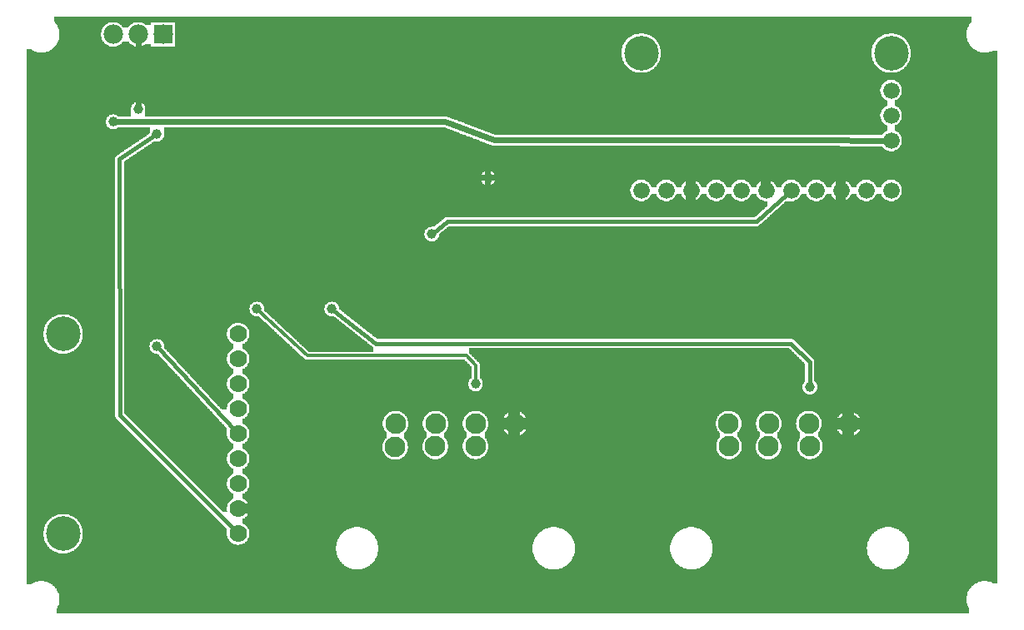
<source format=gbl>
G04 MADE WITH FRITZING*
G04 WWW.FRITZING.ORG*
G04 DOUBLE SIDED*
G04 HOLES PLATED*
G04 CONTOUR ON CENTER OF CONTOUR VECTOR*
%ASAXBY*%
%FSLAX23Y23*%
%MOIN*%
%OFA0B0*%
%SFA1.0B1.0*%
%ADD10C,0.075000*%
%ADD11C,0.082677*%
%ADD12C,0.066000*%
%ADD13C,0.138425*%
%ADD14C,0.070000*%
%ADD15C,0.078000*%
%ADD16C,0.039370*%
%ADD17R,0.078000X0.078000*%
%ADD18C,0.016000*%
%ADD19C,0.024000*%
%ADD20C,0.012000*%
%LNCOPPER0*%
G90*
G70*
G54D10*
X3603Y2369D03*
G54D11*
X1837Y799D03*
X3170Y799D03*
X1677Y799D03*
X3010Y799D03*
X1517Y799D03*
X2851Y708D03*
X1676Y707D03*
X2849Y799D03*
X3008Y707D03*
X1516Y705D03*
X1994Y799D03*
X3331Y797D03*
X1837Y708D03*
X3175Y708D03*
G54D12*
X3500Y1933D03*
X3500Y2033D03*
X3500Y2133D03*
X3500Y1733D03*
X3400Y1733D03*
X3300Y1733D03*
X3200Y1733D03*
G54D13*
X3500Y2283D03*
G54D12*
X3100Y1733D03*
X3000Y1733D03*
X2900Y1733D03*
X2800Y1733D03*
X2700Y1733D03*
X2600Y1733D03*
X2500Y1733D03*
G54D13*
X2500Y2283D03*
G54D14*
X887Y358D03*
X887Y458D03*
G54D13*
X187Y358D03*
G54D14*
X887Y558D03*
X887Y658D03*
X887Y758D03*
X887Y858D03*
X887Y958D03*
X887Y1058D03*
X887Y1158D03*
G54D13*
X187Y1158D03*
G54D15*
X587Y2358D03*
X487Y2358D03*
X387Y2358D03*
G54D16*
X1887Y1783D03*
X562Y1958D03*
X562Y1108D03*
X487Y2058D03*
X387Y2008D03*
X1662Y1558D03*
X962Y1258D03*
X3175Y945D03*
X1837Y958D03*
X1262Y1258D03*
G54D17*
X587Y2358D03*
G54D18*
X568Y1102D02*
X874Y772D01*
D02*
X412Y1858D02*
X556Y1954D01*
D02*
X413Y833D02*
X412Y1858D01*
D02*
X873Y372D02*
X413Y833D01*
G54D19*
D02*
X487Y2066D02*
X487Y2339D01*
D02*
X1713Y2009D02*
X395Y2008D01*
D02*
X3188Y1934D02*
X1911Y1934D01*
D02*
X1911Y1934D02*
X1713Y2009D01*
D02*
X3480Y1933D02*
X3188Y1934D01*
G54D18*
D02*
X1724Y1608D02*
X1668Y1563D01*
D02*
X2962Y1608D02*
X1724Y1608D01*
D02*
X3085Y1720D02*
X2962Y1608D01*
G54D20*
D02*
X1163Y1071D02*
X968Y1253D01*
D02*
X1838Y1033D02*
X1800Y1071D01*
D02*
X1800Y1071D02*
X1163Y1071D01*
D02*
X1837Y966D02*
X1838Y1033D01*
G54D18*
D02*
X1437Y1120D02*
X1268Y1253D01*
D02*
X3175Y1045D02*
X3099Y1120D01*
D02*
X3175Y953D02*
X3175Y1045D01*
D02*
X3099Y1120D02*
X1437Y1120D01*
G36*
X152Y2428D02*
X152Y2408D01*
X154Y2408D01*
X154Y2406D01*
X636Y2406D01*
X636Y2362D01*
X3510Y2362D01*
X3510Y2360D01*
X3520Y2360D01*
X3520Y2358D01*
X3526Y2358D01*
X3526Y2356D01*
X3532Y2356D01*
X3532Y2354D01*
X3536Y2354D01*
X3536Y2352D01*
X3540Y2352D01*
X3540Y2350D01*
X3542Y2350D01*
X3542Y2348D01*
X3546Y2348D01*
X3546Y2346D01*
X3548Y2346D01*
X3548Y2344D01*
X3550Y2344D01*
X3550Y2342D01*
X3554Y2342D01*
X3554Y2340D01*
X3556Y2340D01*
X3556Y2338D01*
X3558Y2338D01*
X3558Y2334D01*
X3560Y2334D01*
X3560Y2332D01*
X3562Y2332D01*
X3562Y2330D01*
X3564Y2330D01*
X3564Y2328D01*
X3566Y2328D01*
X3566Y2324D01*
X3568Y2324D01*
X3568Y2320D01*
X3570Y2320D01*
X3570Y2316D01*
X3572Y2316D01*
X3572Y2312D01*
X3574Y2312D01*
X3574Y2306D01*
X3576Y2306D01*
X3576Y2300D01*
X3578Y2300D01*
X3578Y2284D01*
X3868Y2284D01*
X3868Y2286D01*
X3856Y2286D01*
X3856Y2288D01*
X3850Y2288D01*
X3850Y2290D01*
X3844Y2290D01*
X3844Y2292D01*
X3840Y2292D01*
X3840Y2294D01*
X3838Y2294D01*
X3838Y2296D01*
X3834Y2296D01*
X3834Y2298D01*
X3830Y2298D01*
X3830Y2300D01*
X3828Y2300D01*
X3828Y2302D01*
X3826Y2302D01*
X3826Y2304D01*
X3824Y2304D01*
X3824Y2306D01*
X3822Y2306D01*
X3822Y2308D01*
X3820Y2308D01*
X3820Y2310D01*
X3818Y2310D01*
X3818Y2312D01*
X3816Y2312D01*
X3816Y2316D01*
X3814Y2316D01*
X3814Y2318D01*
X3812Y2318D01*
X3812Y2322D01*
X3810Y2322D01*
X3810Y2326D01*
X3808Y2326D01*
X3808Y2330D01*
X3806Y2330D01*
X3806Y2334D01*
X3804Y2334D01*
X3804Y2342D01*
X3802Y2342D01*
X3802Y2374D01*
X3804Y2374D01*
X3804Y2380D01*
X3806Y2380D01*
X3806Y2386D01*
X3808Y2386D01*
X3808Y2390D01*
X3810Y2390D01*
X3810Y2394D01*
X3812Y2394D01*
X3812Y2398D01*
X3814Y2398D01*
X3814Y2400D01*
X3816Y2400D01*
X3816Y2402D01*
X3818Y2402D01*
X3818Y2406D01*
X3820Y2406D01*
X3820Y2408D01*
X3822Y2408D01*
X3822Y2428D01*
X152Y2428D01*
G37*
D02*
G36*
X156Y2406D02*
X156Y2402D01*
X158Y2402D01*
X158Y2400D01*
X160Y2400D01*
X160Y2396D01*
X162Y2396D01*
X162Y2394D01*
X164Y2394D01*
X164Y2390D01*
X166Y2390D01*
X166Y2386D01*
X168Y2386D01*
X168Y2380D01*
X170Y2380D01*
X170Y2372D01*
X172Y2372D01*
X172Y2342D01*
X170Y2342D01*
X170Y2336D01*
X168Y2336D01*
X168Y2330D01*
X166Y2330D01*
X166Y2326D01*
X164Y2326D01*
X164Y2322D01*
X162Y2322D01*
X162Y2318D01*
X160Y2318D01*
X160Y2316D01*
X158Y2316D01*
X158Y2312D01*
X156Y2312D01*
X156Y2310D01*
X154Y2310D01*
X154Y2308D01*
X382Y2308D01*
X382Y2310D01*
X372Y2310D01*
X372Y2312D01*
X368Y2312D01*
X368Y2314D01*
X364Y2314D01*
X364Y2316D01*
X360Y2316D01*
X360Y2318D01*
X358Y2318D01*
X358Y2320D01*
X354Y2320D01*
X354Y2322D01*
X352Y2322D01*
X352Y2324D01*
X350Y2324D01*
X350Y2328D01*
X348Y2328D01*
X348Y2330D01*
X346Y2330D01*
X346Y2334D01*
X344Y2334D01*
X344Y2336D01*
X342Y2336D01*
X342Y2342D01*
X340Y2342D01*
X340Y2350D01*
X338Y2350D01*
X338Y2366D01*
X340Y2366D01*
X340Y2374D01*
X342Y2374D01*
X342Y2378D01*
X344Y2378D01*
X344Y2382D01*
X346Y2382D01*
X346Y2386D01*
X348Y2386D01*
X348Y2388D01*
X350Y2388D01*
X350Y2390D01*
X352Y2390D01*
X352Y2392D01*
X354Y2392D01*
X354Y2394D01*
X356Y2394D01*
X356Y2396D01*
X358Y2396D01*
X358Y2398D01*
X362Y2398D01*
X362Y2400D01*
X364Y2400D01*
X364Y2402D01*
X368Y2402D01*
X368Y2404D01*
X376Y2404D01*
X376Y2406D01*
X156Y2406D01*
G37*
D02*
G36*
X398Y2406D02*
X398Y2404D01*
X406Y2404D01*
X406Y2402D01*
X410Y2402D01*
X410Y2400D01*
X412Y2400D01*
X412Y2398D01*
X416Y2398D01*
X416Y2396D01*
X418Y2396D01*
X418Y2394D01*
X420Y2394D01*
X420Y2392D01*
X422Y2392D01*
X422Y2390D01*
X424Y2390D01*
X424Y2388D01*
X426Y2388D01*
X426Y2386D01*
X448Y2386D01*
X448Y2388D01*
X450Y2388D01*
X450Y2390D01*
X452Y2390D01*
X452Y2392D01*
X454Y2392D01*
X454Y2394D01*
X456Y2394D01*
X456Y2396D01*
X458Y2396D01*
X458Y2398D01*
X462Y2398D01*
X462Y2400D01*
X464Y2400D01*
X464Y2402D01*
X468Y2402D01*
X468Y2404D01*
X476Y2404D01*
X476Y2406D01*
X398Y2406D01*
G37*
D02*
G36*
X498Y2406D02*
X498Y2404D01*
X506Y2404D01*
X506Y2402D01*
X510Y2402D01*
X510Y2400D01*
X512Y2400D01*
X512Y2398D01*
X516Y2398D01*
X516Y2396D01*
X518Y2396D01*
X518Y2394D01*
X538Y2394D01*
X538Y2406D01*
X498Y2406D01*
G37*
D02*
G36*
X636Y2362D02*
X636Y2308D01*
X2426Y2308D01*
X2426Y2314D01*
X2428Y2314D01*
X2428Y2318D01*
X2430Y2318D01*
X2430Y2322D01*
X2432Y2322D01*
X2432Y2326D01*
X2434Y2326D01*
X2434Y2328D01*
X2436Y2328D01*
X2436Y2330D01*
X2438Y2330D01*
X2438Y2334D01*
X2440Y2334D01*
X2440Y2336D01*
X2442Y2336D01*
X2442Y2338D01*
X2444Y2338D01*
X2444Y2340D01*
X2446Y2340D01*
X2446Y2342D01*
X2448Y2342D01*
X2448Y2344D01*
X2452Y2344D01*
X2452Y2346D01*
X2454Y2346D01*
X2454Y2348D01*
X2456Y2348D01*
X2456Y2350D01*
X2460Y2350D01*
X2460Y2352D01*
X2464Y2352D01*
X2464Y2354D01*
X2468Y2354D01*
X2468Y2356D01*
X2472Y2356D01*
X2472Y2358D01*
X2480Y2358D01*
X2480Y2360D01*
X2490Y2360D01*
X2490Y2362D01*
X636Y2362D01*
G37*
D02*
G36*
X2510Y2362D02*
X2510Y2360D01*
X2520Y2360D01*
X2520Y2358D01*
X2526Y2358D01*
X2526Y2356D01*
X2532Y2356D01*
X2532Y2354D01*
X2536Y2354D01*
X2536Y2352D01*
X2540Y2352D01*
X2540Y2350D01*
X2542Y2350D01*
X2542Y2348D01*
X2546Y2348D01*
X2546Y2346D01*
X2548Y2346D01*
X2548Y2344D01*
X2550Y2344D01*
X2550Y2342D01*
X2554Y2342D01*
X2554Y2340D01*
X2556Y2340D01*
X2556Y2338D01*
X2558Y2338D01*
X2558Y2334D01*
X2560Y2334D01*
X2560Y2332D01*
X2562Y2332D01*
X2562Y2330D01*
X2564Y2330D01*
X2564Y2328D01*
X2566Y2328D01*
X2566Y2324D01*
X2568Y2324D01*
X2568Y2320D01*
X2570Y2320D01*
X2570Y2316D01*
X2572Y2316D01*
X2572Y2312D01*
X2574Y2312D01*
X2574Y2306D01*
X2576Y2306D01*
X2576Y2300D01*
X2578Y2300D01*
X2578Y2266D01*
X2576Y2266D01*
X2576Y2258D01*
X2574Y2258D01*
X2574Y2252D01*
X2572Y2252D01*
X2572Y2248D01*
X2570Y2248D01*
X2570Y2244D01*
X2568Y2244D01*
X2568Y2242D01*
X2566Y2242D01*
X2566Y2238D01*
X2564Y2238D01*
X2564Y2236D01*
X2562Y2236D01*
X2562Y2232D01*
X2560Y2232D01*
X2560Y2230D01*
X2558Y2230D01*
X2558Y2228D01*
X2556Y2228D01*
X2556Y2226D01*
X2554Y2226D01*
X2554Y2224D01*
X2552Y2224D01*
X2552Y2222D01*
X2550Y2222D01*
X2550Y2220D01*
X2546Y2220D01*
X2546Y2218D01*
X2544Y2218D01*
X2544Y2216D01*
X2540Y2216D01*
X2540Y2214D01*
X2538Y2214D01*
X2538Y2212D01*
X2534Y2212D01*
X2534Y2210D01*
X2528Y2210D01*
X2528Y2208D01*
X2524Y2208D01*
X2524Y2206D01*
X2516Y2206D01*
X2516Y2204D01*
X3484Y2204D01*
X3484Y2206D01*
X3476Y2206D01*
X3476Y2208D01*
X3470Y2208D01*
X3470Y2210D01*
X3466Y2210D01*
X3466Y2212D01*
X3462Y2212D01*
X3462Y2214D01*
X3458Y2214D01*
X3458Y2216D01*
X3456Y2216D01*
X3456Y2218D01*
X3452Y2218D01*
X3452Y2220D01*
X3450Y2220D01*
X3450Y2222D01*
X3448Y2222D01*
X3448Y2224D01*
X3446Y2224D01*
X3446Y2226D01*
X3444Y2226D01*
X3444Y2228D01*
X3442Y2228D01*
X3442Y2230D01*
X3440Y2230D01*
X3440Y2232D01*
X3438Y2232D01*
X3438Y2234D01*
X3436Y2234D01*
X3436Y2238D01*
X3434Y2238D01*
X3434Y2240D01*
X3432Y2240D01*
X3432Y2244D01*
X3430Y2244D01*
X3430Y2248D01*
X3428Y2248D01*
X3428Y2252D01*
X3426Y2252D01*
X3426Y2256D01*
X3424Y2256D01*
X3424Y2264D01*
X3422Y2264D01*
X3422Y2274D01*
X3420Y2274D01*
X3420Y2292D01*
X3422Y2292D01*
X3422Y2302D01*
X3424Y2302D01*
X3424Y2308D01*
X3426Y2308D01*
X3426Y2314D01*
X3428Y2314D01*
X3428Y2318D01*
X3430Y2318D01*
X3430Y2322D01*
X3432Y2322D01*
X3432Y2326D01*
X3434Y2326D01*
X3434Y2328D01*
X3436Y2328D01*
X3436Y2330D01*
X3438Y2330D01*
X3438Y2334D01*
X3440Y2334D01*
X3440Y2336D01*
X3442Y2336D01*
X3442Y2338D01*
X3444Y2338D01*
X3444Y2340D01*
X3446Y2340D01*
X3446Y2342D01*
X3448Y2342D01*
X3448Y2344D01*
X3452Y2344D01*
X3452Y2346D01*
X3454Y2346D01*
X3454Y2348D01*
X3456Y2348D01*
X3456Y2350D01*
X3460Y2350D01*
X3460Y2352D01*
X3464Y2352D01*
X3464Y2354D01*
X3468Y2354D01*
X3468Y2356D01*
X3472Y2356D01*
X3472Y2358D01*
X3480Y2358D01*
X3480Y2360D01*
X3490Y2360D01*
X3490Y2362D01*
X2510Y2362D01*
G37*
D02*
G36*
X426Y2330D02*
X426Y2326D01*
X424Y2326D01*
X424Y2324D01*
X422Y2324D01*
X422Y2322D01*
X420Y2322D01*
X420Y2320D01*
X416Y2320D01*
X416Y2318D01*
X414Y2318D01*
X414Y2316D01*
X410Y2316D01*
X410Y2314D01*
X408Y2314D01*
X408Y2312D01*
X402Y2312D01*
X402Y2310D01*
X392Y2310D01*
X392Y2308D01*
X482Y2308D01*
X482Y2310D01*
X472Y2310D01*
X472Y2312D01*
X468Y2312D01*
X468Y2314D01*
X464Y2314D01*
X464Y2316D01*
X460Y2316D01*
X460Y2318D01*
X458Y2318D01*
X458Y2320D01*
X454Y2320D01*
X454Y2322D01*
X452Y2322D01*
X452Y2324D01*
X450Y2324D01*
X450Y2328D01*
X448Y2328D01*
X448Y2330D01*
X426Y2330D01*
G37*
D02*
G36*
X516Y2320D02*
X516Y2318D01*
X514Y2318D01*
X514Y2316D01*
X510Y2316D01*
X510Y2314D01*
X508Y2314D01*
X508Y2312D01*
X502Y2312D01*
X502Y2310D01*
X492Y2310D01*
X492Y2308D01*
X538Y2308D01*
X538Y2320D01*
X516Y2320D01*
G37*
D02*
G36*
X152Y2308D02*
X152Y2306D01*
X2424Y2306D01*
X2424Y2308D01*
X152Y2308D01*
G37*
D02*
G36*
X152Y2308D02*
X152Y2306D01*
X2424Y2306D01*
X2424Y2308D01*
X152Y2308D01*
G37*
D02*
G36*
X152Y2308D02*
X152Y2306D01*
X2424Y2306D01*
X2424Y2308D01*
X152Y2308D01*
G37*
D02*
G36*
X152Y2308D02*
X152Y2306D01*
X2424Y2306D01*
X2424Y2308D01*
X152Y2308D01*
G37*
D02*
G36*
X150Y2306D02*
X150Y2304D01*
X148Y2304D01*
X148Y2302D01*
X146Y2302D01*
X146Y2300D01*
X142Y2300D01*
X142Y2298D01*
X140Y2298D01*
X140Y2296D01*
X136Y2296D01*
X136Y2294D01*
X134Y2294D01*
X134Y2292D01*
X130Y2292D01*
X130Y2290D01*
X124Y2290D01*
X124Y2288D01*
X118Y2288D01*
X118Y2286D01*
X106Y2286D01*
X106Y2284D01*
X2420Y2284D01*
X2420Y2292D01*
X2422Y2292D01*
X2422Y2302D01*
X2424Y2302D01*
X2424Y2306D01*
X150Y2306D01*
G37*
D02*
G36*
X40Y2298D02*
X40Y2284D01*
X92Y2284D01*
X92Y2286D01*
X82Y2286D01*
X82Y2288D01*
X76Y2288D01*
X76Y2290D01*
X70Y2290D01*
X70Y2292D01*
X66Y2292D01*
X66Y2294D01*
X62Y2294D01*
X62Y2296D01*
X60Y2296D01*
X60Y2298D01*
X40Y2298D01*
G37*
D02*
G36*
X3904Y2292D02*
X3904Y2290D01*
X3898Y2290D01*
X3898Y2288D01*
X3892Y2288D01*
X3892Y2286D01*
X3882Y2286D01*
X3882Y2284D01*
X3926Y2284D01*
X3926Y2292D01*
X3904Y2292D01*
G37*
D02*
G36*
X40Y2284D02*
X40Y2282D01*
X2420Y2282D01*
X2420Y2284D01*
X40Y2284D01*
G37*
D02*
G36*
X40Y2284D02*
X40Y2282D01*
X2420Y2282D01*
X2420Y2284D01*
X40Y2284D01*
G37*
D02*
G36*
X3578Y2284D02*
X3578Y2282D01*
X3926Y2282D01*
X3926Y2284D01*
X3578Y2284D01*
G37*
D02*
G36*
X3578Y2284D02*
X3578Y2282D01*
X3926Y2282D01*
X3926Y2284D01*
X3578Y2284D01*
G37*
D02*
G36*
X40Y2282D02*
X40Y2204D01*
X2484Y2204D01*
X2484Y2206D01*
X2476Y2206D01*
X2476Y2208D01*
X2470Y2208D01*
X2470Y2210D01*
X2466Y2210D01*
X2466Y2212D01*
X2462Y2212D01*
X2462Y2214D01*
X2458Y2214D01*
X2458Y2216D01*
X2456Y2216D01*
X2456Y2218D01*
X2452Y2218D01*
X2452Y2220D01*
X2450Y2220D01*
X2450Y2222D01*
X2448Y2222D01*
X2448Y2224D01*
X2446Y2224D01*
X2446Y2226D01*
X2444Y2226D01*
X2444Y2228D01*
X2442Y2228D01*
X2442Y2230D01*
X2440Y2230D01*
X2440Y2232D01*
X2438Y2232D01*
X2438Y2234D01*
X2436Y2234D01*
X2436Y2238D01*
X2434Y2238D01*
X2434Y2240D01*
X2432Y2240D01*
X2432Y2244D01*
X2430Y2244D01*
X2430Y2248D01*
X2428Y2248D01*
X2428Y2252D01*
X2426Y2252D01*
X2426Y2256D01*
X2424Y2256D01*
X2424Y2264D01*
X2422Y2264D01*
X2422Y2274D01*
X2420Y2274D01*
X2420Y2282D01*
X40Y2282D01*
G37*
D02*
G36*
X3578Y2282D02*
X3578Y2266D01*
X3576Y2266D01*
X3576Y2258D01*
X3574Y2258D01*
X3574Y2252D01*
X3572Y2252D01*
X3572Y2248D01*
X3570Y2248D01*
X3570Y2244D01*
X3568Y2244D01*
X3568Y2242D01*
X3566Y2242D01*
X3566Y2238D01*
X3564Y2238D01*
X3564Y2236D01*
X3562Y2236D01*
X3562Y2232D01*
X3560Y2232D01*
X3560Y2230D01*
X3558Y2230D01*
X3558Y2228D01*
X3556Y2228D01*
X3556Y2226D01*
X3554Y2226D01*
X3554Y2224D01*
X3552Y2224D01*
X3552Y2222D01*
X3550Y2222D01*
X3550Y2220D01*
X3546Y2220D01*
X3546Y2218D01*
X3544Y2218D01*
X3544Y2216D01*
X3540Y2216D01*
X3540Y2214D01*
X3538Y2214D01*
X3538Y2212D01*
X3534Y2212D01*
X3534Y2210D01*
X3528Y2210D01*
X3528Y2208D01*
X3524Y2208D01*
X3524Y2206D01*
X3516Y2206D01*
X3516Y2204D01*
X3926Y2204D01*
X3926Y2282D01*
X3578Y2282D01*
G37*
D02*
G36*
X40Y2204D02*
X40Y2202D01*
X3926Y2202D01*
X3926Y2204D01*
X40Y2204D01*
G37*
D02*
G36*
X40Y2204D02*
X40Y2202D01*
X3926Y2202D01*
X3926Y2204D01*
X40Y2204D01*
G37*
D02*
G36*
X40Y2204D02*
X40Y2202D01*
X3926Y2202D01*
X3926Y2204D01*
X40Y2204D01*
G37*
D02*
G36*
X40Y2202D02*
X40Y2176D01*
X3506Y2176D01*
X3506Y2174D01*
X3514Y2174D01*
X3514Y2172D01*
X3518Y2172D01*
X3518Y2170D01*
X3522Y2170D01*
X3522Y2168D01*
X3526Y2168D01*
X3526Y2166D01*
X3528Y2166D01*
X3528Y2164D01*
X3530Y2164D01*
X3530Y2162D01*
X3532Y2162D01*
X3532Y2160D01*
X3534Y2160D01*
X3534Y2156D01*
X3536Y2156D01*
X3536Y2154D01*
X3538Y2154D01*
X3538Y2150D01*
X3540Y2150D01*
X3540Y2144D01*
X3542Y2144D01*
X3542Y2122D01*
X3540Y2122D01*
X3540Y2116D01*
X3538Y2116D01*
X3538Y2112D01*
X3536Y2112D01*
X3536Y2108D01*
X3534Y2108D01*
X3534Y2106D01*
X3532Y2106D01*
X3532Y2104D01*
X3530Y2104D01*
X3530Y2102D01*
X3528Y2102D01*
X3528Y2100D01*
X3526Y2100D01*
X3526Y2098D01*
X3524Y2098D01*
X3524Y2096D01*
X3520Y2096D01*
X3520Y2094D01*
X3516Y2094D01*
X3516Y2092D01*
X3514Y2092D01*
X3514Y2072D01*
X3518Y2072D01*
X3518Y2070D01*
X3522Y2070D01*
X3522Y2068D01*
X3526Y2068D01*
X3526Y2066D01*
X3528Y2066D01*
X3528Y2064D01*
X3530Y2064D01*
X3530Y2062D01*
X3532Y2062D01*
X3532Y2060D01*
X3534Y2060D01*
X3534Y2056D01*
X3536Y2056D01*
X3536Y2054D01*
X3538Y2054D01*
X3538Y2050D01*
X3540Y2050D01*
X3540Y2044D01*
X3542Y2044D01*
X3542Y2022D01*
X3540Y2022D01*
X3540Y2016D01*
X3538Y2016D01*
X3538Y2012D01*
X3536Y2012D01*
X3536Y2008D01*
X3534Y2008D01*
X3534Y2006D01*
X3532Y2006D01*
X3532Y2004D01*
X3530Y2004D01*
X3530Y2002D01*
X3528Y2002D01*
X3528Y2000D01*
X3526Y2000D01*
X3526Y1998D01*
X3524Y1998D01*
X3524Y1996D01*
X3520Y1996D01*
X3520Y1994D01*
X3516Y1994D01*
X3516Y1992D01*
X3514Y1992D01*
X3514Y1972D01*
X3518Y1972D01*
X3518Y1970D01*
X3522Y1970D01*
X3522Y1968D01*
X3526Y1968D01*
X3526Y1966D01*
X3528Y1966D01*
X3528Y1964D01*
X3530Y1964D01*
X3530Y1962D01*
X3532Y1962D01*
X3532Y1960D01*
X3534Y1960D01*
X3534Y1956D01*
X3536Y1956D01*
X3536Y1954D01*
X3538Y1954D01*
X3538Y1950D01*
X3540Y1950D01*
X3540Y1944D01*
X3542Y1944D01*
X3542Y1922D01*
X3540Y1922D01*
X3540Y1916D01*
X3538Y1916D01*
X3538Y1912D01*
X3536Y1912D01*
X3536Y1908D01*
X3534Y1908D01*
X3534Y1906D01*
X3532Y1906D01*
X3532Y1904D01*
X3530Y1904D01*
X3530Y1902D01*
X3528Y1902D01*
X3528Y1900D01*
X3526Y1900D01*
X3526Y1898D01*
X3524Y1898D01*
X3524Y1896D01*
X3520Y1896D01*
X3520Y1894D01*
X3516Y1894D01*
X3516Y1892D01*
X3510Y1892D01*
X3510Y1890D01*
X3926Y1890D01*
X3926Y2202D01*
X40Y2202D01*
G37*
D02*
G36*
X40Y2176D02*
X40Y2088D01*
X490Y2088D01*
X490Y2086D01*
X498Y2086D01*
X498Y2084D01*
X502Y2084D01*
X502Y2082D01*
X506Y2082D01*
X506Y2080D01*
X508Y2080D01*
X508Y2078D01*
X510Y2078D01*
X510Y2076D01*
X512Y2076D01*
X512Y2072D01*
X514Y2072D01*
X514Y2068D01*
X516Y2068D01*
X516Y2030D01*
X1720Y2030D01*
X1720Y2028D01*
X1726Y2028D01*
X1726Y2026D01*
X1732Y2026D01*
X1732Y2024D01*
X1736Y2024D01*
X1736Y2022D01*
X1742Y2022D01*
X1742Y2020D01*
X1748Y2020D01*
X1748Y2018D01*
X1752Y2018D01*
X1752Y2016D01*
X1758Y2016D01*
X1758Y2014D01*
X1764Y2014D01*
X1764Y2012D01*
X1768Y2012D01*
X1768Y2010D01*
X1774Y2010D01*
X1774Y2008D01*
X1780Y2008D01*
X1780Y2006D01*
X1784Y2006D01*
X1784Y2004D01*
X1790Y2004D01*
X1790Y2002D01*
X1794Y2002D01*
X1794Y2000D01*
X1800Y2000D01*
X1800Y1998D01*
X1806Y1998D01*
X1806Y1996D01*
X1810Y1996D01*
X1810Y1994D01*
X1816Y1994D01*
X1816Y1992D01*
X1822Y1992D01*
X1822Y1990D01*
X1826Y1990D01*
X1826Y1988D01*
X1832Y1988D01*
X1832Y1986D01*
X1838Y1986D01*
X1838Y1984D01*
X1842Y1984D01*
X1842Y1982D01*
X1848Y1982D01*
X1848Y1980D01*
X1852Y1980D01*
X1852Y1978D01*
X1858Y1978D01*
X1858Y1976D01*
X1864Y1976D01*
X1864Y1974D01*
X1868Y1974D01*
X1868Y1972D01*
X1874Y1972D01*
X1874Y1970D01*
X1880Y1970D01*
X1880Y1968D01*
X1884Y1968D01*
X1884Y1966D01*
X1890Y1966D01*
X1890Y1964D01*
X1896Y1964D01*
X1896Y1962D01*
X1900Y1962D01*
X1900Y1960D01*
X1906Y1960D01*
X1906Y1958D01*
X1910Y1958D01*
X1910Y1956D01*
X3300Y1956D01*
X3300Y1954D01*
X3464Y1954D01*
X3464Y1958D01*
X3466Y1958D01*
X3466Y1960D01*
X3468Y1960D01*
X3468Y1962D01*
X3470Y1962D01*
X3470Y1964D01*
X3472Y1964D01*
X3472Y1966D01*
X3474Y1966D01*
X3474Y1968D01*
X3478Y1968D01*
X3478Y1970D01*
X3480Y1970D01*
X3480Y1972D01*
X3486Y1972D01*
X3486Y1992D01*
X3482Y1992D01*
X3482Y1994D01*
X3480Y1994D01*
X3480Y1996D01*
X3476Y1996D01*
X3476Y1998D01*
X3474Y1998D01*
X3474Y2000D01*
X3470Y2000D01*
X3470Y2002D01*
X3468Y2002D01*
X3468Y2004D01*
X3466Y2004D01*
X3466Y2008D01*
X3464Y2008D01*
X3464Y2010D01*
X3462Y2010D01*
X3462Y2014D01*
X3460Y2014D01*
X3460Y2020D01*
X3458Y2020D01*
X3458Y2028D01*
X3456Y2028D01*
X3456Y2038D01*
X3458Y2038D01*
X3458Y2046D01*
X3460Y2046D01*
X3460Y2052D01*
X3462Y2052D01*
X3462Y2054D01*
X3464Y2054D01*
X3464Y2058D01*
X3466Y2058D01*
X3466Y2060D01*
X3468Y2060D01*
X3468Y2062D01*
X3470Y2062D01*
X3470Y2064D01*
X3472Y2064D01*
X3472Y2066D01*
X3474Y2066D01*
X3474Y2068D01*
X3478Y2068D01*
X3478Y2070D01*
X3480Y2070D01*
X3480Y2072D01*
X3486Y2072D01*
X3486Y2092D01*
X3482Y2092D01*
X3482Y2094D01*
X3480Y2094D01*
X3480Y2096D01*
X3476Y2096D01*
X3476Y2098D01*
X3474Y2098D01*
X3474Y2100D01*
X3470Y2100D01*
X3470Y2102D01*
X3468Y2102D01*
X3468Y2104D01*
X3466Y2104D01*
X3466Y2108D01*
X3464Y2108D01*
X3464Y2110D01*
X3462Y2110D01*
X3462Y2114D01*
X3460Y2114D01*
X3460Y2120D01*
X3458Y2120D01*
X3458Y2128D01*
X3456Y2128D01*
X3456Y2138D01*
X3458Y2138D01*
X3458Y2146D01*
X3460Y2146D01*
X3460Y2152D01*
X3462Y2152D01*
X3462Y2154D01*
X3464Y2154D01*
X3464Y2158D01*
X3466Y2158D01*
X3466Y2160D01*
X3468Y2160D01*
X3468Y2162D01*
X3470Y2162D01*
X3470Y2164D01*
X3472Y2164D01*
X3472Y2166D01*
X3474Y2166D01*
X3474Y2168D01*
X3478Y2168D01*
X3478Y2170D01*
X3480Y2170D01*
X3480Y2172D01*
X3486Y2172D01*
X3486Y2174D01*
X3494Y2174D01*
X3494Y2176D01*
X40Y2176D01*
G37*
D02*
G36*
X40Y2088D02*
X40Y2038D01*
X390Y2038D01*
X390Y2036D01*
X398Y2036D01*
X398Y2034D01*
X402Y2034D01*
X402Y2032D01*
X406Y2032D01*
X406Y2030D01*
X458Y2030D01*
X458Y2066D01*
X460Y2066D01*
X460Y2072D01*
X462Y2072D01*
X462Y2074D01*
X464Y2074D01*
X464Y2078D01*
X466Y2078D01*
X466Y2080D01*
X470Y2080D01*
X470Y2082D01*
X472Y2082D01*
X472Y2084D01*
X476Y2084D01*
X476Y2086D01*
X484Y2086D01*
X484Y2088D01*
X40Y2088D01*
G37*
D02*
G36*
X40Y2038D02*
X40Y1978D01*
X380Y1978D01*
X380Y1980D01*
X374Y1980D01*
X374Y1982D01*
X370Y1982D01*
X370Y1984D01*
X368Y1984D01*
X368Y1986D01*
X366Y1986D01*
X366Y1988D01*
X364Y1988D01*
X364Y1990D01*
X362Y1990D01*
X362Y1994D01*
X360Y1994D01*
X360Y1998D01*
X358Y1998D01*
X358Y2016D01*
X360Y2016D01*
X360Y2022D01*
X362Y2022D01*
X362Y2024D01*
X364Y2024D01*
X364Y2028D01*
X366Y2028D01*
X366Y2030D01*
X370Y2030D01*
X370Y2032D01*
X372Y2032D01*
X372Y2034D01*
X376Y2034D01*
X376Y2036D01*
X384Y2036D01*
X384Y2038D01*
X40Y2038D01*
G37*
D02*
G36*
X406Y1986D02*
X406Y1984D01*
X404Y1984D01*
X404Y1982D01*
X400Y1982D01*
X400Y1980D01*
X394Y1980D01*
X394Y1978D01*
X534Y1978D01*
X534Y1986D01*
X406Y1986D01*
G37*
D02*
G36*
X590Y1986D02*
X590Y1964D01*
X592Y1964D01*
X592Y1952D01*
X590Y1952D01*
X590Y1946D01*
X588Y1946D01*
X588Y1942D01*
X586Y1942D01*
X586Y1938D01*
X584Y1938D01*
X584Y1936D01*
X582Y1936D01*
X582Y1934D01*
X578Y1934D01*
X578Y1932D01*
X576Y1932D01*
X576Y1930D01*
X570Y1930D01*
X570Y1928D01*
X548Y1928D01*
X548Y1926D01*
X546Y1926D01*
X546Y1924D01*
X542Y1924D01*
X542Y1922D01*
X540Y1922D01*
X540Y1920D01*
X536Y1920D01*
X536Y1918D01*
X534Y1918D01*
X534Y1916D01*
X530Y1916D01*
X530Y1914D01*
X528Y1914D01*
X528Y1912D01*
X524Y1912D01*
X524Y1910D01*
X522Y1910D01*
X522Y1908D01*
X518Y1908D01*
X518Y1906D01*
X516Y1906D01*
X516Y1904D01*
X512Y1904D01*
X512Y1902D01*
X510Y1902D01*
X510Y1900D01*
X506Y1900D01*
X506Y1898D01*
X504Y1898D01*
X504Y1896D01*
X500Y1896D01*
X500Y1894D01*
X498Y1894D01*
X498Y1892D01*
X494Y1892D01*
X494Y1890D01*
X3490Y1890D01*
X3490Y1892D01*
X3482Y1892D01*
X3482Y1894D01*
X3480Y1894D01*
X3480Y1896D01*
X3476Y1896D01*
X3476Y1898D01*
X3474Y1898D01*
X3474Y1900D01*
X3470Y1900D01*
X3470Y1902D01*
X3468Y1902D01*
X3468Y1904D01*
X3466Y1904D01*
X3466Y1908D01*
X3464Y1908D01*
X3464Y1910D01*
X3294Y1910D01*
X3294Y1912D01*
X1902Y1912D01*
X1902Y1914D01*
X1898Y1914D01*
X1898Y1916D01*
X1892Y1916D01*
X1892Y1918D01*
X1886Y1918D01*
X1886Y1920D01*
X1882Y1920D01*
X1882Y1922D01*
X1876Y1922D01*
X1876Y1924D01*
X1872Y1924D01*
X1872Y1926D01*
X1866Y1926D01*
X1866Y1928D01*
X1860Y1928D01*
X1860Y1930D01*
X1856Y1930D01*
X1856Y1932D01*
X1850Y1932D01*
X1850Y1934D01*
X1844Y1934D01*
X1844Y1936D01*
X1840Y1936D01*
X1840Y1938D01*
X1834Y1938D01*
X1834Y1940D01*
X1828Y1940D01*
X1828Y1942D01*
X1824Y1942D01*
X1824Y1944D01*
X1818Y1944D01*
X1818Y1946D01*
X1814Y1946D01*
X1814Y1948D01*
X1808Y1948D01*
X1808Y1950D01*
X1802Y1950D01*
X1802Y1952D01*
X1798Y1952D01*
X1798Y1954D01*
X1792Y1954D01*
X1792Y1956D01*
X1786Y1956D01*
X1786Y1958D01*
X1782Y1958D01*
X1782Y1960D01*
X1776Y1960D01*
X1776Y1962D01*
X1770Y1962D01*
X1770Y1964D01*
X1766Y1964D01*
X1766Y1966D01*
X1760Y1966D01*
X1760Y1968D01*
X1756Y1968D01*
X1756Y1970D01*
X1750Y1970D01*
X1750Y1972D01*
X1744Y1972D01*
X1744Y1974D01*
X1740Y1974D01*
X1740Y1976D01*
X1734Y1976D01*
X1734Y1978D01*
X1728Y1978D01*
X1728Y1980D01*
X1724Y1980D01*
X1724Y1982D01*
X1718Y1982D01*
X1718Y1984D01*
X1712Y1984D01*
X1712Y1986D01*
X590Y1986D01*
G37*
D02*
G36*
X40Y1978D02*
X40Y1976D01*
X534Y1976D01*
X534Y1978D01*
X40Y1978D01*
G37*
D02*
G36*
X40Y1978D02*
X40Y1976D01*
X534Y1976D01*
X534Y1978D01*
X40Y1978D01*
G37*
D02*
G36*
X40Y1976D02*
X40Y1236D01*
X204Y1236D01*
X204Y1234D01*
X212Y1234D01*
X212Y1232D01*
X216Y1232D01*
X216Y1230D01*
X222Y1230D01*
X222Y1228D01*
X226Y1228D01*
X226Y1226D01*
X228Y1226D01*
X228Y1224D01*
X232Y1224D01*
X232Y1222D01*
X234Y1222D01*
X234Y1220D01*
X238Y1220D01*
X238Y1218D01*
X240Y1218D01*
X240Y1216D01*
X242Y1216D01*
X242Y1214D01*
X244Y1214D01*
X244Y1212D01*
X246Y1212D01*
X246Y1210D01*
X248Y1210D01*
X248Y1206D01*
X250Y1206D01*
X250Y1204D01*
X252Y1204D01*
X252Y1202D01*
X254Y1202D01*
X254Y1198D01*
X256Y1198D01*
X256Y1194D01*
X258Y1194D01*
X258Y1190D01*
X260Y1190D01*
X260Y1186D01*
X262Y1186D01*
X262Y1180D01*
X264Y1180D01*
X264Y1172D01*
X266Y1172D01*
X266Y1144D01*
X264Y1144D01*
X264Y1134D01*
X262Y1134D01*
X262Y1130D01*
X260Y1130D01*
X260Y1124D01*
X258Y1124D01*
X258Y1120D01*
X256Y1120D01*
X256Y1116D01*
X254Y1116D01*
X254Y1114D01*
X252Y1114D01*
X252Y1110D01*
X250Y1110D01*
X250Y1108D01*
X248Y1108D01*
X248Y1106D01*
X246Y1106D01*
X246Y1104D01*
X244Y1104D01*
X244Y1102D01*
X242Y1102D01*
X242Y1100D01*
X240Y1100D01*
X240Y1098D01*
X238Y1098D01*
X238Y1096D01*
X236Y1096D01*
X236Y1094D01*
X232Y1094D01*
X232Y1092D01*
X230Y1092D01*
X230Y1090D01*
X226Y1090D01*
X226Y1088D01*
X222Y1088D01*
X222Y1086D01*
X218Y1086D01*
X218Y1084D01*
X214Y1084D01*
X214Y1082D01*
X206Y1082D01*
X206Y1080D01*
X196Y1080D01*
X196Y1078D01*
X394Y1078D01*
X394Y1862D01*
X396Y1862D01*
X396Y1866D01*
X398Y1866D01*
X398Y1870D01*
X400Y1870D01*
X400Y1872D01*
X404Y1872D01*
X404Y1874D01*
X406Y1874D01*
X406Y1876D01*
X410Y1876D01*
X410Y1878D01*
X412Y1878D01*
X412Y1880D01*
X416Y1880D01*
X416Y1882D01*
X418Y1882D01*
X418Y1884D01*
X422Y1884D01*
X422Y1886D01*
X424Y1886D01*
X424Y1888D01*
X426Y1888D01*
X426Y1890D01*
X430Y1890D01*
X430Y1892D01*
X432Y1892D01*
X432Y1894D01*
X436Y1894D01*
X436Y1896D01*
X438Y1896D01*
X438Y1898D01*
X442Y1898D01*
X442Y1900D01*
X444Y1900D01*
X444Y1902D01*
X448Y1902D01*
X448Y1904D01*
X450Y1904D01*
X450Y1906D01*
X454Y1906D01*
X454Y1908D01*
X456Y1908D01*
X456Y1910D01*
X460Y1910D01*
X460Y1912D01*
X462Y1912D01*
X462Y1914D01*
X466Y1914D01*
X466Y1916D01*
X468Y1916D01*
X468Y1918D01*
X472Y1918D01*
X472Y1920D01*
X474Y1920D01*
X474Y1922D01*
X478Y1922D01*
X478Y1924D01*
X480Y1924D01*
X480Y1926D01*
X484Y1926D01*
X484Y1928D01*
X486Y1928D01*
X486Y1930D01*
X490Y1930D01*
X490Y1932D01*
X492Y1932D01*
X492Y1934D01*
X496Y1934D01*
X496Y1936D01*
X498Y1936D01*
X498Y1938D01*
X502Y1938D01*
X502Y1940D01*
X504Y1940D01*
X504Y1942D01*
X508Y1942D01*
X508Y1944D01*
X510Y1944D01*
X510Y1946D01*
X514Y1946D01*
X514Y1948D01*
X516Y1948D01*
X516Y1950D01*
X520Y1950D01*
X520Y1952D01*
X522Y1952D01*
X522Y1954D01*
X526Y1954D01*
X526Y1956D01*
X528Y1956D01*
X528Y1958D01*
X532Y1958D01*
X532Y1962D01*
X534Y1962D01*
X534Y1976D01*
X40Y1976D01*
G37*
D02*
G36*
X492Y1890D02*
X492Y1888D01*
X3926Y1888D01*
X3926Y1890D01*
X492Y1890D01*
G37*
D02*
G36*
X492Y1890D02*
X492Y1888D01*
X3926Y1888D01*
X3926Y1890D01*
X492Y1890D01*
G37*
D02*
G36*
X488Y1888D02*
X488Y1886D01*
X486Y1886D01*
X486Y1884D01*
X482Y1884D01*
X482Y1882D01*
X480Y1882D01*
X480Y1880D01*
X476Y1880D01*
X476Y1878D01*
X474Y1878D01*
X474Y1876D01*
X470Y1876D01*
X470Y1874D01*
X468Y1874D01*
X468Y1872D01*
X464Y1872D01*
X464Y1870D01*
X462Y1870D01*
X462Y1868D01*
X458Y1868D01*
X458Y1866D01*
X456Y1866D01*
X456Y1864D01*
X452Y1864D01*
X452Y1862D01*
X450Y1862D01*
X450Y1860D01*
X446Y1860D01*
X446Y1858D01*
X444Y1858D01*
X444Y1856D01*
X440Y1856D01*
X440Y1854D01*
X438Y1854D01*
X438Y1852D01*
X434Y1852D01*
X434Y1850D01*
X432Y1850D01*
X432Y1848D01*
X430Y1848D01*
X430Y1812D01*
X1896Y1812D01*
X1896Y1810D01*
X1900Y1810D01*
X1900Y1808D01*
X1904Y1808D01*
X1904Y1806D01*
X1906Y1806D01*
X1906Y1804D01*
X1908Y1804D01*
X1908Y1802D01*
X1910Y1802D01*
X1910Y1800D01*
X1912Y1800D01*
X1912Y1796D01*
X1914Y1796D01*
X1914Y1792D01*
X1916Y1792D01*
X1916Y1776D01*
X3506Y1776D01*
X3506Y1774D01*
X3514Y1774D01*
X3514Y1772D01*
X3518Y1772D01*
X3518Y1770D01*
X3522Y1770D01*
X3522Y1768D01*
X3526Y1768D01*
X3526Y1766D01*
X3528Y1766D01*
X3528Y1764D01*
X3530Y1764D01*
X3530Y1762D01*
X3532Y1762D01*
X3532Y1760D01*
X3534Y1760D01*
X3534Y1756D01*
X3536Y1756D01*
X3536Y1754D01*
X3538Y1754D01*
X3538Y1750D01*
X3540Y1750D01*
X3540Y1744D01*
X3542Y1744D01*
X3542Y1722D01*
X3540Y1722D01*
X3540Y1716D01*
X3538Y1716D01*
X3538Y1712D01*
X3536Y1712D01*
X3536Y1708D01*
X3534Y1708D01*
X3534Y1706D01*
X3532Y1706D01*
X3532Y1704D01*
X3530Y1704D01*
X3530Y1702D01*
X3528Y1702D01*
X3528Y1700D01*
X3526Y1700D01*
X3526Y1698D01*
X3524Y1698D01*
X3524Y1696D01*
X3520Y1696D01*
X3520Y1694D01*
X3516Y1694D01*
X3516Y1692D01*
X3510Y1692D01*
X3510Y1690D01*
X3926Y1690D01*
X3926Y1888D01*
X488Y1888D01*
G37*
D02*
G36*
X430Y1812D02*
X430Y1752D01*
X1886Y1752D01*
X1886Y1754D01*
X1876Y1754D01*
X1876Y1756D01*
X1872Y1756D01*
X1872Y1758D01*
X1870Y1758D01*
X1870Y1760D01*
X1866Y1760D01*
X1866Y1764D01*
X1864Y1764D01*
X1864Y1766D01*
X1862Y1766D01*
X1862Y1768D01*
X1860Y1768D01*
X1860Y1774D01*
X1858Y1774D01*
X1858Y1792D01*
X1860Y1792D01*
X1860Y1796D01*
X1862Y1796D01*
X1862Y1800D01*
X1864Y1800D01*
X1864Y1802D01*
X1866Y1802D01*
X1866Y1804D01*
X1868Y1804D01*
X1868Y1806D01*
X1870Y1806D01*
X1870Y1808D01*
X1874Y1808D01*
X1874Y1810D01*
X1880Y1810D01*
X1880Y1812D01*
X430Y1812D01*
G37*
D02*
G36*
X1916Y1776D02*
X1916Y1772D01*
X1914Y1772D01*
X1914Y1768D01*
X1912Y1768D01*
X1912Y1766D01*
X1910Y1766D01*
X1910Y1762D01*
X1908Y1762D01*
X1908Y1760D01*
X1904Y1760D01*
X1904Y1758D01*
X1902Y1758D01*
X1902Y1756D01*
X1898Y1756D01*
X1898Y1754D01*
X1888Y1754D01*
X1888Y1752D01*
X2462Y1752D01*
X2462Y1754D01*
X2464Y1754D01*
X2464Y1758D01*
X2466Y1758D01*
X2466Y1760D01*
X2468Y1760D01*
X2468Y1762D01*
X2470Y1762D01*
X2470Y1764D01*
X2472Y1764D01*
X2472Y1766D01*
X2474Y1766D01*
X2474Y1768D01*
X2478Y1768D01*
X2478Y1770D01*
X2480Y1770D01*
X2480Y1772D01*
X2486Y1772D01*
X2486Y1774D01*
X2494Y1774D01*
X2494Y1776D01*
X1916Y1776D01*
G37*
D02*
G36*
X2506Y1776D02*
X2506Y1774D01*
X2514Y1774D01*
X2514Y1772D01*
X2518Y1772D01*
X2518Y1770D01*
X2522Y1770D01*
X2522Y1768D01*
X2526Y1768D01*
X2526Y1766D01*
X2528Y1766D01*
X2528Y1764D01*
X2530Y1764D01*
X2530Y1762D01*
X2532Y1762D01*
X2532Y1760D01*
X2534Y1760D01*
X2534Y1756D01*
X2536Y1756D01*
X2536Y1754D01*
X2538Y1754D01*
X2538Y1750D01*
X2540Y1750D01*
X2540Y1746D01*
X2560Y1746D01*
X2560Y1752D01*
X2562Y1752D01*
X2562Y1754D01*
X2564Y1754D01*
X2564Y1758D01*
X2566Y1758D01*
X2566Y1760D01*
X2568Y1760D01*
X2568Y1762D01*
X2570Y1762D01*
X2570Y1764D01*
X2572Y1764D01*
X2572Y1766D01*
X2574Y1766D01*
X2574Y1768D01*
X2578Y1768D01*
X2578Y1770D01*
X2580Y1770D01*
X2580Y1772D01*
X2586Y1772D01*
X2586Y1774D01*
X2594Y1774D01*
X2594Y1776D01*
X2506Y1776D01*
G37*
D02*
G36*
X2606Y1776D02*
X2606Y1774D01*
X2614Y1774D01*
X2614Y1772D01*
X2618Y1772D01*
X2618Y1770D01*
X2622Y1770D01*
X2622Y1768D01*
X2626Y1768D01*
X2626Y1766D01*
X2628Y1766D01*
X2628Y1764D01*
X2630Y1764D01*
X2630Y1762D01*
X2632Y1762D01*
X2632Y1760D01*
X2634Y1760D01*
X2634Y1756D01*
X2636Y1756D01*
X2636Y1754D01*
X2638Y1754D01*
X2638Y1750D01*
X2640Y1750D01*
X2640Y1746D01*
X2660Y1746D01*
X2660Y1752D01*
X2662Y1752D01*
X2662Y1754D01*
X2664Y1754D01*
X2664Y1758D01*
X2666Y1758D01*
X2666Y1760D01*
X2668Y1760D01*
X2668Y1762D01*
X2670Y1762D01*
X2670Y1764D01*
X2672Y1764D01*
X2672Y1766D01*
X2674Y1766D01*
X2674Y1768D01*
X2678Y1768D01*
X2678Y1770D01*
X2680Y1770D01*
X2680Y1772D01*
X2686Y1772D01*
X2686Y1774D01*
X2694Y1774D01*
X2694Y1776D01*
X2606Y1776D01*
G37*
D02*
G36*
X2706Y1776D02*
X2706Y1774D01*
X2714Y1774D01*
X2714Y1772D01*
X2718Y1772D01*
X2718Y1770D01*
X2722Y1770D01*
X2722Y1768D01*
X2726Y1768D01*
X2726Y1766D01*
X2728Y1766D01*
X2728Y1764D01*
X2730Y1764D01*
X2730Y1762D01*
X2732Y1762D01*
X2732Y1760D01*
X2734Y1760D01*
X2734Y1756D01*
X2736Y1756D01*
X2736Y1754D01*
X2738Y1754D01*
X2738Y1750D01*
X2740Y1750D01*
X2740Y1746D01*
X2760Y1746D01*
X2760Y1752D01*
X2762Y1752D01*
X2762Y1754D01*
X2764Y1754D01*
X2764Y1758D01*
X2766Y1758D01*
X2766Y1760D01*
X2768Y1760D01*
X2768Y1762D01*
X2770Y1762D01*
X2770Y1764D01*
X2772Y1764D01*
X2772Y1766D01*
X2774Y1766D01*
X2774Y1768D01*
X2778Y1768D01*
X2778Y1770D01*
X2780Y1770D01*
X2780Y1772D01*
X2786Y1772D01*
X2786Y1774D01*
X2794Y1774D01*
X2794Y1776D01*
X2706Y1776D01*
G37*
D02*
G36*
X2806Y1776D02*
X2806Y1774D01*
X2814Y1774D01*
X2814Y1772D01*
X2818Y1772D01*
X2818Y1770D01*
X2822Y1770D01*
X2822Y1768D01*
X2826Y1768D01*
X2826Y1766D01*
X2828Y1766D01*
X2828Y1764D01*
X2830Y1764D01*
X2830Y1762D01*
X2832Y1762D01*
X2832Y1760D01*
X2834Y1760D01*
X2834Y1756D01*
X2836Y1756D01*
X2836Y1754D01*
X2838Y1754D01*
X2838Y1750D01*
X2840Y1750D01*
X2840Y1746D01*
X2860Y1746D01*
X2860Y1752D01*
X2862Y1752D01*
X2862Y1754D01*
X2864Y1754D01*
X2864Y1758D01*
X2866Y1758D01*
X2866Y1760D01*
X2868Y1760D01*
X2868Y1762D01*
X2870Y1762D01*
X2870Y1764D01*
X2872Y1764D01*
X2872Y1766D01*
X2874Y1766D01*
X2874Y1768D01*
X2878Y1768D01*
X2878Y1770D01*
X2880Y1770D01*
X2880Y1772D01*
X2886Y1772D01*
X2886Y1774D01*
X2894Y1774D01*
X2894Y1776D01*
X2806Y1776D01*
G37*
D02*
G36*
X2906Y1776D02*
X2906Y1774D01*
X2914Y1774D01*
X2914Y1772D01*
X2918Y1772D01*
X2918Y1770D01*
X2922Y1770D01*
X2922Y1768D01*
X2926Y1768D01*
X2926Y1766D01*
X2928Y1766D01*
X2928Y1764D01*
X2930Y1764D01*
X2930Y1762D01*
X2932Y1762D01*
X2932Y1760D01*
X2934Y1760D01*
X2934Y1756D01*
X2936Y1756D01*
X2936Y1754D01*
X2938Y1754D01*
X2938Y1750D01*
X2940Y1750D01*
X2940Y1746D01*
X2960Y1746D01*
X2960Y1752D01*
X2962Y1752D01*
X2962Y1754D01*
X2964Y1754D01*
X2964Y1758D01*
X2966Y1758D01*
X2966Y1760D01*
X2968Y1760D01*
X2968Y1762D01*
X2970Y1762D01*
X2970Y1764D01*
X2972Y1764D01*
X2972Y1766D01*
X2974Y1766D01*
X2974Y1768D01*
X2978Y1768D01*
X2978Y1770D01*
X2980Y1770D01*
X2980Y1772D01*
X2986Y1772D01*
X2986Y1774D01*
X2994Y1774D01*
X2994Y1776D01*
X2906Y1776D01*
G37*
D02*
G36*
X3006Y1776D02*
X3006Y1774D01*
X3014Y1774D01*
X3014Y1772D01*
X3018Y1772D01*
X3018Y1770D01*
X3022Y1770D01*
X3022Y1768D01*
X3026Y1768D01*
X3026Y1766D01*
X3028Y1766D01*
X3028Y1764D01*
X3030Y1764D01*
X3030Y1762D01*
X3032Y1762D01*
X3032Y1760D01*
X3034Y1760D01*
X3034Y1756D01*
X3036Y1756D01*
X3036Y1754D01*
X3038Y1754D01*
X3038Y1750D01*
X3040Y1750D01*
X3040Y1746D01*
X3060Y1746D01*
X3060Y1752D01*
X3062Y1752D01*
X3062Y1754D01*
X3064Y1754D01*
X3064Y1758D01*
X3066Y1758D01*
X3066Y1760D01*
X3068Y1760D01*
X3068Y1762D01*
X3070Y1762D01*
X3070Y1764D01*
X3072Y1764D01*
X3072Y1766D01*
X3074Y1766D01*
X3074Y1768D01*
X3078Y1768D01*
X3078Y1770D01*
X3080Y1770D01*
X3080Y1772D01*
X3086Y1772D01*
X3086Y1774D01*
X3094Y1774D01*
X3094Y1776D01*
X3006Y1776D01*
G37*
D02*
G36*
X3106Y1776D02*
X3106Y1774D01*
X3114Y1774D01*
X3114Y1772D01*
X3118Y1772D01*
X3118Y1770D01*
X3122Y1770D01*
X3122Y1768D01*
X3126Y1768D01*
X3126Y1766D01*
X3128Y1766D01*
X3128Y1764D01*
X3130Y1764D01*
X3130Y1762D01*
X3132Y1762D01*
X3132Y1760D01*
X3134Y1760D01*
X3134Y1756D01*
X3136Y1756D01*
X3136Y1754D01*
X3138Y1754D01*
X3138Y1750D01*
X3140Y1750D01*
X3140Y1746D01*
X3160Y1746D01*
X3160Y1752D01*
X3162Y1752D01*
X3162Y1754D01*
X3164Y1754D01*
X3164Y1758D01*
X3166Y1758D01*
X3166Y1760D01*
X3168Y1760D01*
X3168Y1762D01*
X3170Y1762D01*
X3170Y1764D01*
X3172Y1764D01*
X3172Y1766D01*
X3174Y1766D01*
X3174Y1768D01*
X3178Y1768D01*
X3178Y1770D01*
X3180Y1770D01*
X3180Y1772D01*
X3186Y1772D01*
X3186Y1774D01*
X3194Y1774D01*
X3194Y1776D01*
X3106Y1776D01*
G37*
D02*
G36*
X3206Y1776D02*
X3206Y1774D01*
X3214Y1774D01*
X3214Y1772D01*
X3218Y1772D01*
X3218Y1770D01*
X3222Y1770D01*
X3222Y1768D01*
X3226Y1768D01*
X3226Y1766D01*
X3228Y1766D01*
X3228Y1764D01*
X3230Y1764D01*
X3230Y1762D01*
X3232Y1762D01*
X3232Y1760D01*
X3234Y1760D01*
X3234Y1756D01*
X3236Y1756D01*
X3236Y1754D01*
X3238Y1754D01*
X3238Y1750D01*
X3240Y1750D01*
X3240Y1746D01*
X3260Y1746D01*
X3260Y1752D01*
X3262Y1752D01*
X3262Y1754D01*
X3264Y1754D01*
X3264Y1758D01*
X3266Y1758D01*
X3266Y1760D01*
X3268Y1760D01*
X3268Y1762D01*
X3270Y1762D01*
X3270Y1764D01*
X3272Y1764D01*
X3272Y1766D01*
X3274Y1766D01*
X3274Y1768D01*
X3278Y1768D01*
X3278Y1770D01*
X3280Y1770D01*
X3280Y1772D01*
X3286Y1772D01*
X3286Y1774D01*
X3294Y1774D01*
X3294Y1776D01*
X3206Y1776D01*
G37*
D02*
G36*
X3306Y1776D02*
X3306Y1774D01*
X3314Y1774D01*
X3314Y1772D01*
X3318Y1772D01*
X3318Y1770D01*
X3322Y1770D01*
X3322Y1768D01*
X3326Y1768D01*
X3326Y1766D01*
X3328Y1766D01*
X3328Y1764D01*
X3330Y1764D01*
X3330Y1762D01*
X3332Y1762D01*
X3332Y1760D01*
X3334Y1760D01*
X3334Y1756D01*
X3336Y1756D01*
X3336Y1754D01*
X3338Y1754D01*
X3338Y1750D01*
X3340Y1750D01*
X3340Y1746D01*
X3360Y1746D01*
X3360Y1752D01*
X3362Y1752D01*
X3362Y1754D01*
X3364Y1754D01*
X3364Y1758D01*
X3366Y1758D01*
X3366Y1760D01*
X3368Y1760D01*
X3368Y1762D01*
X3370Y1762D01*
X3370Y1764D01*
X3372Y1764D01*
X3372Y1766D01*
X3374Y1766D01*
X3374Y1768D01*
X3378Y1768D01*
X3378Y1770D01*
X3380Y1770D01*
X3380Y1772D01*
X3386Y1772D01*
X3386Y1774D01*
X3394Y1774D01*
X3394Y1776D01*
X3306Y1776D01*
G37*
D02*
G36*
X3406Y1776D02*
X3406Y1774D01*
X3414Y1774D01*
X3414Y1772D01*
X3418Y1772D01*
X3418Y1770D01*
X3422Y1770D01*
X3422Y1768D01*
X3426Y1768D01*
X3426Y1766D01*
X3428Y1766D01*
X3428Y1764D01*
X3430Y1764D01*
X3430Y1762D01*
X3432Y1762D01*
X3432Y1760D01*
X3434Y1760D01*
X3434Y1756D01*
X3436Y1756D01*
X3436Y1754D01*
X3438Y1754D01*
X3438Y1750D01*
X3440Y1750D01*
X3440Y1746D01*
X3460Y1746D01*
X3460Y1752D01*
X3462Y1752D01*
X3462Y1754D01*
X3464Y1754D01*
X3464Y1758D01*
X3466Y1758D01*
X3466Y1760D01*
X3468Y1760D01*
X3468Y1762D01*
X3470Y1762D01*
X3470Y1764D01*
X3472Y1764D01*
X3472Y1766D01*
X3474Y1766D01*
X3474Y1768D01*
X3478Y1768D01*
X3478Y1770D01*
X3480Y1770D01*
X3480Y1772D01*
X3486Y1772D01*
X3486Y1774D01*
X3494Y1774D01*
X3494Y1776D01*
X3406Y1776D01*
G37*
D02*
G36*
X430Y1752D02*
X430Y1750D01*
X2460Y1750D01*
X2460Y1752D01*
X430Y1752D01*
G37*
D02*
G36*
X430Y1752D02*
X430Y1750D01*
X2460Y1750D01*
X2460Y1752D01*
X430Y1752D01*
G37*
D02*
G36*
X430Y1750D02*
X430Y1690D01*
X2490Y1690D01*
X2490Y1692D01*
X2484Y1692D01*
X2484Y1694D01*
X2480Y1694D01*
X2480Y1696D01*
X2476Y1696D01*
X2476Y1698D01*
X2474Y1698D01*
X2474Y1700D01*
X2470Y1700D01*
X2470Y1702D01*
X2468Y1702D01*
X2468Y1704D01*
X2466Y1704D01*
X2466Y1708D01*
X2464Y1708D01*
X2464Y1710D01*
X2462Y1710D01*
X2462Y1714D01*
X2460Y1714D01*
X2460Y1720D01*
X2458Y1720D01*
X2458Y1728D01*
X2456Y1728D01*
X2456Y1738D01*
X2458Y1738D01*
X2458Y1746D01*
X2460Y1746D01*
X2460Y1750D01*
X430Y1750D01*
G37*
D02*
G36*
X2540Y1720D02*
X2540Y1716D01*
X2538Y1716D01*
X2538Y1712D01*
X2536Y1712D01*
X2536Y1708D01*
X2534Y1708D01*
X2534Y1706D01*
X2532Y1706D01*
X2532Y1704D01*
X2530Y1704D01*
X2530Y1702D01*
X2528Y1702D01*
X2528Y1700D01*
X2526Y1700D01*
X2526Y1698D01*
X2524Y1698D01*
X2524Y1696D01*
X2520Y1696D01*
X2520Y1694D01*
X2516Y1694D01*
X2516Y1692D01*
X2510Y1692D01*
X2510Y1690D01*
X2590Y1690D01*
X2590Y1692D01*
X2584Y1692D01*
X2584Y1694D01*
X2580Y1694D01*
X2580Y1696D01*
X2576Y1696D01*
X2576Y1698D01*
X2574Y1698D01*
X2574Y1700D01*
X2570Y1700D01*
X2570Y1702D01*
X2568Y1702D01*
X2568Y1704D01*
X2566Y1704D01*
X2566Y1708D01*
X2564Y1708D01*
X2564Y1710D01*
X2562Y1710D01*
X2562Y1714D01*
X2560Y1714D01*
X2560Y1720D01*
X2540Y1720D01*
G37*
D02*
G36*
X2640Y1720D02*
X2640Y1716D01*
X2638Y1716D01*
X2638Y1712D01*
X2636Y1712D01*
X2636Y1708D01*
X2634Y1708D01*
X2634Y1706D01*
X2632Y1706D01*
X2632Y1704D01*
X2630Y1704D01*
X2630Y1702D01*
X2628Y1702D01*
X2628Y1700D01*
X2626Y1700D01*
X2626Y1698D01*
X2624Y1698D01*
X2624Y1696D01*
X2620Y1696D01*
X2620Y1694D01*
X2616Y1694D01*
X2616Y1692D01*
X2610Y1692D01*
X2610Y1690D01*
X2690Y1690D01*
X2690Y1692D01*
X2684Y1692D01*
X2684Y1694D01*
X2680Y1694D01*
X2680Y1696D01*
X2676Y1696D01*
X2676Y1698D01*
X2674Y1698D01*
X2674Y1700D01*
X2670Y1700D01*
X2670Y1702D01*
X2668Y1702D01*
X2668Y1704D01*
X2666Y1704D01*
X2666Y1708D01*
X2664Y1708D01*
X2664Y1710D01*
X2662Y1710D01*
X2662Y1714D01*
X2660Y1714D01*
X2660Y1720D01*
X2640Y1720D01*
G37*
D02*
G36*
X2740Y1720D02*
X2740Y1716D01*
X2738Y1716D01*
X2738Y1712D01*
X2736Y1712D01*
X2736Y1708D01*
X2734Y1708D01*
X2734Y1706D01*
X2732Y1706D01*
X2732Y1704D01*
X2730Y1704D01*
X2730Y1702D01*
X2728Y1702D01*
X2728Y1700D01*
X2726Y1700D01*
X2726Y1698D01*
X2724Y1698D01*
X2724Y1696D01*
X2720Y1696D01*
X2720Y1694D01*
X2716Y1694D01*
X2716Y1692D01*
X2710Y1692D01*
X2710Y1690D01*
X2790Y1690D01*
X2790Y1692D01*
X2784Y1692D01*
X2784Y1694D01*
X2780Y1694D01*
X2780Y1696D01*
X2776Y1696D01*
X2776Y1698D01*
X2774Y1698D01*
X2774Y1700D01*
X2770Y1700D01*
X2770Y1702D01*
X2768Y1702D01*
X2768Y1704D01*
X2766Y1704D01*
X2766Y1708D01*
X2764Y1708D01*
X2764Y1710D01*
X2762Y1710D01*
X2762Y1714D01*
X2760Y1714D01*
X2760Y1720D01*
X2740Y1720D01*
G37*
D02*
G36*
X2840Y1720D02*
X2840Y1716D01*
X2838Y1716D01*
X2838Y1712D01*
X2836Y1712D01*
X2836Y1708D01*
X2834Y1708D01*
X2834Y1706D01*
X2832Y1706D01*
X2832Y1704D01*
X2830Y1704D01*
X2830Y1702D01*
X2828Y1702D01*
X2828Y1700D01*
X2826Y1700D01*
X2826Y1698D01*
X2824Y1698D01*
X2824Y1696D01*
X2820Y1696D01*
X2820Y1694D01*
X2816Y1694D01*
X2816Y1692D01*
X2810Y1692D01*
X2810Y1690D01*
X2890Y1690D01*
X2890Y1692D01*
X2884Y1692D01*
X2884Y1694D01*
X2880Y1694D01*
X2880Y1696D01*
X2876Y1696D01*
X2876Y1698D01*
X2874Y1698D01*
X2874Y1700D01*
X2870Y1700D01*
X2870Y1702D01*
X2868Y1702D01*
X2868Y1704D01*
X2866Y1704D01*
X2866Y1708D01*
X2864Y1708D01*
X2864Y1710D01*
X2862Y1710D01*
X2862Y1714D01*
X2860Y1714D01*
X2860Y1720D01*
X2840Y1720D01*
G37*
D02*
G36*
X2940Y1720D02*
X2940Y1716D01*
X2938Y1716D01*
X2938Y1712D01*
X2936Y1712D01*
X2936Y1708D01*
X2934Y1708D01*
X2934Y1706D01*
X2932Y1706D01*
X2932Y1704D01*
X2930Y1704D01*
X2930Y1702D01*
X2928Y1702D01*
X2928Y1700D01*
X2926Y1700D01*
X2926Y1698D01*
X2924Y1698D01*
X2924Y1696D01*
X2920Y1696D01*
X2920Y1694D01*
X2916Y1694D01*
X2916Y1692D01*
X2910Y1692D01*
X2910Y1690D01*
X2990Y1690D01*
X2990Y1692D01*
X2984Y1692D01*
X2984Y1694D01*
X2980Y1694D01*
X2980Y1696D01*
X2976Y1696D01*
X2976Y1698D01*
X2974Y1698D01*
X2974Y1700D01*
X2970Y1700D01*
X2970Y1702D01*
X2968Y1702D01*
X2968Y1704D01*
X2966Y1704D01*
X2966Y1708D01*
X2964Y1708D01*
X2964Y1710D01*
X2962Y1710D01*
X2962Y1714D01*
X2960Y1714D01*
X2960Y1720D01*
X2940Y1720D01*
G37*
D02*
G36*
X3140Y1720D02*
X3140Y1716D01*
X3138Y1716D01*
X3138Y1712D01*
X3136Y1712D01*
X3136Y1708D01*
X3134Y1708D01*
X3134Y1706D01*
X3132Y1706D01*
X3132Y1704D01*
X3130Y1704D01*
X3130Y1702D01*
X3128Y1702D01*
X3128Y1700D01*
X3126Y1700D01*
X3126Y1698D01*
X3124Y1698D01*
X3124Y1696D01*
X3120Y1696D01*
X3120Y1694D01*
X3116Y1694D01*
X3116Y1692D01*
X3110Y1692D01*
X3110Y1690D01*
X3190Y1690D01*
X3190Y1692D01*
X3184Y1692D01*
X3184Y1694D01*
X3180Y1694D01*
X3180Y1696D01*
X3176Y1696D01*
X3176Y1698D01*
X3174Y1698D01*
X3174Y1700D01*
X3170Y1700D01*
X3170Y1702D01*
X3168Y1702D01*
X3168Y1704D01*
X3166Y1704D01*
X3166Y1708D01*
X3164Y1708D01*
X3164Y1710D01*
X3162Y1710D01*
X3162Y1714D01*
X3160Y1714D01*
X3160Y1720D01*
X3140Y1720D01*
G37*
D02*
G36*
X3240Y1720D02*
X3240Y1716D01*
X3238Y1716D01*
X3238Y1712D01*
X3236Y1712D01*
X3236Y1708D01*
X3234Y1708D01*
X3234Y1706D01*
X3232Y1706D01*
X3232Y1704D01*
X3230Y1704D01*
X3230Y1702D01*
X3228Y1702D01*
X3228Y1700D01*
X3226Y1700D01*
X3226Y1698D01*
X3224Y1698D01*
X3224Y1696D01*
X3220Y1696D01*
X3220Y1694D01*
X3216Y1694D01*
X3216Y1692D01*
X3210Y1692D01*
X3210Y1690D01*
X3290Y1690D01*
X3290Y1692D01*
X3284Y1692D01*
X3284Y1694D01*
X3280Y1694D01*
X3280Y1696D01*
X3276Y1696D01*
X3276Y1698D01*
X3274Y1698D01*
X3274Y1700D01*
X3270Y1700D01*
X3270Y1702D01*
X3268Y1702D01*
X3268Y1704D01*
X3266Y1704D01*
X3266Y1708D01*
X3264Y1708D01*
X3264Y1710D01*
X3262Y1710D01*
X3262Y1714D01*
X3260Y1714D01*
X3260Y1720D01*
X3240Y1720D01*
G37*
D02*
G36*
X3340Y1720D02*
X3340Y1716D01*
X3338Y1716D01*
X3338Y1712D01*
X3336Y1712D01*
X3336Y1708D01*
X3334Y1708D01*
X3334Y1706D01*
X3332Y1706D01*
X3332Y1704D01*
X3330Y1704D01*
X3330Y1702D01*
X3328Y1702D01*
X3328Y1700D01*
X3326Y1700D01*
X3326Y1698D01*
X3324Y1698D01*
X3324Y1696D01*
X3320Y1696D01*
X3320Y1694D01*
X3316Y1694D01*
X3316Y1692D01*
X3310Y1692D01*
X3310Y1690D01*
X3390Y1690D01*
X3390Y1692D01*
X3384Y1692D01*
X3384Y1694D01*
X3380Y1694D01*
X3380Y1696D01*
X3376Y1696D01*
X3376Y1698D01*
X3374Y1698D01*
X3374Y1700D01*
X3370Y1700D01*
X3370Y1702D01*
X3368Y1702D01*
X3368Y1704D01*
X3366Y1704D01*
X3366Y1708D01*
X3364Y1708D01*
X3364Y1710D01*
X3362Y1710D01*
X3362Y1714D01*
X3360Y1714D01*
X3360Y1720D01*
X3340Y1720D01*
G37*
D02*
G36*
X3440Y1720D02*
X3440Y1716D01*
X3438Y1716D01*
X3438Y1712D01*
X3436Y1712D01*
X3436Y1708D01*
X3434Y1708D01*
X3434Y1706D01*
X3432Y1706D01*
X3432Y1704D01*
X3430Y1704D01*
X3430Y1702D01*
X3428Y1702D01*
X3428Y1700D01*
X3426Y1700D01*
X3426Y1698D01*
X3424Y1698D01*
X3424Y1696D01*
X3420Y1696D01*
X3420Y1694D01*
X3416Y1694D01*
X3416Y1692D01*
X3410Y1692D01*
X3410Y1690D01*
X3490Y1690D01*
X3490Y1692D01*
X3484Y1692D01*
X3484Y1694D01*
X3480Y1694D01*
X3480Y1696D01*
X3476Y1696D01*
X3476Y1698D01*
X3474Y1698D01*
X3474Y1700D01*
X3470Y1700D01*
X3470Y1702D01*
X3468Y1702D01*
X3468Y1704D01*
X3466Y1704D01*
X3466Y1708D01*
X3464Y1708D01*
X3464Y1710D01*
X3462Y1710D01*
X3462Y1714D01*
X3460Y1714D01*
X3460Y1720D01*
X3440Y1720D01*
G37*
D02*
G36*
X430Y1690D02*
X430Y1688D01*
X3004Y1688D01*
X3004Y1690D01*
X430Y1690D01*
G37*
D02*
G36*
X430Y1690D02*
X430Y1688D01*
X3004Y1688D01*
X3004Y1690D01*
X430Y1690D01*
G37*
D02*
G36*
X430Y1690D02*
X430Y1688D01*
X3004Y1688D01*
X3004Y1690D01*
X430Y1690D01*
G37*
D02*
G36*
X430Y1690D02*
X430Y1688D01*
X3004Y1688D01*
X3004Y1690D01*
X430Y1690D01*
G37*
D02*
G36*
X430Y1690D02*
X430Y1688D01*
X3004Y1688D01*
X3004Y1690D01*
X430Y1690D01*
G37*
D02*
G36*
X430Y1690D02*
X430Y1688D01*
X3004Y1688D01*
X3004Y1690D01*
X430Y1690D01*
G37*
D02*
G36*
X3078Y1690D02*
X3078Y1688D01*
X3926Y1688D01*
X3926Y1690D01*
X3078Y1690D01*
G37*
D02*
G36*
X3078Y1690D02*
X3078Y1688D01*
X3926Y1688D01*
X3926Y1690D01*
X3078Y1690D01*
G37*
D02*
G36*
X3078Y1690D02*
X3078Y1688D01*
X3926Y1688D01*
X3926Y1690D01*
X3078Y1690D01*
G37*
D02*
G36*
X3078Y1690D02*
X3078Y1688D01*
X3926Y1688D01*
X3926Y1690D01*
X3078Y1690D01*
G37*
D02*
G36*
X3078Y1690D02*
X3078Y1688D01*
X3926Y1688D01*
X3926Y1690D01*
X3078Y1690D01*
G37*
D02*
G36*
X430Y1688D02*
X430Y1528D01*
X1654Y1528D01*
X1654Y1530D01*
X1650Y1530D01*
X1650Y1532D01*
X1646Y1532D01*
X1646Y1534D01*
X1644Y1534D01*
X1644Y1536D01*
X1640Y1536D01*
X1640Y1540D01*
X1638Y1540D01*
X1638Y1542D01*
X1636Y1542D01*
X1636Y1546D01*
X1634Y1546D01*
X1634Y1552D01*
X1632Y1552D01*
X1632Y1562D01*
X1634Y1562D01*
X1634Y1570D01*
X1636Y1570D01*
X1636Y1574D01*
X1638Y1574D01*
X1638Y1576D01*
X1640Y1576D01*
X1640Y1578D01*
X1642Y1578D01*
X1642Y1580D01*
X1644Y1580D01*
X1644Y1582D01*
X1648Y1582D01*
X1648Y1584D01*
X1650Y1584D01*
X1650Y1586D01*
X1660Y1586D01*
X1660Y1588D01*
X1672Y1588D01*
X1672Y1590D01*
X1676Y1590D01*
X1676Y1592D01*
X1678Y1592D01*
X1678Y1594D01*
X1680Y1594D01*
X1680Y1596D01*
X1682Y1596D01*
X1682Y1598D01*
X1686Y1598D01*
X1686Y1600D01*
X1688Y1600D01*
X1688Y1602D01*
X1690Y1602D01*
X1690Y1604D01*
X1692Y1604D01*
X1692Y1606D01*
X1696Y1606D01*
X1696Y1608D01*
X1698Y1608D01*
X1698Y1610D01*
X1700Y1610D01*
X1700Y1612D01*
X1702Y1612D01*
X1702Y1614D01*
X1706Y1614D01*
X1706Y1616D01*
X1708Y1616D01*
X1708Y1618D01*
X1710Y1618D01*
X1710Y1620D01*
X1712Y1620D01*
X1712Y1622D01*
X1716Y1622D01*
X1716Y1624D01*
X1722Y1624D01*
X1722Y1626D01*
X2956Y1626D01*
X2956Y1628D01*
X2958Y1628D01*
X2958Y1630D01*
X2960Y1630D01*
X2960Y1632D01*
X2964Y1632D01*
X2964Y1634D01*
X2966Y1634D01*
X2966Y1636D01*
X2968Y1636D01*
X2968Y1638D01*
X2970Y1638D01*
X2970Y1640D01*
X2972Y1640D01*
X2972Y1642D01*
X2974Y1642D01*
X2974Y1644D01*
X2976Y1644D01*
X2976Y1646D01*
X2978Y1646D01*
X2978Y1648D01*
X2980Y1648D01*
X2980Y1650D01*
X2982Y1650D01*
X2982Y1652D01*
X2986Y1652D01*
X2986Y1654D01*
X2988Y1654D01*
X2988Y1656D01*
X2990Y1656D01*
X2990Y1658D01*
X2992Y1658D01*
X2992Y1660D01*
X2994Y1660D01*
X2994Y1662D01*
X2996Y1662D01*
X2996Y1664D01*
X2998Y1664D01*
X2998Y1666D01*
X3000Y1666D01*
X3000Y1668D01*
X3002Y1668D01*
X3002Y1670D01*
X3004Y1670D01*
X3004Y1688D01*
X430Y1688D01*
G37*
D02*
G36*
X3076Y1688D02*
X3076Y1686D01*
X3074Y1686D01*
X3074Y1684D01*
X3072Y1684D01*
X3072Y1682D01*
X3070Y1682D01*
X3070Y1680D01*
X3068Y1680D01*
X3068Y1678D01*
X3066Y1678D01*
X3066Y1676D01*
X3062Y1676D01*
X3062Y1674D01*
X3060Y1674D01*
X3060Y1672D01*
X3058Y1672D01*
X3058Y1670D01*
X3056Y1670D01*
X3056Y1668D01*
X3054Y1668D01*
X3054Y1666D01*
X3052Y1666D01*
X3052Y1664D01*
X3050Y1664D01*
X3050Y1662D01*
X3048Y1662D01*
X3048Y1660D01*
X3046Y1660D01*
X3046Y1658D01*
X3044Y1658D01*
X3044Y1656D01*
X3040Y1656D01*
X3040Y1654D01*
X3038Y1654D01*
X3038Y1652D01*
X3036Y1652D01*
X3036Y1650D01*
X3034Y1650D01*
X3034Y1648D01*
X3032Y1648D01*
X3032Y1646D01*
X3030Y1646D01*
X3030Y1644D01*
X3028Y1644D01*
X3028Y1642D01*
X3026Y1642D01*
X3026Y1640D01*
X3024Y1640D01*
X3024Y1638D01*
X3022Y1638D01*
X3022Y1636D01*
X3018Y1636D01*
X3018Y1634D01*
X3016Y1634D01*
X3016Y1632D01*
X3014Y1632D01*
X3014Y1630D01*
X3012Y1630D01*
X3012Y1628D01*
X3010Y1628D01*
X3010Y1626D01*
X3008Y1626D01*
X3008Y1624D01*
X3006Y1624D01*
X3006Y1622D01*
X3004Y1622D01*
X3004Y1620D01*
X3002Y1620D01*
X3002Y1618D01*
X3000Y1618D01*
X3000Y1616D01*
X2996Y1616D01*
X2996Y1614D01*
X2994Y1614D01*
X2994Y1612D01*
X2992Y1612D01*
X2992Y1610D01*
X2990Y1610D01*
X2990Y1608D01*
X2988Y1608D01*
X2988Y1606D01*
X2986Y1606D01*
X2986Y1604D01*
X2984Y1604D01*
X2984Y1602D01*
X2982Y1602D01*
X2982Y1600D01*
X2980Y1600D01*
X2980Y1598D01*
X2976Y1598D01*
X2976Y1596D01*
X2974Y1596D01*
X2974Y1594D01*
X2972Y1594D01*
X2972Y1592D01*
X2968Y1592D01*
X2968Y1590D01*
X1730Y1590D01*
X1730Y1588D01*
X1728Y1588D01*
X1728Y1586D01*
X1726Y1586D01*
X1726Y1584D01*
X1722Y1584D01*
X1722Y1582D01*
X1720Y1582D01*
X1720Y1580D01*
X1718Y1580D01*
X1718Y1578D01*
X1716Y1578D01*
X1716Y1576D01*
X1712Y1576D01*
X1712Y1574D01*
X1710Y1574D01*
X1710Y1572D01*
X1708Y1572D01*
X1708Y1570D01*
X1706Y1570D01*
X1706Y1568D01*
X1702Y1568D01*
X1702Y1566D01*
X1700Y1566D01*
X1700Y1564D01*
X1698Y1564D01*
X1698Y1562D01*
X1696Y1562D01*
X1696Y1560D01*
X1692Y1560D01*
X1692Y1552D01*
X1690Y1552D01*
X1690Y1546D01*
X1688Y1546D01*
X1688Y1542D01*
X1686Y1542D01*
X1686Y1538D01*
X1684Y1538D01*
X1684Y1536D01*
X1682Y1536D01*
X1682Y1534D01*
X1678Y1534D01*
X1678Y1532D01*
X1676Y1532D01*
X1676Y1530D01*
X1670Y1530D01*
X1670Y1528D01*
X3926Y1528D01*
X3926Y1688D01*
X3076Y1688D01*
G37*
D02*
G36*
X430Y1528D02*
X430Y1526D01*
X3926Y1526D01*
X3926Y1528D01*
X430Y1528D01*
G37*
D02*
G36*
X430Y1528D02*
X430Y1526D01*
X3926Y1526D01*
X3926Y1528D01*
X430Y1528D01*
G37*
D02*
G36*
X430Y1526D02*
X430Y1288D01*
X1264Y1288D01*
X1264Y1286D01*
X1274Y1286D01*
X1274Y1284D01*
X1278Y1284D01*
X1278Y1282D01*
X1280Y1282D01*
X1280Y1280D01*
X1282Y1280D01*
X1282Y1278D01*
X1284Y1278D01*
X1284Y1276D01*
X1286Y1276D01*
X1286Y1274D01*
X1288Y1274D01*
X1288Y1270D01*
X1290Y1270D01*
X1290Y1264D01*
X1292Y1264D01*
X1292Y1256D01*
X1294Y1256D01*
X1294Y1254D01*
X1298Y1254D01*
X1298Y1252D01*
X1300Y1252D01*
X1300Y1250D01*
X1302Y1250D01*
X1302Y1248D01*
X1304Y1248D01*
X1304Y1246D01*
X1308Y1246D01*
X1308Y1244D01*
X1310Y1244D01*
X1310Y1242D01*
X1312Y1242D01*
X1312Y1240D01*
X1314Y1240D01*
X1314Y1238D01*
X1318Y1238D01*
X1318Y1236D01*
X1320Y1236D01*
X1320Y1234D01*
X1322Y1234D01*
X1322Y1232D01*
X1326Y1232D01*
X1326Y1230D01*
X1328Y1230D01*
X1328Y1228D01*
X1330Y1228D01*
X1330Y1226D01*
X1332Y1226D01*
X1332Y1224D01*
X1336Y1224D01*
X1336Y1222D01*
X1338Y1222D01*
X1338Y1220D01*
X1340Y1220D01*
X1340Y1218D01*
X1342Y1218D01*
X1342Y1216D01*
X1346Y1216D01*
X1346Y1214D01*
X1348Y1214D01*
X1348Y1212D01*
X1350Y1212D01*
X1350Y1210D01*
X1354Y1210D01*
X1354Y1208D01*
X1356Y1208D01*
X1356Y1206D01*
X1358Y1206D01*
X1358Y1204D01*
X1360Y1204D01*
X1360Y1202D01*
X1364Y1202D01*
X1364Y1200D01*
X1366Y1200D01*
X1366Y1198D01*
X1368Y1198D01*
X1368Y1196D01*
X1370Y1196D01*
X1370Y1194D01*
X1374Y1194D01*
X1374Y1192D01*
X1376Y1192D01*
X1376Y1190D01*
X1378Y1190D01*
X1378Y1188D01*
X1382Y1188D01*
X1382Y1186D01*
X1384Y1186D01*
X1384Y1184D01*
X1386Y1184D01*
X1386Y1182D01*
X1388Y1182D01*
X1388Y1180D01*
X1392Y1180D01*
X1392Y1178D01*
X1394Y1178D01*
X1394Y1176D01*
X1396Y1176D01*
X1396Y1174D01*
X1398Y1174D01*
X1398Y1172D01*
X1402Y1172D01*
X1402Y1170D01*
X1404Y1170D01*
X1404Y1168D01*
X1406Y1168D01*
X1406Y1166D01*
X1410Y1166D01*
X1410Y1164D01*
X1412Y1164D01*
X1412Y1162D01*
X1414Y1162D01*
X1414Y1160D01*
X1416Y1160D01*
X1416Y1158D01*
X1420Y1158D01*
X1420Y1156D01*
X1422Y1156D01*
X1422Y1154D01*
X1424Y1154D01*
X1424Y1152D01*
X1426Y1152D01*
X1426Y1150D01*
X1430Y1150D01*
X1430Y1148D01*
X1432Y1148D01*
X1432Y1146D01*
X1434Y1146D01*
X1434Y1144D01*
X1438Y1144D01*
X1438Y1142D01*
X1440Y1142D01*
X1440Y1140D01*
X1442Y1140D01*
X1442Y1138D01*
X3104Y1138D01*
X3104Y1136D01*
X3110Y1136D01*
X3110Y1134D01*
X3112Y1134D01*
X3112Y1132D01*
X3114Y1132D01*
X3114Y1130D01*
X3116Y1130D01*
X3116Y1128D01*
X3118Y1128D01*
X3118Y1126D01*
X3120Y1126D01*
X3120Y1124D01*
X3122Y1124D01*
X3122Y1122D01*
X3124Y1122D01*
X3124Y1120D01*
X3126Y1120D01*
X3126Y1118D01*
X3128Y1118D01*
X3128Y1116D01*
X3130Y1116D01*
X3130Y1114D01*
X3132Y1114D01*
X3132Y1112D01*
X3134Y1112D01*
X3134Y1110D01*
X3136Y1110D01*
X3136Y1108D01*
X3138Y1108D01*
X3138Y1106D01*
X3140Y1106D01*
X3140Y1104D01*
X3142Y1104D01*
X3142Y1102D01*
X3144Y1102D01*
X3144Y1100D01*
X3146Y1100D01*
X3146Y1098D01*
X3148Y1098D01*
X3148Y1096D01*
X3150Y1096D01*
X3150Y1094D01*
X3152Y1094D01*
X3152Y1092D01*
X3154Y1092D01*
X3154Y1090D01*
X3156Y1090D01*
X3156Y1088D01*
X3158Y1088D01*
X3158Y1086D01*
X3160Y1086D01*
X3160Y1084D01*
X3162Y1084D01*
X3162Y1082D01*
X3164Y1082D01*
X3164Y1080D01*
X3166Y1080D01*
X3166Y1078D01*
X3168Y1078D01*
X3168Y1076D01*
X3170Y1076D01*
X3170Y1074D01*
X3172Y1074D01*
X3172Y1072D01*
X3174Y1072D01*
X3174Y1070D01*
X3176Y1070D01*
X3176Y1068D01*
X3178Y1068D01*
X3178Y1066D01*
X3180Y1066D01*
X3180Y1064D01*
X3182Y1064D01*
X3182Y1062D01*
X3184Y1062D01*
X3184Y1060D01*
X3186Y1060D01*
X3186Y1058D01*
X3188Y1058D01*
X3188Y1056D01*
X3190Y1056D01*
X3190Y1052D01*
X3192Y1052D01*
X3192Y968D01*
X3194Y968D01*
X3194Y966D01*
X3196Y966D01*
X3196Y964D01*
X3198Y964D01*
X3198Y962D01*
X3200Y962D01*
X3200Y958D01*
X3202Y958D01*
X3202Y954D01*
X3204Y954D01*
X3204Y936D01*
X3202Y936D01*
X3202Y932D01*
X3200Y932D01*
X3200Y928D01*
X3198Y928D01*
X3198Y926D01*
X3196Y926D01*
X3196Y924D01*
X3194Y924D01*
X3194Y922D01*
X3192Y922D01*
X3192Y920D01*
X3188Y920D01*
X3188Y918D01*
X3184Y918D01*
X3184Y916D01*
X3926Y916D01*
X3926Y1526D01*
X430Y1526D01*
G37*
D02*
G36*
X430Y1288D02*
X430Y1202D01*
X898Y1202D01*
X898Y1200D01*
X904Y1200D01*
X904Y1198D01*
X908Y1198D01*
X908Y1196D01*
X912Y1196D01*
X912Y1194D01*
X914Y1194D01*
X914Y1192D01*
X918Y1192D01*
X918Y1190D01*
X920Y1190D01*
X920Y1186D01*
X922Y1186D01*
X922Y1184D01*
X924Y1184D01*
X924Y1182D01*
X926Y1182D01*
X926Y1178D01*
X928Y1178D01*
X928Y1174D01*
X930Y1174D01*
X930Y1168D01*
X932Y1168D01*
X932Y1148D01*
X930Y1148D01*
X930Y1142D01*
X928Y1142D01*
X928Y1138D01*
X926Y1138D01*
X926Y1134D01*
X924Y1134D01*
X924Y1130D01*
X922Y1130D01*
X922Y1128D01*
X920Y1128D01*
X920Y1126D01*
X918Y1126D01*
X918Y1124D01*
X916Y1124D01*
X916Y1122D01*
X914Y1122D01*
X914Y1120D01*
X910Y1120D01*
X910Y1118D01*
X906Y1118D01*
X906Y1098D01*
X908Y1098D01*
X908Y1096D01*
X912Y1096D01*
X912Y1094D01*
X914Y1094D01*
X914Y1092D01*
X918Y1092D01*
X918Y1090D01*
X920Y1090D01*
X920Y1086D01*
X922Y1086D01*
X922Y1084D01*
X924Y1084D01*
X924Y1082D01*
X926Y1082D01*
X926Y1078D01*
X928Y1078D01*
X928Y1074D01*
X930Y1074D01*
X930Y1068D01*
X932Y1068D01*
X932Y1048D01*
X930Y1048D01*
X930Y1042D01*
X928Y1042D01*
X928Y1038D01*
X926Y1038D01*
X926Y1034D01*
X924Y1034D01*
X924Y1030D01*
X922Y1030D01*
X922Y1028D01*
X920Y1028D01*
X920Y1026D01*
X918Y1026D01*
X918Y1024D01*
X916Y1024D01*
X916Y1022D01*
X914Y1022D01*
X914Y1020D01*
X910Y1020D01*
X910Y1018D01*
X906Y1018D01*
X906Y998D01*
X908Y998D01*
X908Y996D01*
X912Y996D01*
X912Y994D01*
X914Y994D01*
X914Y992D01*
X918Y992D01*
X918Y990D01*
X920Y990D01*
X920Y986D01*
X922Y986D01*
X922Y984D01*
X924Y984D01*
X924Y982D01*
X926Y982D01*
X926Y978D01*
X928Y978D01*
X928Y974D01*
X930Y974D01*
X930Y968D01*
X932Y968D01*
X932Y948D01*
X930Y948D01*
X930Y942D01*
X928Y942D01*
X928Y938D01*
X926Y938D01*
X926Y934D01*
X924Y934D01*
X924Y930D01*
X922Y930D01*
X922Y928D01*
X1830Y928D01*
X1830Y930D01*
X1824Y930D01*
X1824Y932D01*
X1820Y932D01*
X1820Y934D01*
X1818Y934D01*
X1818Y936D01*
X1816Y936D01*
X1816Y938D01*
X1814Y938D01*
X1814Y940D01*
X1812Y940D01*
X1812Y944D01*
X1810Y944D01*
X1810Y948D01*
X1808Y948D01*
X1808Y966D01*
X1810Y966D01*
X1810Y972D01*
X1812Y972D01*
X1812Y974D01*
X1814Y974D01*
X1814Y978D01*
X1816Y978D01*
X1816Y980D01*
X1820Y980D01*
X1820Y982D01*
X1822Y982D01*
X1822Y1026D01*
X1820Y1026D01*
X1820Y1028D01*
X1818Y1028D01*
X1818Y1030D01*
X1816Y1030D01*
X1816Y1032D01*
X1814Y1032D01*
X1814Y1034D01*
X1812Y1034D01*
X1812Y1036D01*
X1810Y1036D01*
X1810Y1038D01*
X1808Y1038D01*
X1808Y1040D01*
X1806Y1040D01*
X1806Y1042D01*
X1804Y1042D01*
X1804Y1044D01*
X1802Y1044D01*
X1802Y1046D01*
X1800Y1046D01*
X1800Y1048D01*
X1798Y1048D01*
X1798Y1050D01*
X1796Y1050D01*
X1796Y1052D01*
X1794Y1052D01*
X1794Y1054D01*
X1160Y1054D01*
X1160Y1056D01*
X1154Y1056D01*
X1154Y1058D01*
X1152Y1058D01*
X1152Y1060D01*
X1150Y1060D01*
X1150Y1062D01*
X1148Y1062D01*
X1148Y1064D01*
X1146Y1064D01*
X1146Y1066D01*
X1144Y1066D01*
X1144Y1068D01*
X1140Y1068D01*
X1140Y1070D01*
X1138Y1070D01*
X1138Y1072D01*
X1136Y1072D01*
X1136Y1074D01*
X1134Y1074D01*
X1134Y1076D01*
X1132Y1076D01*
X1132Y1078D01*
X1130Y1078D01*
X1130Y1080D01*
X1128Y1080D01*
X1128Y1082D01*
X1126Y1082D01*
X1126Y1084D01*
X1124Y1084D01*
X1124Y1086D01*
X1122Y1086D01*
X1122Y1088D01*
X1120Y1088D01*
X1120Y1090D01*
X1118Y1090D01*
X1118Y1092D01*
X1116Y1092D01*
X1116Y1094D01*
X1114Y1094D01*
X1114Y1096D01*
X1110Y1096D01*
X1110Y1098D01*
X1108Y1098D01*
X1108Y1100D01*
X1106Y1100D01*
X1106Y1102D01*
X1104Y1102D01*
X1104Y1104D01*
X1102Y1104D01*
X1102Y1106D01*
X1100Y1106D01*
X1100Y1108D01*
X1098Y1108D01*
X1098Y1110D01*
X1096Y1110D01*
X1096Y1112D01*
X1094Y1112D01*
X1094Y1114D01*
X1092Y1114D01*
X1092Y1116D01*
X1090Y1116D01*
X1090Y1118D01*
X1088Y1118D01*
X1088Y1120D01*
X1086Y1120D01*
X1086Y1122D01*
X1082Y1122D01*
X1082Y1124D01*
X1080Y1124D01*
X1080Y1126D01*
X1078Y1126D01*
X1078Y1128D01*
X1076Y1128D01*
X1076Y1130D01*
X1074Y1130D01*
X1074Y1132D01*
X1072Y1132D01*
X1072Y1134D01*
X1070Y1134D01*
X1070Y1136D01*
X1068Y1136D01*
X1068Y1138D01*
X1066Y1138D01*
X1066Y1140D01*
X1064Y1140D01*
X1064Y1142D01*
X1062Y1142D01*
X1062Y1144D01*
X1060Y1144D01*
X1060Y1146D01*
X1058Y1146D01*
X1058Y1148D01*
X1056Y1148D01*
X1056Y1150D01*
X1052Y1150D01*
X1052Y1152D01*
X1050Y1152D01*
X1050Y1154D01*
X1048Y1154D01*
X1048Y1156D01*
X1046Y1156D01*
X1046Y1158D01*
X1044Y1158D01*
X1044Y1160D01*
X1042Y1160D01*
X1042Y1162D01*
X1040Y1162D01*
X1040Y1164D01*
X1038Y1164D01*
X1038Y1166D01*
X1036Y1166D01*
X1036Y1168D01*
X1034Y1168D01*
X1034Y1170D01*
X1032Y1170D01*
X1032Y1172D01*
X1030Y1172D01*
X1030Y1174D01*
X1028Y1174D01*
X1028Y1176D01*
X1026Y1176D01*
X1026Y1178D01*
X1022Y1178D01*
X1022Y1180D01*
X1020Y1180D01*
X1020Y1182D01*
X1018Y1182D01*
X1018Y1184D01*
X1016Y1184D01*
X1016Y1186D01*
X1014Y1186D01*
X1014Y1188D01*
X1012Y1188D01*
X1012Y1190D01*
X1010Y1190D01*
X1010Y1192D01*
X1008Y1192D01*
X1008Y1194D01*
X1006Y1194D01*
X1006Y1196D01*
X1004Y1196D01*
X1004Y1198D01*
X1002Y1198D01*
X1002Y1200D01*
X1000Y1200D01*
X1000Y1202D01*
X998Y1202D01*
X998Y1204D01*
X996Y1204D01*
X996Y1206D01*
X992Y1206D01*
X992Y1208D01*
X990Y1208D01*
X990Y1210D01*
X988Y1210D01*
X988Y1212D01*
X986Y1212D01*
X986Y1214D01*
X984Y1214D01*
X984Y1216D01*
X982Y1216D01*
X982Y1218D01*
X980Y1218D01*
X980Y1220D01*
X978Y1220D01*
X978Y1222D01*
X976Y1222D01*
X976Y1224D01*
X974Y1224D01*
X974Y1226D01*
X972Y1226D01*
X972Y1228D01*
X954Y1228D01*
X954Y1230D01*
X950Y1230D01*
X950Y1232D01*
X946Y1232D01*
X946Y1234D01*
X944Y1234D01*
X944Y1236D01*
X940Y1236D01*
X940Y1240D01*
X938Y1240D01*
X938Y1242D01*
X936Y1242D01*
X936Y1246D01*
X934Y1246D01*
X934Y1254D01*
X932Y1254D01*
X932Y1262D01*
X934Y1262D01*
X934Y1270D01*
X936Y1270D01*
X936Y1274D01*
X938Y1274D01*
X938Y1276D01*
X940Y1276D01*
X940Y1278D01*
X942Y1278D01*
X942Y1280D01*
X944Y1280D01*
X944Y1282D01*
X948Y1282D01*
X948Y1284D01*
X950Y1284D01*
X950Y1286D01*
X960Y1286D01*
X960Y1288D01*
X430Y1288D01*
G37*
D02*
G36*
X964Y1288D02*
X964Y1286D01*
X974Y1286D01*
X974Y1284D01*
X978Y1284D01*
X978Y1282D01*
X980Y1282D01*
X980Y1280D01*
X982Y1280D01*
X982Y1278D01*
X984Y1278D01*
X984Y1276D01*
X986Y1276D01*
X986Y1274D01*
X988Y1274D01*
X988Y1270D01*
X990Y1270D01*
X990Y1264D01*
X992Y1264D01*
X992Y1250D01*
X994Y1250D01*
X994Y1248D01*
X996Y1248D01*
X996Y1246D01*
X1000Y1246D01*
X1000Y1244D01*
X1002Y1244D01*
X1002Y1242D01*
X1004Y1242D01*
X1004Y1240D01*
X1006Y1240D01*
X1006Y1238D01*
X1008Y1238D01*
X1008Y1236D01*
X1010Y1236D01*
X1010Y1234D01*
X1012Y1234D01*
X1012Y1232D01*
X1014Y1232D01*
X1014Y1230D01*
X1016Y1230D01*
X1016Y1228D01*
X1018Y1228D01*
X1018Y1226D01*
X1020Y1226D01*
X1020Y1224D01*
X1022Y1224D01*
X1022Y1222D01*
X1024Y1222D01*
X1024Y1220D01*
X1026Y1220D01*
X1026Y1218D01*
X1030Y1218D01*
X1030Y1216D01*
X1032Y1216D01*
X1032Y1214D01*
X1034Y1214D01*
X1034Y1212D01*
X1036Y1212D01*
X1036Y1210D01*
X1038Y1210D01*
X1038Y1208D01*
X1040Y1208D01*
X1040Y1206D01*
X1042Y1206D01*
X1042Y1204D01*
X1044Y1204D01*
X1044Y1202D01*
X1046Y1202D01*
X1046Y1200D01*
X1048Y1200D01*
X1048Y1198D01*
X1050Y1198D01*
X1050Y1196D01*
X1052Y1196D01*
X1052Y1194D01*
X1054Y1194D01*
X1054Y1192D01*
X1058Y1192D01*
X1058Y1190D01*
X1060Y1190D01*
X1060Y1188D01*
X1062Y1188D01*
X1062Y1186D01*
X1064Y1186D01*
X1064Y1184D01*
X1066Y1184D01*
X1066Y1182D01*
X1068Y1182D01*
X1068Y1180D01*
X1070Y1180D01*
X1070Y1178D01*
X1072Y1178D01*
X1072Y1176D01*
X1074Y1176D01*
X1074Y1174D01*
X1076Y1174D01*
X1076Y1172D01*
X1078Y1172D01*
X1078Y1170D01*
X1080Y1170D01*
X1080Y1168D01*
X1082Y1168D01*
X1082Y1166D01*
X1084Y1166D01*
X1084Y1164D01*
X1088Y1164D01*
X1088Y1162D01*
X1090Y1162D01*
X1090Y1160D01*
X1092Y1160D01*
X1092Y1158D01*
X1094Y1158D01*
X1094Y1156D01*
X1096Y1156D01*
X1096Y1154D01*
X1098Y1154D01*
X1098Y1152D01*
X1100Y1152D01*
X1100Y1150D01*
X1102Y1150D01*
X1102Y1148D01*
X1104Y1148D01*
X1104Y1146D01*
X1106Y1146D01*
X1106Y1144D01*
X1108Y1144D01*
X1108Y1142D01*
X1110Y1142D01*
X1110Y1140D01*
X1112Y1140D01*
X1112Y1138D01*
X1114Y1138D01*
X1114Y1136D01*
X1118Y1136D01*
X1118Y1134D01*
X1120Y1134D01*
X1120Y1132D01*
X1122Y1132D01*
X1122Y1130D01*
X1124Y1130D01*
X1124Y1128D01*
X1126Y1128D01*
X1126Y1126D01*
X1128Y1126D01*
X1128Y1124D01*
X1130Y1124D01*
X1130Y1122D01*
X1132Y1122D01*
X1132Y1120D01*
X1134Y1120D01*
X1134Y1118D01*
X1136Y1118D01*
X1136Y1116D01*
X1138Y1116D01*
X1138Y1114D01*
X1140Y1114D01*
X1140Y1112D01*
X1142Y1112D01*
X1142Y1110D01*
X1144Y1110D01*
X1144Y1108D01*
X1148Y1108D01*
X1148Y1106D01*
X1150Y1106D01*
X1150Y1104D01*
X1152Y1104D01*
X1152Y1102D01*
X1154Y1102D01*
X1154Y1100D01*
X1156Y1100D01*
X1156Y1098D01*
X1158Y1098D01*
X1158Y1096D01*
X1160Y1096D01*
X1160Y1094D01*
X1162Y1094D01*
X1162Y1092D01*
X1164Y1092D01*
X1164Y1090D01*
X1166Y1090D01*
X1166Y1088D01*
X1168Y1088D01*
X1168Y1086D01*
X1428Y1086D01*
X1428Y1106D01*
X1424Y1106D01*
X1424Y1108D01*
X1422Y1108D01*
X1422Y1110D01*
X1420Y1110D01*
X1420Y1112D01*
X1416Y1112D01*
X1416Y1114D01*
X1414Y1114D01*
X1414Y1116D01*
X1412Y1116D01*
X1412Y1118D01*
X1410Y1118D01*
X1410Y1120D01*
X1406Y1120D01*
X1406Y1122D01*
X1404Y1122D01*
X1404Y1124D01*
X1402Y1124D01*
X1402Y1126D01*
X1400Y1126D01*
X1400Y1128D01*
X1396Y1128D01*
X1396Y1130D01*
X1394Y1130D01*
X1394Y1132D01*
X1392Y1132D01*
X1392Y1134D01*
X1388Y1134D01*
X1388Y1136D01*
X1386Y1136D01*
X1386Y1138D01*
X1384Y1138D01*
X1384Y1140D01*
X1382Y1140D01*
X1382Y1142D01*
X1378Y1142D01*
X1378Y1144D01*
X1376Y1144D01*
X1376Y1146D01*
X1374Y1146D01*
X1374Y1148D01*
X1372Y1148D01*
X1372Y1150D01*
X1368Y1150D01*
X1368Y1152D01*
X1366Y1152D01*
X1366Y1154D01*
X1364Y1154D01*
X1364Y1156D01*
X1360Y1156D01*
X1360Y1158D01*
X1358Y1158D01*
X1358Y1160D01*
X1356Y1160D01*
X1356Y1162D01*
X1354Y1162D01*
X1354Y1164D01*
X1350Y1164D01*
X1350Y1166D01*
X1348Y1166D01*
X1348Y1168D01*
X1346Y1168D01*
X1346Y1170D01*
X1344Y1170D01*
X1344Y1172D01*
X1340Y1172D01*
X1340Y1174D01*
X1338Y1174D01*
X1338Y1176D01*
X1336Y1176D01*
X1336Y1178D01*
X1332Y1178D01*
X1332Y1180D01*
X1330Y1180D01*
X1330Y1182D01*
X1328Y1182D01*
X1328Y1184D01*
X1326Y1184D01*
X1326Y1186D01*
X1322Y1186D01*
X1322Y1188D01*
X1320Y1188D01*
X1320Y1190D01*
X1318Y1190D01*
X1318Y1192D01*
X1316Y1192D01*
X1316Y1194D01*
X1312Y1194D01*
X1312Y1196D01*
X1310Y1196D01*
X1310Y1198D01*
X1308Y1198D01*
X1308Y1200D01*
X1306Y1200D01*
X1306Y1202D01*
X1302Y1202D01*
X1302Y1204D01*
X1300Y1204D01*
X1300Y1206D01*
X1298Y1206D01*
X1298Y1208D01*
X1294Y1208D01*
X1294Y1210D01*
X1292Y1210D01*
X1292Y1212D01*
X1290Y1212D01*
X1290Y1214D01*
X1288Y1214D01*
X1288Y1216D01*
X1284Y1216D01*
X1284Y1218D01*
X1282Y1218D01*
X1282Y1220D01*
X1280Y1220D01*
X1280Y1222D01*
X1278Y1222D01*
X1278Y1224D01*
X1274Y1224D01*
X1274Y1226D01*
X1272Y1226D01*
X1272Y1228D01*
X1254Y1228D01*
X1254Y1230D01*
X1250Y1230D01*
X1250Y1232D01*
X1246Y1232D01*
X1246Y1234D01*
X1244Y1234D01*
X1244Y1236D01*
X1240Y1236D01*
X1240Y1240D01*
X1238Y1240D01*
X1238Y1242D01*
X1236Y1242D01*
X1236Y1246D01*
X1234Y1246D01*
X1234Y1252D01*
X1232Y1252D01*
X1232Y1262D01*
X1234Y1262D01*
X1234Y1270D01*
X1236Y1270D01*
X1236Y1274D01*
X1238Y1274D01*
X1238Y1276D01*
X1240Y1276D01*
X1240Y1278D01*
X1242Y1278D01*
X1242Y1280D01*
X1244Y1280D01*
X1244Y1282D01*
X1248Y1282D01*
X1248Y1284D01*
X1250Y1284D01*
X1250Y1286D01*
X1260Y1286D01*
X1260Y1288D01*
X964Y1288D01*
G37*
D02*
G36*
X40Y1236D02*
X40Y1078D01*
X178Y1078D01*
X178Y1080D01*
X168Y1080D01*
X168Y1082D01*
X160Y1082D01*
X160Y1084D01*
X156Y1084D01*
X156Y1086D01*
X152Y1086D01*
X152Y1088D01*
X148Y1088D01*
X148Y1090D01*
X144Y1090D01*
X144Y1092D01*
X142Y1092D01*
X142Y1094D01*
X138Y1094D01*
X138Y1096D01*
X136Y1096D01*
X136Y1098D01*
X134Y1098D01*
X134Y1100D01*
X132Y1100D01*
X132Y1102D01*
X130Y1102D01*
X130Y1104D01*
X128Y1104D01*
X128Y1106D01*
X126Y1106D01*
X126Y1108D01*
X124Y1108D01*
X124Y1112D01*
X122Y1112D01*
X122Y1114D01*
X120Y1114D01*
X120Y1118D01*
X118Y1118D01*
X118Y1122D01*
X116Y1122D01*
X116Y1126D01*
X114Y1126D01*
X114Y1130D01*
X112Y1130D01*
X112Y1136D01*
X110Y1136D01*
X110Y1146D01*
X108Y1146D01*
X108Y1170D01*
X110Y1170D01*
X110Y1178D01*
X112Y1178D01*
X112Y1186D01*
X114Y1186D01*
X114Y1190D01*
X116Y1190D01*
X116Y1194D01*
X118Y1194D01*
X118Y1198D01*
X120Y1198D01*
X120Y1200D01*
X122Y1200D01*
X122Y1204D01*
X124Y1204D01*
X124Y1206D01*
X126Y1206D01*
X126Y1208D01*
X128Y1208D01*
X128Y1212D01*
X130Y1212D01*
X130Y1214D01*
X132Y1214D01*
X132Y1216D01*
X134Y1216D01*
X134Y1218D01*
X138Y1218D01*
X138Y1220D01*
X140Y1220D01*
X140Y1222D01*
X142Y1222D01*
X142Y1224D01*
X146Y1224D01*
X146Y1226D01*
X150Y1226D01*
X150Y1228D01*
X154Y1228D01*
X154Y1230D01*
X158Y1230D01*
X158Y1232D01*
X164Y1232D01*
X164Y1234D01*
X170Y1234D01*
X170Y1236D01*
X40Y1236D01*
G37*
D02*
G36*
X430Y1202D02*
X430Y1138D01*
X564Y1138D01*
X564Y1136D01*
X574Y1136D01*
X574Y1134D01*
X578Y1134D01*
X578Y1132D01*
X580Y1132D01*
X580Y1130D01*
X582Y1130D01*
X582Y1128D01*
X584Y1128D01*
X584Y1126D01*
X586Y1126D01*
X586Y1124D01*
X588Y1124D01*
X588Y1120D01*
X590Y1120D01*
X590Y1114D01*
X592Y1114D01*
X592Y1100D01*
X594Y1100D01*
X594Y1098D01*
X596Y1098D01*
X596Y1096D01*
X598Y1096D01*
X598Y1094D01*
X600Y1094D01*
X600Y1092D01*
X602Y1092D01*
X602Y1090D01*
X604Y1090D01*
X604Y1088D01*
X606Y1088D01*
X606Y1086D01*
X608Y1086D01*
X608Y1084D01*
X610Y1084D01*
X610Y1082D01*
X612Y1082D01*
X612Y1080D01*
X614Y1080D01*
X614Y1078D01*
X616Y1078D01*
X616Y1074D01*
X618Y1074D01*
X618Y1072D01*
X620Y1072D01*
X620Y1070D01*
X622Y1070D01*
X622Y1068D01*
X624Y1068D01*
X624Y1066D01*
X626Y1066D01*
X626Y1064D01*
X628Y1064D01*
X628Y1062D01*
X630Y1062D01*
X630Y1060D01*
X632Y1060D01*
X632Y1058D01*
X634Y1058D01*
X634Y1056D01*
X636Y1056D01*
X636Y1054D01*
X638Y1054D01*
X638Y1052D01*
X640Y1052D01*
X640Y1050D01*
X642Y1050D01*
X642Y1046D01*
X644Y1046D01*
X644Y1044D01*
X646Y1044D01*
X646Y1042D01*
X648Y1042D01*
X648Y1040D01*
X650Y1040D01*
X650Y1038D01*
X652Y1038D01*
X652Y1036D01*
X654Y1036D01*
X654Y1034D01*
X656Y1034D01*
X656Y1032D01*
X658Y1032D01*
X658Y1030D01*
X660Y1030D01*
X660Y1028D01*
X662Y1028D01*
X662Y1026D01*
X664Y1026D01*
X664Y1024D01*
X666Y1024D01*
X666Y1022D01*
X668Y1022D01*
X668Y1018D01*
X670Y1018D01*
X670Y1016D01*
X672Y1016D01*
X672Y1014D01*
X674Y1014D01*
X674Y1012D01*
X676Y1012D01*
X676Y1010D01*
X678Y1010D01*
X678Y1008D01*
X680Y1008D01*
X680Y1006D01*
X682Y1006D01*
X682Y1004D01*
X684Y1004D01*
X684Y1002D01*
X686Y1002D01*
X686Y1000D01*
X688Y1000D01*
X688Y998D01*
X690Y998D01*
X690Y996D01*
X692Y996D01*
X692Y994D01*
X694Y994D01*
X694Y990D01*
X696Y990D01*
X696Y988D01*
X698Y988D01*
X698Y986D01*
X700Y986D01*
X700Y984D01*
X702Y984D01*
X702Y982D01*
X704Y982D01*
X704Y980D01*
X706Y980D01*
X706Y978D01*
X708Y978D01*
X708Y976D01*
X710Y976D01*
X710Y974D01*
X712Y974D01*
X712Y972D01*
X714Y972D01*
X714Y970D01*
X716Y970D01*
X716Y968D01*
X718Y968D01*
X718Y966D01*
X720Y966D01*
X720Y962D01*
X722Y962D01*
X722Y960D01*
X724Y960D01*
X724Y958D01*
X726Y958D01*
X726Y956D01*
X728Y956D01*
X728Y954D01*
X730Y954D01*
X730Y952D01*
X732Y952D01*
X732Y950D01*
X734Y950D01*
X734Y948D01*
X736Y948D01*
X736Y946D01*
X738Y946D01*
X738Y944D01*
X740Y944D01*
X740Y942D01*
X742Y942D01*
X742Y940D01*
X744Y940D01*
X744Y938D01*
X746Y938D01*
X746Y934D01*
X748Y934D01*
X748Y932D01*
X750Y932D01*
X750Y930D01*
X752Y930D01*
X752Y928D01*
X754Y928D01*
X754Y926D01*
X756Y926D01*
X756Y924D01*
X758Y924D01*
X758Y922D01*
X760Y922D01*
X760Y920D01*
X762Y920D01*
X762Y918D01*
X764Y918D01*
X764Y916D01*
X766Y916D01*
X766Y914D01*
X768Y914D01*
X768Y912D01*
X770Y912D01*
X770Y910D01*
X772Y910D01*
X772Y906D01*
X774Y906D01*
X774Y904D01*
X776Y904D01*
X776Y902D01*
X778Y902D01*
X778Y900D01*
X780Y900D01*
X780Y898D01*
X782Y898D01*
X782Y896D01*
X784Y896D01*
X784Y894D01*
X786Y894D01*
X786Y892D01*
X788Y892D01*
X788Y890D01*
X790Y890D01*
X790Y888D01*
X792Y888D01*
X792Y886D01*
X794Y886D01*
X794Y884D01*
X796Y884D01*
X796Y882D01*
X798Y882D01*
X798Y878D01*
X800Y878D01*
X800Y876D01*
X802Y876D01*
X802Y874D01*
X804Y874D01*
X804Y872D01*
X806Y872D01*
X806Y870D01*
X808Y870D01*
X808Y868D01*
X810Y868D01*
X810Y866D01*
X812Y866D01*
X812Y864D01*
X814Y864D01*
X814Y862D01*
X816Y862D01*
X816Y860D01*
X818Y860D01*
X818Y858D01*
X820Y858D01*
X820Y856D01*
X822Y856D01*
X822Y854D01*
X842Y854D01*
X842Y866D01*
X844Y866D01*
X844Y872D01*
X846Y872D01*
X846Y878D01*
X848Y878D01*
X848Y882D01*
X850Y882D01*
X850Y884D01*
X852Y884D01*
X852Y886D01*
X854Y886D01*
X854Y888D01*
X856Y888D01*
X856Y890D01*
X858Y890D01*
X858Y892D01*
X860Y892D01*
X860Y894D01*
X862Y894D01*
X862Y896D01*
X866Y896D01*
X866Y898D01*
X868Y898D01*
X868Y918D01*
X864Y918D01*
X864Y920D01*
X862Y920D01*
X862Y922D01*
X858Y922D01*
X858Y924D01*
X856Y924D01*
X856Y926D01*
X854Y926D01*
X854Y928D01*
X852Y928D01*
X852Y932D01*
X850Y932D01*
X850Y934D01*
X848Y934D01*
X848Y938D01*
X846Y938D01*
X846Y942D01*
X844Y942D01*
X844Y950D01*
X842Y950D01*
X842Y966D01*
X844Y966D01*
X844Y972D01*
X846Y972D01*
X846Y978D01*
X848Y978D01*
X848Y982D01*
X850Y982D01*
X850Y984D01*
X852Y984D01*
X852Y986D01*
X854Y986D01*
X854Y988D01*
X856Y988D01*
X856Y990D01*
X858Y990D01*
X858Y992D01*
X860Y992D01*
X860Y994D01*
X862Y994D01*
X862Y996D01*
X866Y996D01*
X866Y998D01*
X868Y998D01*
X868Y1018D01*
X864Y1018D01*
X864Y1020D01*
X862Y1020D01*
X862Y1022D01*
X858Y1022D01*
X858Y1024D01*
X856Y1024D01*
X856Y1026D01*
X854Y1026D01*
X854Y1028D01*
X852Y1028D01*
X852Y1032D01*
X850Y1032D01*
X850Y1034D01*
X848Y1034D01*
X848Y1038D01*
X846Y1038D01*
X846Y1042D01*
X844Y1042D01*
X844Y1050D01*
X842Y1050D01*
X842Y1066D01*
X844Y1066D01*
X844Y1072D01*
X846Y1072D01*
X846Y1078D01*
X848Y1078D01*
X848Y1082D01*
X850Y1082D01*
X850Y1084D01*
X852Y1084D01*
X852Y1086D01*
X854Y1086D01*
X854Y1088D01*
X856Y1088D01*
X856Y1090D01*
X858Y1090D01*
X858Y1092D01*
X860Y1092D01*
X860Y1094D01*
X862Y1094D01*
X862Y1096D01*
X866Y1096D01*
X866Y1098D01*
X868Y1098D01*
X868Y1118D01*
X864Y1118D01*
X864Y1120D01*
X862Y1120D01*
X862Y1122D01*
X858Y1122D01*
X858Y1124D01*
X856Y1124D01*
X856Y1126D01*
X854Y1126D01*
X854Y1128D01*
X852Y1128D01*
X852Y1132D01*
X850Y1132D01*
X850Y1134D01*
X848Y1134D01*
X848Y1138D01*
X846Y1138D01*
X846Y1142D01*
X844Y1142D01*
X844Y1150D01*
X842Y1150D01*
X842Y1166D01*
X844Y1166D01*
X844Y1172D01*
X846Y1172D01*
X846Y1178D01*
X848Y1178D01*
X848Y1182D01*
X850Y1182D01*
X850Y1184D01*
X852Y1184D01*
X852Y1186D01*
X854Y1186D01*
X854Y1188D01*
X856Y1188D01*
X856Y1190D01*
X858Y1190D01*
X858Y1192D01*
X860Y1192D01*
X860Y1194D01*
X862Y1194D01*
X862Y1196D01*
X866Y1196D01*
X866Y1198D01*
X870Y1198D01*
X870Y1200D01*
X876Y1200D01*
X876Y1202D01*
X430Y1202D01*
G37*
D02*
G36*
X430Y1138D02*
X430Y840D01*
X432Y840D01*
X432Y838D01*
X434Y838D01*
X434Y836D01*
X436Y836D01*
X436Y834D01*
X438Y834D01*
X438Y832D01*
X440Y832D01*
X440Y830D01*
X442Y830D01*
X442Y828D01*
X444Y828D01*
X444Y826D01*
X446Y826D01*
X446Y824D01*
X448Y824D01*
X448Y822D01*
X450Y822D01*
X450Y820D01*
X452Y820D01*
X452Y818D01*
X454Y818D01*
X454Y816D01*
X456Y816D01*
X456Y814D01*
X458Y814D01*
X458Y812D01*
X460Y812D01*
X460Y810D01*
X462Y810D01*
X462Y808D01*
X464Y808D01*
X464Y806D01*
X466Y806D01*
X466Y804D01*
X468Y804D01*
X468Y802D01*
X470Y802D01*
X470Y800D01*
X472Y800D01*
X472Y798D01*
X474Y798D01*
X474Y796D01*
X476Y796D01*
X476Y794D01*
X478Y794D01*
X478Y792D01*
X480Y792D01*
X480Y790D01*
X482Y790D01*
X482Y788D01*
X484Y788D01*
X484Y786D01*
X486Y786D01*
X486Y784D01*
X488Y784D01*
X488Y782D01*
X490Y782D01*
X490Y780D01*
X492Y780D01*
X492Y778D01*
X494Y778D01*
X494Y776D01*
X496Y776D01*
X496Y774D01*
X498Y774D01*
X498Y772D01*
X500Y772D01*
X500Y770D01*
X502Y770D01*
X502Y768D01*
X504Y768D01*
X504Y766D01*
X506Y766D01*
X506Y764D01*
X508Y764D01*
X508Y762D01*
X510Y762D01*
X510Y760D01*
X512Y760D01*
X512Y758D01*
X514Y758D01*
X514Y756D01*
X516Y756D01*
X516Y754D01*
X518Y754D01*
X518Y752D01*
X520Y752D01*
X520Y750D01*
X522Y750D01*
X522Y748D01*
X524Y748D01*
X524Y746D01*
X526Y746D01*
X526Y744D01*
X528Y744D01*
X528Y742D01*
X530Y742D01*
X530Y740D01*
X532Y740D01*
X532Y738D01*
X534Y738D01*
X534Y736D01*
X536Y736D01*
X536Y734D01*
X538Y734D01*
X538Y732D01*
X540Y732D01*
X540Y730D01*
X542Y730D01*
X542Y728D01*
X544Y728D01*
X544Y726D01*
X546Y726D01*
X546Y724D01*
X548Y724D01*
X548Y722D01*
X550Y722D01*
X550Y720D01*
X552Y720D01*
X552Y718D01*
X554Y718D01*
X554Y716D01*
X556Y716D01*
X556Y714D01*
X558Y714D01*
X558Y712D01*
X560Y712D01*
X560Y710D01*
X562Y710D01*
X562Y708D01*
X564Y708D01*
X564Y706D01*
X566Y706D01*
X566Y704D01*
X568Y704D01*
X568Y702D01*
X570Y702D01*
X570Y700D01*
X572Y700D01*
X572Y698D01*
X574Y698D01*
X574Y696D01*
X576Y696D01*
X576Y694D01*
X578Y694D01*
X578Y692D01*
X580Y692D01*
X580Y690D01*
X582Y690D01*
X582Y688D01*
X584Y688D01*
X584Y686D01*
X586Y686D01*
X586Y684D01*
X588Y684D01*
X588Y682D01*
X590Y682D01*
X590Y680D01*
X592Y680D01*
X592Y678D01*
X594Y678D01*
X594Y676D01*
X596Y676D01*
X596Y674D01*
X598Y674D01*
X598Y672D01*
X600Y672D01*
X600Y670D01*
X602Y670D01*
X602Y668D01*
X604Y668D01*
X604Y666D01*
X606Y666D01*
X606Y664D01*
X608Y664D01*
X608Y662D01*
X610Y662D01*
X610Y660D01*
X612Y660D01*
X612Y658D01*
X614Y658D01*
X614Y656D01*
X616Y656D01*
X616Y654D01*
X618Y654D01*
X618Y652D01*
X620Y652D01*
X620Y650D01*
X622Y650D01*
X622Y648D01*
X624Y648D01*
X624Y646D01*
X626Y646D01*
X626Y644D01*
X628Y644D01*
X628Y642D01*
X630Y642D01*
X630Y640D01*
X632Y640D01*
X632Y638D01*
X634Y638D01*
X634Y636D01*
X636Y636D01*
X636Y634D01*
X638Y634D01*
X638Y632D01*
X640Y632D01*
X640Y630D01*
X642Y630D01*
X642Y628D01*
X644Y628D01*
X644Y626D01*
X646Y626D01*
X646Y624D01*
X648Y624D01*
X648Y622D01*
X650Y622D01*
X650Y620D01*
X652Y620D01*
X652Y618D01*
X654Y618D01*
X654Y616D01*
X656Y616D01*
X656Y614D01*
X658Y614D01*
X658Y612D01*
X660Y612D01*
X660Y610D01*
X662Y610D01*
X662Y608D01*
X664Y608D01*
X664Y606D01*
X666Y606D01*
X666Y604D01*
X668Y604D01*
X668Y602D01*
X670Y602D01*
X670Y600D01*
X672Y600D01*
X672Y598D01*
X674Y598D01*
X674Y596D01*
X676Y596D01*
X676Y594D01*
X678Y594D01*
X678Y592D01*
X680Y592D01*
X680Y590D01*
X682Y590D01*
X682Y588D01*
X684Y588D01*
X684Y586D01*
X686Y586D01*
X686Y584D01*
X688Y584D01*
X688Y582D01*
X690Y582D01*
X690Y580D01*
X692Y580D01*
X692Y578D01*
X694Y578D01*
X694Y576D01*
X696Y576D01*
X696Y574D01*
X698Y574D01*
X698Y572D01*
X700Y572D01*
X700Y570D01*
X702Y570D01*
X702Y568D01*
X704Y568D01*
X704Y566D01*
X706Y566D01*
X706Y564D01*
X708Y564D01*
X708Y562D01*
X710Y562D01*
X710Y560D01*
X712Y560D01*
X712Y558D01*
X714Y558D01*
X714Y556D01*
X716Y556D01*
X716Y554D01*
X718Y554D01*
X718Y552D01*
X720Y552D01*
X720Y550D01*
X722Y550D01*
X722Y548D01*
X724Y548D01*
X724Y546D01*
X726Y546D01*
X726Y544D01*
X728Y544D01*
X728Y542D01*
X730Y542D01*
X730Y540D01*
X732Y540D01*
X732Y538D01*
X734Y538D01*
X734Y536D01*
X736Y536D01*
X736Y534D01*
X738Y534D01*
X738Y532D01*
X740Y532D01*
X740Y530D01*
X742Y530D01*
X742Y528D01*
X744Y528D01*
X744Y526D01*
X746Y526D01*
X746Y524D01*
X748Y524D01*
X748Y522D01*
X750Y522D01*
X750Y520D01*
X752Y520D01*
X752Y518D01*
X754Y518D01*
X754Y516D01*
X756Y516D01*
X756Y514D01*
X758Y514D01*
X758Y512D01*
X760Y512D01*
X760Y510D01*
X762Y510D01*
X762Y508D01*
X764Y508D01*
X764Y506D01*
X766Y506D01*
X766Y504D01*
X768Y504D01*
X768Y502D01*
X770Y502D01*
X770Y500D01*
X772Y500D01*
X772Y498D01*
X774Y498D01*
X774Y496D01*
X776Y496D01*
X776Y494D01*
X778Y494D01*
X778Y492D01*
X780Y492D01*
X780Y490D01*
X782Y490D01*
X782Y488D01*
X784Y488D01*
X784Y486D01*
X786Y486D01*
X786Y484D01*
X788Y484D01*
X788Y482D01*
X790Y482D01*
X790Y480D01*
X792Y480D01*
X792Y478D01*
X794Y478D01*
X794Y476D01*
X796Y476D01*
X796Y474D01*
X798Y474D01*
X798Y472D01*
X800Y472D01*
X800Y470D01*
X802Y470D01*
X802Y468D01*
X804Y468D01*
X804Y466D01*
X806Y466D01*
X806Y464D01*
X808Y464D01*
X808Y462D01*
X810Y462D01*
X810Y460D01*
X812Y460D01*
X812Y458D01*
X814Y458D01*
X814Y456D01*
X816Y456D01*
X816Y454D01*
X818Y454D01*
X818Y452D01*
X820Y452D01*
X820Y450D01*
X822Y450D01*
X822Y448D01*
X824Y448D01*
X824Y446D01*
X844Y446D01*
X844Y450D01*
X842Y450D01*
X842Y466D01*
X844Y466D01*
X844Y472D01*
X846Y472D01*
X846Y478D01*
X848Y478D01*
X848Y482D01*
X850Y482D01*
X850Y484D01*
X852Y484D01*
X852Y486D01*
X854Y486D01*
X854Y488D01*
X856Y488D01*
X856Y490D01*
X858Y490D01*
X858Y492D01*
X860Y492D01*
X860Y494D01*
X862Y494D01*
X862Y496D01*
X866Y496D01*
X866Y498D01*
X868Y498D01*
X868Y518D01*
X864Y518D01*
X864Y520D01*
X862Y520D01*
X862Y522D01*
X858Y522D01*
X858Y524D01*
X856Y524D01*
X856Y526D01*
X854Y526D01*
X854Y528D01*
X852Y528D01*
X852Y532D01*
X850Y532D01*
X850Y534D01*
X848Y534D01*
X848Y538D01*
X846Y538D01*
X846Y542D01*
X844Y542D01*
X844Y550D01*
X842Y550D01*
X842Y566D01*
X844Y566D01*
X844Y572D01*
X846Y572D01*
X846Y578D01*
X848Y578D01*
X848Y582D01*
X850Y582D01*
X850Y584D01*
X852Y584D01*
X852Y586D01*
X854Y586D01*
X854Y588D01*
X856Y588D01*
X856Y590D01*
X858Y590D01*
X858Y592D01*
X860Y592D01*
X860Y594D01*
X862Y594D01*
X862Y596D01*
X866Y596D01*
X866Y598D01*
X868Y598D01*
X868Y618D01*
X864Y618D01*
X864Y620D01*
X862Y620D01*
X862Y622D01*
X858Y622D01*
X858Y624D01*
X856Y624D01*
X856Y626D01*
X854Y626D01*
X854Y628D01*
X852Y628D01*
X852Y632D01*
X850Y632D01*
X850Y634D01*
X848Y634D01*
X848Y638D01*
X846Y638D01*
X846Y642D01*
X844Y642D01*
X844Y650D01*
X842Y650D01*
X842Y666D01*
X844Y666D01*
X844Y672D01*
X846Y672D01*
X846Y678D01*
X848Y678D01*
X848Y682D01*
X850Y682D01*
X850Y684D01*
X852Y684D01*
X852Y686D01*
X854Y686D01*
X854Y688D01*
X856Y688D01*
X856Y690D01*
X858Y690D01*
X858Y692D01*
X860Y692D01*
X860Y694D01*
X862Y694D01*
X862Y696D01*
X866Y696D01*
X866Y698D01*
X868Y698D01*
X868Y718D01*
X864Y718D01*
X864Y720D01*
X862Y720D01*
X862Y722D01*
X858Y722D01*
X858Y724D01*
X856Y724D01*
X856Y726D01*
X854Y726D01*
X854Y728D01*
X852Y728D01*
X852Y732D01*
X850Y732D01*
X850Y734D01*
X848Y734D01*
X848Y738D01*
X846Y738D01*
X846Y742D01*
X844Y742D01*
X844Y750D01*
X842Y750D01*
X842Y780D01*
X840Y780D01*
X840Y782D01*
X838Y782D01*
X838Y786D01*
X836Y786D01*
X836Y788D01*
X834Y788D01*
X834Y790D01*
X832Y790D01*
X832Y792D01*
X830Y792D01*
X830Y794D01*
X828Y794D01*
X828Y796D01*
X826Y796D01*
X826Y798D01*
X824Y798D01*
X824Y800D01*
X822Y800D01*
X822Y802D01*
X820Y802D01*
X820Y804D01*
X818Y804D01*
X818Y806D01*
X816Y806D01*
X816Y808D01*
X814Y808D01*
X814Y810D01*
X812Y810D01*
X812Y814D01*
X810Y814D01*
X810Y816D01*
X808Y816D01*
X808Y818D01*
X806Y818D01*
X806Y820D01*
X804Y820D01*
X804Y822D01*
X802Y822D01*
X802Y824D01*
X800Y824D01*
X800Y826D01*
X798Y826D01*
X798Y828D01*
X796Y828D01*
X796Y830D01*
X794Y830D01*
X794Y832D01*
X792Y832D01*
X792Y834D01*
X790Y834D01*
X790Y836D01*
X788Y836D01*
X788Y838D01*
X786Y838D01*
X786Y842D01*
X784Y842D01*
X784Y844D01*
X782Y844D01*
X782Y846D01*
X780Y846D01*
X780Y848D01*
X778Y848D01*
X778Y850D01*
X776Y850D01*
X776Y852D01*
X774Y852D01*
X774Y854D01*
X772Y854D01*
X772Y856D01*
X770Y856D01*
X770Y858D01*
X768Y858D01*
X768Y860D01*
X766Y860D01*
X766Y862D01*
X764Y862D01*
X764Y864D01*
X762Y864D01*
X762Y866D01*
X760Y866D01*
X760Y870D01*
X758Y870D01*
X758Y872D01*
X756Y872D01*
X756Y874D01*
X754Y874D01*
X754Y876D01*
X752Y876D01*
X752Y878D01*
X750Y878D01*
X750Y880D01*
X748Y880D01*
X748Y882D01*
X746Y882D01*
X746Y884D01*
X744Y884D01*
X744Y886D01*
X742Y886D01*
X742Y888D01*
X740Y888D01*
X740Y890D01*
X738Y890D01*
X738Y892D01*
X736Y892D01*
X736Y894D01*
X734Y894D01*
X734Y898D01*
X732Y898D01*
X732Y900D01*
X730Y900D01*
X730Y902D01*
X728Y902D01*
X728Y904D01*
X726Y904D01*
X726Y906D01*
X724Y906D01*
X724Y908D01*
X722Y908D01*
X722Y910D01*
X720Y910D01*
X720Y912D01*
X718Y912D01*
X718Y914D01*
X716Y914D01*
X716Y916D01*
X714Y916D01*
X714Y918D01*
X712Y918D01*
X712Y920D01*
X710Y920D01*
X710Y922D01*
X708Y922D01*
X708Y926D01*
X706Y926D01*
X706Y928D01*
X704Y928D01*
X704Y930D01*
X702Y930D01*
X702Y932D01*
X700Y932D01*
X700Y934D01*
X698Y934D01*
X698Y936D01*
X696Y936D01*
X696Y938D01*
X694Y938D01*
X694Y940D01*
X692Y940D01*
X692Y942D01*
X690Y942D01*
X690Y944D01*
X688Y944D01*
X688Y946D01*
X686Y946D01*
X686Y948D01*
X684Y948D01*
X684Y950D01*
X682Y950D01*
X682Y954D01*
X680Y954D01*
X680Y956D01*
X678Y956D01*
X678Y958D01*
X676Y958D01*
X676Y960D01*
X674Y960D01*
X674Y962D01*
X672Y962D01*
X672Y964D01*
X670Y964D01*
X670Y966D01*
X668Y966D01*
X668Y968D01*
X666Y968D01*
X666Y970D01*
X664Y970D01*
X664Y972D01*
X662Y972D01*
X662Y974D01*
X660Y974D01*
X660Y976D01*
X658Y976D01*
X658Y978D01*
X656Y978D01*
X656Y982D01*
X654Y982D01*
X654Y984D01*
X652Y984D01*
X652Y986D01*
X650Y986D01*
X650Y988D01*
X648Y988D01*
X648Y990D01*
X646Y990D01*
X646Y992D01*
X644Y992D01*
X644Y994D01*
X642Y994D01*
X642Y996D01*
X640Y996D01*
X640Y998D01*
X638Y998D01*
X638Y1000D01*
X636Y1000D01*
X636Y1002D01*
X634Y1002D01*
X634Y1004D01*
X632Y1004D01*
X632Y1006D01*
X630Y1006D01*
X630Y1010D01*
X628Y1010D01*
X628Y1012D01*
X626Y1012D01*
X626Y1014D01*
X624Y1014D01*
X624Y1016D01*
X622Y1016D01*
X622Y1018D01*
X620Y1018D01*
X620Y1020D01*
X618Y1020D01*
X618Y1022D01*
X616Y1022D01*
X616Y1024D01*
X614Y1024D01*
X614Y1026D01*
X612Y1026D01*
X612Y1028D01*
X610Y1028D01*
X610Y1030D01*
X608Y1030D01*
X608Y1032D01*
X606Y1032D01*
X606Y1034D01*
X604Y1034D01*
X604Y1038D01*
X602Y1038D01*
X602Y1040D01*
X600Y1040D01*
X600Y1042D01*
X598Y1042D01*
X598Y1044D01*
X596Y1044D01*
X596Y1046D01*
X594Y1046D01*
X594Y1048D01*
X592Y1048D01*
X592Y1050D01*
X590Y1050D01*
X590Y1052D01*
X588Y1052D01*
X588Y1054D01*
X586Y1054D01*
X586Y1056D01*
X584Y1056D01*
X584Y1058D01*
X582Y1058D01*
X582Y1060D01*
X580Y1060D01*
X580Y1062D01*
X578Y1062D01*
X578Y1066D01*
X576Y1066D01*
X576Y1068D01*
X574Y1068D01*
X574Y1070D01*
X572Y1070D01*
X572Y1072D01*
X570Y1072D01*
X570Y1074D01*
X568Y1074D01*
X568Y1076D01*
X566Y1076D01*
X566Y1078D01*
X554Y1078D01*
X554Y1080D01*
X550Y1080D01*
X550Y1082D01*
X546Y1082D01*
X546Y1084D01*
X544Y1084D01*
X544Y1086D01*
X540Y1086D01*
X540Y1090D01*
X538Y1090D01*
X538Y1092D01*
X536Y1092D01*
X536Y1096D01*
X534Y1096D01*
X534Y1104D01*
X532Y1104D01*
X532Y1112D01*
X534Y1112D01*
X534Y1120D01*
X536Y1120D01*
X536Y1124D01*
X538Y1124D01*
X538Y1126D01*
X540Y1126D01*
X540Y1128D01*
X542Y1128D01*
X542Y1130D01*
X544Y1130D01*
X544Y1132D01*
X548Y1132D01*
X548Y1134D01*
X550Y1134D01*
X550Y1136D01*
X560Y1136D01*
X560Y1138D01*
X430Y1138D01*
G37*
D02*
G36*
X1810Y1102D02*
X1810Y1082D01*
X1812Y1082D01*
X1812Y1080D01*
X1814Y1080D01*
X1814Y1078D01*
X1816Y1078D01*
X1816Y1076D01*
X1818Y1076D01*
X1818Y1074D01*
X1820Y1074D01*
X1820Y1072D01*
X1822Y1072D01*
X1822Y1070D01*
X1824Y1070D01*
X1824Y1068D01*
X1826Y1068D01*
X1826Y1066D01*
X1828Y1066D01*
X1828Y1064D01*
X1830Y1064D01*
X1830Y1062D01*
X1832Y1062D01*
X1832Y1060D01*
X1834Y1060D01*
X1834Y1058D01*
X1836Y1058D01*
X1836Y1056D01*
X1838Y1056D01*
X1838Y1054D01*
X1840Y1054D01*
X1840Y1052D01*
X1842Y1052D01*
X1842Y1050D01*
X1844Y1050D01*
X1844Y1048D01*
X1846Y1048D01*
X1846Y1046D01*
X1848Y1046D01*
X1848Y1044D01*
X1850Y1044D01*
X1850Y1042D01*
X1852Y1042D01*
X1852Y1038D01*
X1854Y1038D01*
X1854Y982D01*
X1856Y982D01*
X1856Y980D01*
X1858Y980D01*
X1858Y978D01*
X1860Y978D01*
X1860Y976D01*
X1862Y976D01*
X1862Y972D01*
X1864Y972D01*
X1864Y968D01*
X1866Y968D01*
X1866Y948D01*
X1864Y948D01*
X1864Y944D01*
X1862Y944D01*
X1862Y940D01*
X1860Y940D01*
X1860Y938D01*
X1858Y938D01*
X1858Y936D01*
X1856Y936D01*
X1856Y934D01*
X1854Y934D01*
X1854Y932D01*
X1850Y932D01*
X1850Y930D01*
X1844Y930D01*
X1844Y928D01*
X3150Y928D01*
X3150Y930D01*
X3148Y930D01*
X3148Y934D01*
X3146Y934D01*
X3146Y956D01*
X3148Y956D01*
X3148Y960D01*
X3150Y960D01*
X3150Y962D01*
X3152Y962D01*
X3152Y966D01*
X3154Y966D01*
X3154Y968D01*
X3156Y968D01*
X3156Y1038D01*
X3154Y1038D01*
X3154Y1040D01*
X3152Y1040D01*
X3152Y1042D01*
X3150Y1042D01*
X3150Y1044D01*
X3148Y1044D01*
X3148Y1046D01*
X3146Y1046D01*
X3146Y1048D01*
X3144Y1048D01*
X3144Y1050D01*
X3142Y1050D01*
X3142Y1052D01*
X3140Y1052D01*
X3140Y1054D01*
X3138Y1054D01*
X3138Y1056D01*
X3136Y1056D01*
X3136Y1058D01*
X3134Y1058D01*
X3134Y1060D01*
X3132Y1060D01*
X3132Y1062D01*
X3130Y1062D01*
X3130Y1064D01*
X3128Y1064D01*
X3128Y1066D01*
X3126Y1066D01*
X3126Y1068D01*
X3124Y1068D01*
X3124Y1070D01*
X3122Y1070D01*
X3122Y1072D01*
X3120Y1072D01*
X3120Y1074D01*
X3118Y1074D01*
X3118Y1076D01*
X3116Y1076D01*
X3116Y1078D01*
X3114Y1078D01*
X3114Y1080D01*
X3112Y1080D01*
X3112Y1082D01*
X3110Y1082D01*
X3110Y1084D01*
X3108Y1084D01*
X3108Y1086D01*
X3106Y1086D01*
X3106Y1088D01*
X3104Y1088D01*
X3104Y1090D01*
X3102Y1090D01*
X3102Y1092D01*
X3100Y1092D01*
X3100Y1094D01*
X3098Y1094D01*
X3098Y1096D01*
X3096Y1096D01*
X3096Y1098D01*
X3094Y1098D01*
X3094Y1100D01*
X3092Y1100D01*
X3092Y1102D01*
X1810Y1102D01*
G37*
D02*
G36*
X40Y1078D02*
X40Y1076D01*
X394Y1076D01*
X394Y1078D01*
X40Y1078D01*
G37*
D02*
G36*
X40Y1078D02*
X40Y1076D01*
X394Y1076D01*
X394Y1078D01*
X40Y1078D01*
G37*
D02*
G36*
X40Y1076D02*
X40Y436D01*
X204Y436D01*
X204Y434D01*
X212Y434D01*
X212Y432D01*
X216Y432D01*
X216Y430D01*
X222Y430D01*
X222Y428D01*
X226Y428D01*
X226Y426D01*
X228Y426D01*
X228Y424D01*
X232Y424D01*
X232Y422D01*
X234Y422D01*
X234Y420D01*
X238Y420D01*
X238Y418D01*
X240Y418D01*
X240Y416D01*
X242Y416D01*
X242Y414D01*
X244Y414D01*
X244Y412D01*
X246Y412D01*
X246Y410D01*
X248Y410D01*
X248Y406D01*
X250Y406D01*
X250Y404D01*
X252Y404D01*
X252Y402D01*
X254Y402D01*
X254Y398D01*
X256Y398D01*
X256Y394D01*
X258Y394D01*
X258Y390D01*
X260Y390D01*
X260Y386D01*
X262Y386D01*
X262Y380D01*
X264Y380D01*
X264Y372D01*
X266Y372D01*
X266Y344D01*
X264Y344D01*
X264Y334D01*
X262Y334D01*
X262Y330D01*
X260Y330D01*
X260Y324D01*
X258Y324D01*
X258Y320D01*
X256Y320D01*
X256Y316D01*
X254Y316D01*
X254Y314D01*
X252Y314D01*
X252Y312D01*
X882Y312D01*
X882Y314D01*
X874Y314D01*
X874Y316D01*
X868Y316D01*
X868Y318D01*
X864Y318D01*
X864Y320D01*
X862Y320D01*
X862Y322D01*
X858Y322D01*
X858Y324D01*
X856Y324D01*
X856Y326D01*
X854Y326D01*
X854Y328D01*
X852Y328D01*
X852Y332D01*
X850Y332D01*
X850Y334D01*
X848Y334D01*
X848Y338D01*
X846Y338D01*
X846Y342D01*
X844Y342D01*
X844Y350D01*
X842Y350D01*
X842Y378D01*
X840Y378D01*
X840Y380D01*
X838Y380D01*
X838Y382D01*
X836Y382D01*
X836Y384D01*
X834Y384D01*
X834Y386D01*
X832Y386D01*
X832Y388D01*
X830Y388D01*
X830Y390D01*
X828Y390D01*
X828Y392D01*
X826Y392D01*
X826Y394D01*
X824Y394D01*
X824Y396D01*
X822Y396D01*
X822Y398D01*
X820Y398D01*
X820Y400D01*
X818Y400D01*
X818Y402D01*
X816Y402D01*
X816Y404D01*
X814Y404D01*
X814Y406D01*
X812Y406D01*
X812Y408D01*
X810Y408D01*
X810Y410D01*
X808Y410D01*
X808Y412D01*
X806Y412D01*
X806Y414D01*
X804Y414D01*
X804Y416D01*
X802Y416D01*
X802Y418D01*
X800Y418D01*
X800Y420D01*
X798Y420D01*
X798Y422D01*
X796Y422D01*
X796Y424D01*
X794Y424D01*
X794Y426D01*
X792Y426D01*
X792Y428D01*
X790Y428D01*
X790Y430D01*
X788Y430D01*
X788Y432D01*
X786Y432D01*
X786Y434D01*
X784Y434D01*
X784Y436D01*
X782Y436D01*
X782Y438D01*
X780Y438D01*
X780Y440D01*
X778Y440D01*
X778Y442D01*
X776Y442D01*
X776Y444D01*
X774Y444D01*
X774Y446D01*
X772Y446D01*
X772Y448D01*
X770Y448D01*
X770Y450D01*
X768Y450D01*
X768Y452D01*
X766Y452D01*
X766Y454D01*
X764Y454D01*
X764Y456D01*
X762Y456D01*
X762Y458D01*
X760Y458D01*
X760Y460D01*
X758Y460D01*
X758Y462D01*
X756Y462D01*
X756Y464D01*
X754Y464D01*
X754Y466D01*
X752Y466D01*
X752Y468D01*
X750Y468D01*
X750Y470D01*
X748Y470D01*
X748Y472D01*
X746Y472D01*
X746Y474D01*
X744Y474D01*
X744Y476D01*
X742Y476D01*
X742Y478D01*
X740Y478D01*
X740Y480D01*
X738Y480D01*
X738Y482D01*
X736Y482D01*
X736Y484D01*
X734Y484D01*
X734Y486D01*
X732Y486D01*
X732Y488D01*
X730Y488D01*
X730Y490D01*
X728Y490D01*
X728Y492D01*
X726Y492D01*
X726Y494D01*
X724Y494D01*
X724Y496D01*
X722Y496D01*
X722Y498D01*
X720Y498D01*
X720Y500D01*
X718Y500D01*
X718Y502D01*
X716Y502D01*
X716Y504D01*
X714Y504D01*
X714Y506D01*
X712Y506D01*
X712Y508D01*
X710Y508D01*
X710Y510D01*
X708Y510D01*
X708Y512D01*
X706Y512D01*
X706Y514D01*
X704Y514D01*
X704Y516D01*
X702Y516D01*
X702Y518D01*
X700Y518D01*
X700Y520D01*
X698Y520D01*
X698Y522D01*
X696Y522D01*
X696Y524D01*
X694Y524D01*
X694Y526D01*
X692Y526D01*
X692Y528D01*
X690Y528D01*
X690Y530D01*
X688Y530D01*
X688Y532D01*
X686Y532D01*
X686Y534D01*
X684Y534D01*
X684Y536D01*
X682Y536D01*
X682Y538D01*
X680Y538D01*
X680Y540D01*
X678Y540D01*
X678Y542D01*
X676Y542D01*
X676Y544D01*
X674Y544D01*
X674Y546D01*
X672Y546D01*
X672Y548D01*
X670Y548D01*
X670Y550D01*
X668Y550D01*
X668Y552D01*
X666Y552D01*
X666Y554D01*
X664Y554D01*
X664Y556D01*
X662Y556D01*
X662Y558D01*
X660Y558D01*
X660Y560D01*
X658Y560D01*
X658Y562D01*
X656Y562D01*
X656Y564D01*
X654Y564D01*
X654Y566D01*
X652Y566D01*
X652Y568D01*
X650Y568D01*
X650Y570D01*
X648Y570D01*
X648Y572D01*
X646Y572D01*
X646Y574D01*
X644Y574D01*
X644Y576D01*
X642Y576D01*
X642Y578D01*
X640Y578D01*
X640Y580D01*
X638Y580D01*
X638Y582D01*
X636Y582D01*
X636Y584D01*
X634Y584D01*
X634Y586D01*
X632Y586D01*
X632Y588D01*
X630Y588D01*
X630Y590D01*
X628Y590D01*
X628Y592D01*
X626Y592D01*
X626Y594D01*
X624Y594D01*
X624Y596D01*
X622Y596D01*
X622Y598D01*
X620Y598D01*
X620Y600D01*
X618Y600D01*
X618Y602D01*
X616Y602D01*
X616Y604D01*
X614Y604D01*
X614Y606D01*
X612Y606D01*
X612Y608D01*
X610Y608D01*
X610Y610D01*
X608Y610D01*
X608Y612D01*
X606Y612D01*
X606Y614D01*
X604Y614D01*
X604Y616D01*
X602Y616D01*
X602Y618D01*
X600Y618D01*
X600Y620D01*
X598Y620D01*
X598Y622D01*
X596Y622D01*
X596Y624D01*
X594Y624D01*
X594Y626D01*
X592Y626D01*
X592Y628D01*
X590Y628D01*
X590Y630D01*
X588Y630D01*
X588Y632D01*
X586Y632D01*
X586Y634D01*
X584Y634D01*
X584Y636D01*
X582Y636D01*
X582Y638D01*
X580Y638D01*
X580Y640D01*
X578Y640D01*
X578Y642D01*
X576Y642D01*
X576Y644D01*
X574Y644D01*
X574Y646D01*
X572Y646D01*
X572Y648D01*
X570Y648D01*
X570Y650D01*
X568Y650D01*
X568Y652D01*
X566Y652D01*
X566Y654D01*
X564Y654D01*
X564Y656D01*
X562Y656D01*
X562Y658D01*
X560Y658D01*
X560Y660D01*
X558Y660D01*
X558Y662D01*
X556Y662D01*
X556Y664D01*
X554Y664D01*
X554Y666D01*
X552Y666D01*
X552Y668D01*
X550Y668D01*
X550Y670D01*
X548Y670D01*
X548Y672D01*
X546Y672D01*
X546Y674D01*
X544Y674D01*
X544Y676D01*
X542Y676D01*
X542Y678D01*
X540Y678D01*
X540Y680D01*
X538Y680D01*
X538Y682D01*
X536Y682D01*
X536Y684D01*
X534Y684D01*
X534Y686D01*
X532Y686D01*
X532Y688D01*
X530Y688D01*
X530Y690D01*
X528Y690D01*
X528Y692D01*
X526Y692D01*
X526Y694D01*
X524Y694D01*
X524Y696D01*
X522Y696D01*
X522Y698D01*
X520Y698D01*
X520Y700D01*
X518Y700D01*
X518Y702D01*
X516Y702D01*
X516Y704D01*
X514Y704D01*
X514Y706D01*
X512Y706D01*
X512Y708D01*
X510Y708D01*
X510Y710D01*
X508Y710D01*
X508Y712D01*
X506Y712D01*
X506Y714D01*
X504Y714D01*
X504Y716D01*
X502Y716D01*
X502Y718D01*
X500Y718D01*
X500Y720D01*
X498Y720D01*
X498Y722D01*
X496Y722D01*
X496Y724D01*
X494Y724D01*
X494Y726D01*
X492Y726D01*
X492Y728D01*
X490Y728D01*
X490Y730D01*
X488Y730D01*
X488Y732D01*
X486Y732D01*
X486Y734D01*
X484Y734D01*
X484Y736D01*
X482Y736D01*
X482Y738D01*
X480Y738D01*
X480Y740D01*
X478Y740D01*
X478Y742D01*
X476Y742D01*
X476Y744D01*
X474Y744D01*
X474Y746D01*
X472Y746D01*
X472Y748D01*
X470Y748D01*
X470Y750D01*
X468Y750D01*
X468Y752D01*
X466Y752D01*
X466Y754D01*
X464Y754D01*
X464Y756D01*
X462Y756D01*
X462Y758D01*
X460Y758D01*
X460Y760D01*
X458Y760D01*
X458Y762D01*
X456Y762D01*
X456Y764D01*
X454Y764D01*
X454Y766D01*
X452Y766D01*
X452Y768D01*
X450Y768D01*
X450Y770D01*
X448Y770D01*
X448Y772D01*
X446Y772D01*
X446Y774D01*
X444Y774D01*
X444Y776D01*
X442Y776D01*
X442Y778D01*
X440Y778D01*
X440Y780D01*
X438Y780D01*
X438Y782D01*
X436Y782D01*
X436Y784D01*
X434Y784D01*
X434Y786D01*
X432Y786D01*
X432Y788D01*
X430Y788D01*
X430Y790D01*
X428Y790D01*
X428Y792D01*
X426Y792D01*
X426Y794D01*
X424Y794D01*
X424Y796D01*
X422Y796D01*
X422Y798D01*
X420Y798D01*
X420Y800D01*
X418Y800D01*
X418Y802D01*
X416Y802D01*
X416Y804D01*
X414Y804D01*
X414Y806D01*
X412Y806D01*
X412Y808D01*
X410Y808D01*
X410Y810D01*
X408Y810D01*
X408Y812D01*
X406Y812D01*
X406Y814D01*
X404Y814D01*
X404Y816D01*
X402Y816D01*
X402Y818D01*
X400Y818D01*
X400Y820D01*
X398Y820D01*
X398Y824D01*
X396Y824D01*
X396Y828D01*
X394Y828D01*
X394Y1076D01*
X40Y1076D01*
G37*
D02*
G36*
X920Y928D02*
X920Y926D01*
X3152Y926D01*
X3152Y928D01*
X920Y928D01*
G37*
D02*
G36*
X920Y928D02*
X920Y926D01*
X3152Y926D01*
X3152Y928D01*
X920Y928D01*
G37*
D02*
G36*
X918Y926D02*
X918Y924D01*
X916Y924D01*
X916Y922D01*
X914Y922D01*
X914Y920D01*
X910Y920D01*
X910Y918D01*
X906Y918D01*
X906Y916D01*
X3166Y916D01*
X3166Y918D01*
X3160Y918D01*
X3160Y920D01*
X3158Y920D01*
X3158Y922D01*
X3156Y922D01*
X3156Y924D01*
X3152Y924D01*
X3152Y926D01*
X918Y926D01*
G37*
D02*
G36*
X906Y916D02*
X906Y914D01*
X3926Y914D01*
X3926Y916D01*
X906Y916D01*
G37*
D02*
G36*
X906Y916D02*
X906Y914D01*
X3926Y914D01*
X3926Y916D01*
X906Y916D01*
G37*
D02*
G36*
X906Y914D02*
X906Y898D01*
X908Y898D01*
X908Y896D01*
X912Y896D01*
X912Y894D01*
X914Y894D01*
X914Y892D01*
X918Y892D01*
X918Y890D01*
X920Y890D01*
X920Y886D01*
X922Y886D01*
X922Y884D01*
X924Y884D01*
X924Y882D01*
X926Y882D01*
X926Y878D01*
X928Y878D01*
X928Y874D01*
X930Y874D01*
X930Y868D01*
X932Y868D01*
X932Y850D01*
X3180Y850D01*
X3180Y848D01*
X3342Y848D01*
X3342Y846D01*
X3348Y846D01*
X3348Y844D01*
X3352Y844D01*
X3352Y842D01*
X3356Y842D01*
X3356Y840D01*
X3360Y840D01*
X3360Y838D01*
X3362Y838D01*
X3362Y836D01*
X3364Y836D01*
X3364Y834D01*
X3368Y834D01*
X3368Y830D01*
X3370Y830D01*
X3370Y828D01*
X3372Y828D01*
X3372Y826D01*
X3374Y826D01*
X3374Y822D01*
X3376Y822D01*
X3376Y818D01*
X3378Y818D01*
X3378Y814D01*
X3380Y814D01*
X3380Y806D01*
X3382Y806D01*
X3382Y788D01*
X3380Y788D01*
X3380Y780D01*
X3378Y780D01*
X3378Y776D01*
X3376Y776D01*
X3376Y772D01*
X3374Y772D01*
X3374Y768D01*
X3372Y768D01*
X3372Y766D01*
X3370Y766D01*
X3370Y764D01*
X3368Y764D01*
X3368Y762D01*
X3366Y762D01*
X3366Y760D01*
X3364Y760D01*
X3364Y758D01*
X3362Y758D01*
X3362Y756D01*
X3360Y756D01*
X3360Y754D01*
X3356Y754D01*
X3356Y752D01*
X3352Y752D01*
X3352Y750D01*
X3348Y750D01*
X3348Y748D01*
X3342Y748D01*
X3342Y746D01*
X3926Y746D01*
X3926Y914D01*
X906Y914D01*
G37*
D02*
G36*
X932Y850D02*
X932Y848D01*
X930Y848D01*
X930Y842D01*
X928Y842D01*
X928Y838D01*
X926Y838D01*
X926Y834D01*
X924Y834D01*
X924Y830D01*
X922Y830D01*
X922Y828D01*
X920Y828D01*
X920Y826D01*
X918Y826D01*
X918Y824D01*
X916Y824D01*
X916Y822D01*
X914Y822D01*
X914Y820D01*
X910Y820D01*
X910Y818D01*
X906Y818D01*
X906Y798D01*
X908Y798D01*
X908Y796D01*
X912Y796D01*
X912Y794D01*
X914Y794D01*
X914Y792D01*
X918Y792D01*
X918Y790D01*
X920Y790D01*
X920Y786D01*
X922Y786D01*
X922Y784D01*
X924Y784D01*
X924Y782D01*
X926Y782D01*
X926Y778D01*
X928Y778D01*
X928Y774D01*
X930Y774D01*
X930Y768D01*
X932Y768D01*
X932Y748D01*
X930Y748D01*
X930Y742D01*
X928Y742D01*
X928Y738D01*
X926Y738D01*
X926Y734D01*
X924Y734D01*
X924Y730D01*
X922Y730D01*
X922Y728D01*
X920Y728D01*
X920Y726D01*
X918Y726D01*
X918Y724D01*
X916Y724D01*
X916Y722D01*
X914Y722D01*
X914Y720D01*
X910Y720D01*
X910Y718D01*
X906Y718D01*
X906Y698D01*
X908Y698D01*
X908Y696D01*
X912Y696D01*
X912Y694D01*
X914Y694D01*
X914Y692D01*
X918Y692D01*
X918Y690D01*
X920Y690D01*
X920Y686D01*
X922Y686D01*
X922Y684D01*
X924Y684D01*
X924Y682D01*
X926Y682D01*
X926Y678D01*
X928Y678D01*
X928Y674D01*
X930Y674D01*
X930Y668D01*
X932Y668D01*
X932Y654D01*
X1504Y654D01*
X1504Y656D01*
X1498Y656D01*
X1498Y658D01*
X1494Y658D01*
X1494Y660D01*
X1490Y660D01*
X1490Y662D01*
X1486Y662D01*
X1486Y664D01*
X1484Y664D01*
X1484Y666D01*
X1482Y666D01*
X1482Y668D01*
X1480Y668D01*
X1480Y670D01*
X1478Y670D01*
X1478Y672D01*
X1476Y672D01*
X1476Y674D01*
X1474Y674D01*
X1474Y678D01*
X1472Y678D01*
X1472Y680D01*
X1470Y680D01*
X1470Y684D01*
X1468Y684D01*
X1468Y690D01*
X1466Y690D01*
X1466Y700D01*
X1464Y700D01*
X1464Y710D01*
X1466Y710D01*
X1466Y720D01*
X1468Y720D01*
X1468Y726D01*
X1470Y726D01*
X1470Y730D01*
X1472Y730D01*
X1472Y732D01*
X1474Y732D01*
X1474Y736D01*
X1476Y736D01*
X1476Y738D01*
X1478Y738D01*
X1478Y740D01*
X1480Y740D01*
X1480Y742D01*
X1482Y742D01*
X1482Y762D01*
X1480Y762D01*
X1480Y764D01*
X1478Y764D01*
X1478Y768D01*
X1476Y768D01*
X1476Y770D01*
X1474Y770D01*
X1474Y772D01*
X1472Y772D01*
X1472Y776D01*
X1470Y776D01*
X1470Y782D01*
X1468Y782D01*
X1468Y788D01*
X1466Y788D01*
X1466Y810D01*
X1468Y810D01*
X1468Y816D01*
X1470Y816D01*
X1470Y820D01*
X1472Y820D01*
X1472Y824D01*
X1474Y824D01*
X1474Y828D01*
X1476Y828D01*
X1476Y830D01*
X1478Y830D01*
X1478Y832D01*
X1480Y832D01*
X1480Y834D01*
X1482Y834D01*
X1482Y836D01*
X1484Y836D01*
X1484Y838D01*
X1486Y838D01*
X1486Y840D01*
X1488Y840D01*
X1488Y842D01*
X1492Y842D01*
X1492Y844D01*
X1496Y844D01*
X1496Y846D01*
X1500Y846D01*
X1500Y848D01*
X1508Y848D01*
X1508Y850D01*
X932Y850D01*
G37*
D02*
G36*
X1526Y850D02*
X1526Y848D01*
X1534Y848D01*
X1534Y846D01*
X1538Y846D01*
X1538Y844D01*
X1542Y844D01*
X1542Y842D01*
X1546Y842D01*
X1546Y840D01*
X1548Y840D01*
X1548Y838D01*
X1550Y838D01*
X1550Y836D01*
X1554Y836D01*
X1554Y834D01*
X1556Y834D01*
X1556Y830D01*
X1558Y830D01*
X1558Y828D01*
X1560Y828D01*
X1560Y824D01*
X1562Y824D01*
X1562Y822D01*
X1564Y822D01*
X1564Y818D01*
X1566Y818D01*
X1566Y810D01*
X1568Y810D01*
X1568Y786D01*
X1566Y786D01*
X1566Y780D01*
X1564Y780D01*
X1564Y776D01*
X1562Y776D01*
X1562Y772D01*
X1560Y772D01*
X1560Y770D01*
X1558Y770D01*
X1558Y766D01*
X1556Y766D01*
X1556Y764D01*
X1554Y764D01*
X1554Y762D01*
X1552Y762D01*
X1552Y740D01*
X1554Y740D01*
X1554Y738D01*
X1556Y738D01*
X1556Y736D01*
X1558Y736D01*
X1558Y732D01*
X1560Y732D01*
X1560Y728D01*
X1562Y728D01*
X1562Y726D01*
X1564Y726D01*
X1564Y720D01*
X1566Y720D01*
X1566Y710D01*
X1568Y710D01*
X1568Y700D01*
X1566Y700D01*
X1566Y690D01*
X1564Y690D01*
X1564Y684D01*
X1562Y684D01*
X1562Y680D01*
X1560Y680D01*
X1560Y678D01*
X1558Y678D01*
X1558Y674D01*
X1556Y674D01*
X1556Y672D01*
X1554Y672D01*
X1554Y670D01*
X1552Y670D01*
X1552Y668D01*
X1550Y668D01*
X1550Y666D01*
X1548Y666D01*
X1548Y664D01*
X1546Y664D01*
X1546Y662D01*
X1542Y662D01*
X1542Y660D01*
X1538Y660D01*
X1538Y658D01*
X1534Y658D01*
X1534Y656D01*
X1664Y656D01*
X1664Y658D01*
X1658Y658D01*
X1658Y660D01*
X1654Y660D01*
X1654Y662D01*
X1650Y662D01*
X1650Y664D01*
X1646Y664D01*
X1646Y666D01*
X1644Y666D01*
X1644Y668D01*
X1642Y668D01*
X1642Y670D01*
X1640Y670D01*
X1640Y672D01*
X1638Y672D01*
X1638Y674D01*
X1636Y674D01*
X1636Y676D01*
X1634Y676D01*
X1634Y680D01*
X1632Y680D01*
X1632Y684D01*
X1630Y684D01*
X1630Y688D01*
X1628Y688D01*
X1628Y692D01*
X1626Y692D01*
X1626Y706D01*
X1624Y706D01*
X1624Y708D01*
X1626Y708D01*
X1626Y720D01*
X1628Y720D01*
X1628Y726D01*
X1630Y726D01*
X1630Y730D01*
X1632Y730D01*
X1632Y734D01*
X1634Y734D01*
X1634Y736D01*
X1636Y736D01*
X1636Y740D01*
X1638Y740D01*
X1638Y742D01*
X1640Y742D01*
X1640Y764D01*
X1638Y764D01*
X1638Y768D01*
X1636Y768D01*
X1636Y770D01*
X1634Y770D01*
X1634Y772D01*
X1632Y772D01*
X1632Y776D01*
X1630Y776D01*
X1630Y782D01*
X1628Y782D01*
X1628Y788D01*
X1626Y788D01*
X1626Y810D01*
X1628Y810D01*
X1628Y816D01*
X1630Y816D01*
X1630Y820D01*
X1632Y820D01*
X1632Y824D01*
X1634Y824D01*
X1634Y828D01*
X1636Y828D01*
X1636Y830D01*
X1638Y830D01*
X1638Y832D01*
X1640Y832D01*
X1640Y834D01*
X1642Y834D01*
X1642Y836D01*
X1644Y836D01*
X1644Y838D01*
X1646Y838D01*
X1646Y840D01*
X1648Y840D01*
X1648Y842D01*
X1652Y842D01*
X1652Y844D01*
X1656Y844D01*
X1656Y846D01*
X1660Y846D01*
X1660Y848D01*
X1668Y848D01*
X1668Y850D01*
X1526Y850D01*
G37*
D02*
G36*
X1686Y850D02*
X1686Y848D01*
X1694Y848D01*
X1694Y846D01*
X1698Y846D01*
X1698Y844D01*
X1702Y844D01*
X1702Y842D01*
X1706Y842D01*
X1706Y840D01*
X1708Y840D01*
X1708Y838D01*
X1710Y838D01*
X1710Y836D01*
X1714Y836D01*
X1714Y834D01*
X1716Y834D01*
X1716Y830D01*
X1718Y830D01*
X1718Y828D01*
X1720Y828D01*
X1720Y824D01*
X1722Y824D01*
X1722Y822D01*
X1724Y822D01*
X1724Y818D01*
X1726Y818D01*
X1726Y810D01*
X1728Y810D01*
X1728Y786D01*
X1726Y786D01*
X1726Y780D01*
X1724Y780D01*
X1724Y776D01*
X1722Y776D01*
X1722Y772D01*
X1720Y772D01*
X1720Y770D01*
X1718Y770D01*
X1718Y766D01*
X1716Y766D01*
X1716Y764D01*
X1714Y764D01*
X1714Y762D01*
X1712Y762D01*
X1712Y742D01*
X1714Y742D01*
X1714Y740D01*
X1716Y740D01*
X1716Y738D01*
X1718Y738D01*
X1718Y736D01*
X1720Y736D01*
X1720Y732D01*
X1722Y732D01*
X1722Y728D01*
X1724Y728D01*
X1724Y722D01*
X1726Y722D01*
X1726Y714D01*
X1728Y714D01*
X1728Y700D01*
X1726Y700D01*
X1726Y690D01*
X1724Y690D01*
X1724Y686D01*
X1722Y686D01*
X1722Y682D01*
X1720Y682D01*
X1720Y678D01*
X1718Y678D01*
X1718Y676D01*
X1716Y676D01*
X1716Y674D01*
X1714Y674D01*
X1714Y672D01*
X1712Y672D01*
X1712Y670D01*
X1710Y670D01*
X1710Y668D01*
X1708Y668D01*
X1708Y666D01*
X1706Y666D01*
X1706Y664D01*
X1702Y664D01*
X1702Y662D01*
X1698Y662D01*
X1698Y660D01*
X1694Y660D01*
X1694Y658D01*
X1688Y658D01*
X1688Y656D01*
X1830Y656D01*
X1830Y658D01*
X1820Y658D01*
X1820Y660D01*
X1816Y660D01*
X1816Y662D01*
X1812Y662D01*
X1812Y664D01*
X1808Y664D01*
X1808Y666D01*
X1806Y666D01*
X1806Y668D01*
X1804Y668D01*
X1804Y670D01*
X1802Y670D01*
X1802Y672D01*
X1800Y672D01*
X1800Y674D01*
X1798Y674D01*
X1798Y676D01*
X1796Y676D01*
X1796Y678D01*
X1794Y678D01*
X1794Y682D01*
X1792Y682D01*
X1792Y686D01*
X1790Y686D01*
X1790Y690D01*
X1788Y690D01*
X1788Y698D01*
X1786Y698D01*
X1786Y718D01*
X1788Y718D01*
X1788Y726D01*
X1790Y726D01*
X1790Y730D01*
X1792Y730D01*
X1792Y734D01*
X1794Y734D01*
X1794Y736D01*
X1796Y736D01*
X1796Y740D01*
X1798Y740D01*
X1798Y742D01*
X1800Y742D01*
X1800Y764D01*
X1798Y764D01*
X1798Y768D01*
X1796Y768D01*
X1796Y770D01*
X1794Y770D01*
X1794Y772D01*
X1792Y772D01*
X1792Y776D01*
X1790Y776D01*
X1790Y782D01*
X1788Y782D01*
X1788Y788D01*
X1786Y788D01*
X1786Y810D01*
X1788Y810D01*
X1788Y816D01*
X1790Y816D01*
X1790Y820D01*
X1792Y820D01*
X1792Y824D01*
X1794Y824D01*
X1794Y828D01*
X1796Y828D01*
X1796Y830D01*
X1798Y830D01*
X1798Y832D01*
X1800Y832D01*
X1800Y834D01*
X1802Y834D01*
X1802Y836D01*
X1804Y836D01*
X1804Y838D01*
X1806Y838D01*
X1806Y840D01*
X1808Y840D01*
X1808Y842D01*
X1812Y842D01*
X1812Y844D01*
X1816Y844D01*
X1816Y846D01*
X1820Y846D01*
X1820Y848D01*
X1828Y848D01*
X1828Y850D01*
X1686Y850D01*
G37*
D02*
G36*
X1846Y850D02*
X1846Y848D01*
X1854Y848D01*
X1854Y846D01*
X1858Y846D01*
X1858Y844D01*
X1862Y844D01*
X1862Y842D01*
X1866Y842D01*
X1866Y840D01*
X1868Y840D01*
X1868Y838D01*
X1870Y838D01*
X1870Y836D01*
X1874Y836D01*
X1874Y834D01*
X1876Y834D01*
X1876Y830D01*
X1878Y830D01*
X1878Y828D01*
X1880Y828D01*
X1880Y824D01*
X1882Y824D01*
X1882Y822D01*
X1884Y822D01*
X1884Y818D01*
X1886Y818D01*
X1886Y810D01*
X1888Y810D01*
X1888Y786D01*
X1886Y786D01*
X1886Y780D01*
X1884Y780D01*
X1884Y776D01*
X1882Y776D01*
X1882Y772D01*
X1880Y772D01*
X1880Y770D01*
X1878Y770D01*
X1878Y766D01*
X1876Y766D01*
X1876Y764D01*
X1874Y764D01*
X1874Y748D01*
X1982Y748D01*
X1982Y750D01*
X1974Y750D01*
X1974Y752D01*
X1972Y752D01*
X1972Y754D01*
X1968Y754D01*
X1968Y756D01*
X1964Y756D01*
X1964Y758D01*
X1962Y758D01*
X1962Y760D01*
X1960Y760D01*
X1960Y762D01*
X1958Y762D01*
X1958Y764D01*
X1956Y764D01*
X1956Y766D01*
X1954Y766D01*
X1954Y768D01*
X1952Y768D01*
X1952Y770D01*
X1950Y770D01*
X1950Y774D01*
X1948Y774D01*
X1948Y778D01*
X1946Y778D01*
X1946Y784D01*
X1944Y784D01*
X1944Y794D01*
X1942Y794D01*
X1942Y804D01*
X1944Y804D01*
X1944Y814D01*
X1946Y814D01*
X1946Y818D01*
X1948Y818D01*
X1948Y822D01*
X1950Y822D01*
X1950Y826D01*
X1952Y826D01*
X1952Y830D01*
X1954Y830D01*
X1954Y832D01*
X1956Y832D01*
X1956Y834D01*
X1958Y834D01*
X1958Y836D01*
X1960Y836D01*
X1960Y838D01*
X1962Y838D01*
X1962Y840D01*
X1966Y840D01*
X1966Y842D01*
X1968Y842D01*
X1968Y844D01*
X1972Y844D01*
X1972Y846D01*
X1978Y846D01*
X1978Y848D01*
X1984Y848D01*
X1984Y850D01*
X1846Y850D01*
G37*
D02*
G36*
X2004Y850D02*
X2004Y848D01*
X2012Y848D01*
X2012Y846D01*
X2016Y846D01*
X2016Y844D01*
X2020Y844D01*
X2020Y842D01*
X2022Y842D01*
X2022Y840D01*
X2026Y840D01*
X2026Y838D01*
X2028Y838D01*
X2028Y836D01*
X2030Y836D01*
X2030Y834D01*
X2032Y834D01*
X2032Y832D01*
X2034Y832D01*
X2034Y830D01*
X2036Y830D01*
X2036Y826D01*
X2038Y826D01*
X2038Y822D01*
X2040Y822D01*
X2040Y820D01*
X2042Y820D01*
X2042Y814D01*
X2044Y814D01*
X2044Y804D01*
X2046Y804D01*
X2046Y792D01*
X2044Y792D01*
X2044Y784D01*
X2042Y784D01*
X2042Y778D01*
X2040Y778D01*
X2040Y774D01*
X2038Y774D01*
X2038Y770D01*
X2036Y770D01*
X2036Y768D01*
X2034Y768D01*
X2034Y766D01*
X2032Y766D01*
X2032Y764D01*
X2030Y764D01*
X2030Y762D01*
X2028Y762D01*
X2028Y760D01*
X2026Y760D01*
X2026Y758D01*
X2024Y758D01*
X2024Y756D01*
X2020Y756D01*
X2020Y754D01*
X2018Y754D01*
X2018Y752D01*
X2014Y752D01*
X2014Y750D01*
X2006Y750D01*
X2006Y748D01*
X2814Y748D01*
X2814Y762D01*
X2812Y762D01*
X2812Y766D01*
X2810Y766D01*
X2810Y768D01*
X2808Y768D01*
X2808Y770D01*
X2806Y770D01*
X2806Y774D01*
X2804Y774D01*
X2804Y778D01*
X2802Y778D01*
X2802Y782D01*
X2800Y782D01*
X2800Y790D01*
X2798Y790D01*
X2798Y808D01*
X2800Y808D01*
X2800Y816D01*
X2802Y816D01*
X2802Y820D01*
X2804Y820D01*
X2804Y824D01*
X2806Y824D01*
X2806Y828D01*
X2808Y828D01*
X2808Y830D01*
X2810Y830D01*
X2810Y832D01*
X2812Y832D01*
X2812Y834D01*
X2814Y834D01*
X2814Y836D01*
X2816Y836D01*
X2816Y838D01*
X2818Y838D01*
X2818Y840D01*
X2820Y840D01*
X2820Y842D01*
X2824Y842D01*
X2824Y844D01*
X2828Y844D01*
X2828Y846D01*
X2832Y846D01*
X2832Y848D01*
X2840Y848D01*
X2840Y850D01*
X2004Y850D01*
G37*
D02*
G36*
X2860Y850D02*
X2860Y848D01*
X2866Y848D01*
X2866Y846D01*
X2872Y846D01*
X2872Y844D01*
X2874Y844D01*
X2874Y842D01*
X2878Y842D01*
X2878Y840D01*
X2880Y840D01*
X2880Y838D01*
X2884Y838D01*
X2884Y836D01*
X2886Y836D01*
X2886Y834D01*
X2888Y834D01*
X2888Y832D01*
X2890Y832D01*
X2890Y828D01*
X2892Y828D01*
X2892Y826D01*
X2894Y826D01*
X2894Y822D01*
X2896Y822D01*
X2896Y818D01*
X2898Y818D01*
X2898Y812D01*
X2900Y812D01*
X2900Y786D01*
X2898Y786D01*
X2898Y780D01*
X2896Y780D01*
X2896Y776D01*
X2894Y776D01*
X2894Y772D01*
X2892Y772D01*
X2892Y768D01*
X2890Y768D01*
X2890Y766D01*
X2888Y766D01*
X2888Y764D01*
X2886Y764D01*
X2886Y744D01*
X2888Y744D01*
X2888Y742D01*
X2890Y742D01*
X2890Y738D01*
X2892Y738D01*
X2892Y736D01*
X2894Y736D01*
X2894Y732D01*
X2896Y732D01*
X2896Y730D01*
X2898Y730D01*
X2898Y724D01*
X2900Y724D01*
X2900Y718D01*
X2902Y718D01*
X2902Y698D01*
X2900Y698D01*
X2900Y690D01*
X2898Y690D01*
X2898Y686D01*
X2896Y686D01*
X2896Y682D01*
X2894Y682D01*
X2894Y678D01*
X2892Y678D01*
X2892Y676D01*
X2890Y676D01*
X2890Y674D01*
X2888Y674D01*
X2888Y672D01*
X2886Y672D01*
X2886Y670D01*
X2884Y670D01*
X2884Y668D01*
X2882Y668D01*
X2882Y666D01*
X2880Y666D01*
X2880Y664D01*
X2876Y664D01*
X2876Y662D01*
X2872Y662D01*
X2872Y660D01*
X2868Y660D01*
X2868Y658D01*
X2860Y658D01*
X2860Y656D01*
X2994Y656D01*
X2994Y658D01*
X2988Y658D01*
X2988Y660D01*
X2984Y660D01*
X2984Y662D01*
X2982Y662D01*
X2982Y664D01*
X2978Y664D01*
X2978Y666D01*
X2976Y666D01*
X2976Y668D01*
X2974Y668D01*
X2974Y670D01*
X2972Y670D01*
X2972Y672D01*
X2970Y672D01*
X2970Y674D01*
X2968Y674D01*
X2968Y676D01*
X2966Y676D01*
X2966Y680D01*
X2964Y680D01*
X2964Y682D01*
X2962Y682D01*
X2962Y686D01*
X2960Y686D01*
X2960Y692D01*
X2958Y692D01*
X2958Y720D01*
X2960Y720D01*
X2960Y726D01*
X2962Y726D01*
X2962Y730D01*
X2964Y730D01*
X2964Y734D01*
X2966Y734D01*
X2966Y736D01*
X2968Y736D01*
X2968Y738D01*
X2970Y738D01*
X2970Y742D01*
X2972Y742D01*
X2972Y744D01*
X2974Y744D01*
X2974Y764D01*
X2972Y764D01*
X2972Y766D01*
X2970Y766D01*
X2970Y768D01*
X2968Y768D01*
X2968Y770D01*
X2966Y770D01*
X2966Y774D01*
X2964Y774D01*
X2964Y778D01*
X2962Y778D01*
X2962Y782D01*
X2960Y782D01*
X2960Y792D01*
X2958Y792D01*
X2958Y806D01*
X2960Y806D01*
X2960Y814D01*
X2962Y814D01*
X2962Y820D01*
X2964Y820D01*
X2964Y824D01*
X2966Y824D01*
X2966Y826D01*
X2968Y826D01*
X2968Y830D01*
X2970Y830D01*
X2970Y832D01*
X2972Y832D01*
X2972Y834D01*
X2974Y834D01*
X2974Y836D01*
X2976Y836D01*
X2976Y838D01*
X2978Y838D01*
X2978Y840D01*
X2980Y840D01*
X2980Y842D01*
X2984Y842D01*
X2984Y844D01*
X2988Y844D01*
X2988Y846D01*
X2992Y846D01*
X2992Y848D01*
X3000Y848D01*
X3000Y850D01*
X2860Y850D01*
G37*
D02*
G36*
X3020Y850D02*
X3020Y848D01*
X3028Y848D01*
X3028Y846D01*
X3032Y846D01*
X3032Y844D01*
X3036Y844D01*
X3036Y842D01*
X3038Y842D01*
X3038Y840D01*
X3042Y840D01*
X3042Y838D01*
X3044Y838D01*
X3044Y836D01*
X3046Y836D01*
X3046Y834D01*
X3048Y834D01*
X3048Y832D01*
X3050Y832D01*
X3050Y828D01*
X3052Y828D01*
X3052Y826D01*
X3054Y826D01*
X3054Y822D01*
X3056Y822D01*
X3056Y818D01*
X3058Y818D01*
X3058Y812D01*
X3060Y812D01*
X3060Y800D01*
X3062Y800D01*
X3062Y796D01*
X3060Y796D01*
X3060Y784D01*
X3058Y784D01*
X3058Y778D01*
X3056Y778D01*
X3056Y776D01*
X3054Y776D01*
X3054Y772D01*
X3052Y772D01*
X3052Y768D01*
X3050Y768D01*
X3050Y766D01*
X3048Y766D01*
X3048Y764D01*
X3046Y764D01*
X3046Y762D01*
X3044Y762D01*
X3044Y742D01*
X3046Y742D01*
X3046Y740D01*
X3048Y740D01*
X3048Y738D01*
X3050Y738D01*
X3050Y734D01*
X3052Y734D01*
X3052Y732D01*
X3054Y732D01*
X3054Y728D01*
X3056Y728D01*
X3056Y722D01*
X3058Y722D01*
X3058Y714D01*
X3060Y714D01*
X3060Y698D01*
X3058Y698D01*
X3058Y690D01*
X3056Y690D01*
X3056Y684D01*
X3054Y684D01*
X3054Y682D01*
X3052Y682D01*
X3052Y678D01*
X3050Y678D01*
X3050Y676D01*
X3048Y676D01*
X3048Y672D01*
X3046Y672D01*
X3046Y670D01*
X3044Y670D01*
X3044Y668D01*
X3042Y668D01*
X3042Y666D01*
X3038Y666D01*
X3038Y664D01*
X3036Y664D01*
X3036Y662D01*
X3032Y662D01*
X3032Y660D01*
X3028Y660D01*
X3028Y658D01*
X3022Y658D01*
X3022Y656D01*
X3166Y656D01*
X3166Y658D01*
X3158Y658D01*
X3158Y660D01*
X3154Y660D01*
X3154Y662D01*
X3150Y662D01*
X3150Y664D01*
X3146Y664D01*
X3146Y666D01*
X3144Y666D01*
X3144Y668D01*
X3142Y668D01*
X3142Y670D01*
X3138Y670D01*
X3138Y672D01*
X3136Y672D01*
X3136Y676D01*
X3134Y676D01*
X3134Y678D01*
X3132Y678D01*
X3132Y682D01*
X3130Y682D01*
X3130Y684D01*
X3128Y684D01*
X3128Y688D01*
X3126Y688D01*
X3126Y696D01*
X3124Y696D01*
X3124Y720D01*
X3126Y720D01*
X3126Y726D01*
X3128Y726D01*
X3128Y730D01*
X3130Y730D01*
X3130Y734D01*
X3132Y734D01*
X3132Y738D01*
X3134Y738D01*
X3134Y740D01*
X3136Y740D01*
X3136Y762D01*
X3134Y762D01*
X3134Y764D01*
X3132Y764D01*
X3132Y766D01*
X3130Y766D01*
X3130Y768D01*
X3128Y768D01*
X3128Y772D01*
X3126Y772D01*
X3126Y774D01*
X3124Y774D01*
X3124Y778D01*
X3122Y778D01*
X3122Y784D01*
X3120Y784D01*
X3120Y794D01*
X3118Y794D01*
X3118Y802D01*
X3120Y802D01*
X3120Y814D01*
X3122Y814D01*
X3122Y820D01*
X3124Y820D01*
X3124Y822D01*
X3126Y822D01*
X3126Y826D01*
X3128Y826D01*
X3128Y830D01*
X3130Y830D01*
X3130Y832D01*
X3132Y832D01*
X3132Y834D01*
X3134Y834D01*
X3134Y836D01*
X3136Y836D01*
X3136Y838D01*
X3138Y838D01*
X3138Y840D01*
X3142Y840D01*
X3142Y842D01*
X3144Y842D01*
X3144Y844D01*
X3148Y844D01*
X3148Y846D01*
X3152Y846D01*
X3152Y848D01*
X3160Y848D01*
X3160Y850D01*
X3020Y850D01*
G37*
D02*
G36*
X3188Y848D02*
X3188Y846D01*
X3192Y846D01*
X3192Y844D01*
X3196Y844D01*
X3196Y842D01*
X3200Y842D01*
X3200Y840D01*
X3202Y840D01*
X3202Y838D01*
X3204Y838D01*
X3204Y836D01*
X3206Y836D01*
X3206Y834D01*
X3208Y834D01*
X3208Y832D01*
X3210Y832D01*
X3210Y830D01*
X3212Y830D01*
X3212Y826D01*
X3214Y826D01*
X3214Y824D01*
X3216Y824D01*
X3216Y820D01*
X3218Y820D01*
X3218Y814D01*
X3220Y814D01*
X3220Y804D01*
X3222Y804D01*
X3222Y792D01*
X3220Y792D01*
X3220Y784D01*
X3218Y784D01*
X3218Y778D01*
X3216Y778D01*
X3216Y774D01*
X3214Y774D01*
X3214Y770D01*
X3212Y770D01*
X3212Y768D01*
X3210Y768D01*
X3210Y766D01*
X3208Y766D01*
X3208Y746D01*
X3320Y746D01*
X3320Y748D01*
X3312Y748D01*
X3312Y750D01*
X3308Y750D01*
X3308Y752D01*
X3304Y752D01*
X3304Y754D01*
X3302Y754D01*
X3302Y756D01*
X3298Y756D01*
X3298Y758D01*
X3296Y758D01*
X3296Y760D01*
X3294Y760D01*
X3294Y762D01*
X3292Y762D01*
X3292Y764D01*
X3290Y764D01*
X3290Y768D01*
X3288Y768D01*
X3288Y770D01*
X3286Y770D01*
X3286Y774D01*
X3284Y774D01*
X3284Y778D01*
X3282Y778D01*
X3282Y784D01*
X3280Y784D01*
X3280Y810D01*
X3282Y810D01*
X3282Y816D01*
X3284Y816D01*
X3284Y820D01*
X3286Y820D01*
X3286Y824D01*
X3288Y824D01*
X3288Y826D01*
X3290Y826D01*
X3290Y830D01*
X3292Y830D01*
X3292Y832D01*
X3294Y832D01*
X3294Y834D01*
X3296Y834D01*
X3296Y836D01*
X3298Y836D01*
X3298Y838D01*
X3302Y838D01*
X3302Y840D01*
X3304Y840D01*
X3304Y842D01*
X3308Y842D01*
X3308Y844D01*
X3312Y844D01*
X3312Y846D01*
X3320Y846D01*
X3320Y848D01*
X3188Y848D01*
G37*
D02*
G36*
X1874Y748D02*
X1874Y746D01*
X2814Y746D01*
X2814Y748D01*
X1874Y748D01*
G37*
D02*
G36*
X1874Y748D02*
X1874Y746D01*
X2814Y746D01*
X2814Y748D01*
X1874Y748D01*
G37*
D02*
G36*
X1874Y746D02*
X1874Y742D01*
X1876Y742D01*
X1876Y740D01*
X1878Y740D01*
X1878Y738D01*
X1880Y738D01*
X1880Y734D01*
X1882Y734D01*
X1882Y730D01*
X1884Y730D01*
X1884Y726D01*
X1886Y726D01*
X1886Y720D01*
X1888Y720D01*
X1888Y696D01*
X1886Y696D01*
X1886Y690D01*
X1884Y690D01*
X1884Y684D01*
X1882Y684D01*
X1882Y682D01*
X1880Y682D01*
X1880Y678D01*
X1878Y678D01*
X1878Y676D01*
X1876Y676D01*
X1876Y674D01*
X1874Y674D01*
X1874Y670D01*
X1870Y670D01*
X1870Y668D01*
X1868Y668D01*
X1868Y666D01*
X1866Y666D01*
X1866Y664D01*
X1862Y664D01*
X1862Y662D01*
X1858Y662D01*
X1858Y660D01*
X1854Y660D01*
X1854Y658D01*
X1846Y658D01*
X1846Y656D01*
X2842Y656D01*
X2842Y658D01*
X2834Y658D01*
X2834Y660D01*
X2830Y660D01*
X2830Y662D01*
X2826Y662D01*
X2826Y664D01*
X2822Y664D01*
X2822Y666D01*
X2820Y666D01*
X2820Y668D01*
X2818Y668D01*
X2818Y670D01*
X2814Y670D01*
X2814Y672D01*
X2812Y672D01*
X2812Y676D01*
X2810Y676D01*
X2810Y678D01*
X2808Y678D01*
X2808Y682D01*
X2806Y682D01*
X2806Y684D01*
X2804Y684D01*
X2804Y688D01*
X2802Y688D01*
X2802Y696D01*
X2800Y696D01*
X2800Y720D01*
X2802Y720D01*
X2802Y726D01*
X2804Y726D01*
X2804Y730D01*
X2806Y730D01*
X2806Y734D01*
X2808Y734D01*
X2808Y738D01*
X2810Y738D01*
X2810Y740D01*
X2812Y740D01*
X2812Y742D01*
X2814Y742D01*
X2814Y746D01*
X1874Y746D01*
G37*
D02*
G36*
X3210Y746D02*
X3210Y744D01*
X3926Y744D01*
X3926Y746D01*
X3210Y746D01*
G37*
D02*
G36*
X3210Y746D02*
X3210Y744D01*
X3926Y744D01*
X3926Y746D01*
X3210Y746D01*
G37*
D02*
G36*
X3212Y744D02*
X3212Y742D01*
X3214Y742D01*
X3214Y738D01*
X3216Y738D01*
X3216Y736D01*
X3218Y736D01*
X3218Y732D01*
X3220Y732D01*
X3220Y730D01*
X3222Y730D01*
X3222Y724D01*
X3224Y724D01*
X3224Y718D01*
X3226Y718D01*
X3226Y698D01*
X3224Y698D01*
X3224Y690D01*
X3222Y690D01*
X3222Y686D01*
X3220Y686D01*
X3220Y682D01*
X3218Y682D01*
X3218Y678D01*
X3216Y678D01*
X3216Y676D01*
X3214Y676D01*
X3214Y674D01*
X3212Y674D01*
X3212Y672D01*
X3210Y672D01*
X3210Y670D01*
X3208Y670D01*
X3208Y668D01*
X3206Y668D01*
X3206Y666D01*
X3204Y666D01*
X3204Y664D01*
X3200Y664D01*
X3200Y662D01*
X3196Y662D01*
X3196Y660D01*
X3192Y660D01*
X3192Y658D01*
X3182Y658D01*
X3182Y656D01*
X3926Y656D01*
X3926Y744D01*
X3212Y744D01*
G37*
D02*
G36*
X1528Y656D02*
X1528Y654D01*
X3006Y654D01*
X3006Y656D01*
X1528Y656D01*
G37*
D02*
G36*
X1528Y656D02*
X1528Y654D01*
X3006Y654D01*
X3006Y656D01*
X1528Y656D01*
G37*
D02*
G36*
X1528Y656D02*
X1528Y654D01*
X3006Y654D01*
X3006Y656D01*
X1528Y656D01*
G37*
D02*
G36*
X1528Y656D02*
X1528Y654D01*
X3006Y654D01*
X3006Y656D01*
X1528Y656D01*
G37*
D02*
G36*
X3010Y656D02*
X3010Y654D01*
X3926Y654D01*
X3926Y656D01*
X3010Y656D01*
G37*
D02*
G36*
X3010Y656D02*
X3010Y654D01*
X3926Y654D01*
X3926Y656D01*
X3010Y656D01*
G37*
D02*
G36*
X932Y654D02*
X932Y652D01*
X3926Y652D01*
X3926Y654D01*
X932Y654D01*
G37*
D02*
G36*
X932Y654D02*
X932Y652D01*
X3926Y652D01*
X3926Y654D01*
X932Y654D01*
G37*
D02*
G36*
X932Y654D02*
X932Y652D01*
X3926Y652D01*
X3926Y654D01*
X932Y654D01*
G37*
D02*
G36*
X932Y652D02*
X932Y648D01*
X930Y648D01*
X930Y642D01*
X928Y642D01*
X928Y638D01*
X926Y638D01*
X926Y634D01*
X924Y634D01*
X924Y630D01*
X922Y630D01*
X922Y628D01*
X920Y628D01*
X920Y626D01*
X918Y626D01*
X918Y624D01*
X916Y624D01*
X916Y622D01*
X914Y622D01*
X914Y620D01*
X910Y620D01*
X910Y618D01*
X906Y618D01*
X906Y598D01*
X908Y598D01*
X908Y596D01*
X912Y596D01*
X912Y594D01*
X914Y594D01*
X914Y592D01*
X918Y592D01*
X918Y590D01*
X920Y590D01*
X920Y586D01*
X922Y586D01*
X922Y584D01*
X924Y584D01*
X924Y582D01*
X926Y582D01*
X926Y578D01*
X928Y578D01*
X928Y574D01*
X930Y574D01*
X930Y568D01*
X932Y568D01*
X932Y548D01*
X930Y548D01*
X930Y542D01*
X928Y542D01*
X928Y538D01*
X926Y538D01*
X926Y534D01*
X924Y534D01*
X924Y530D01*
X922Y530D01*
X922Y528D01*
X920Y528D01*
X920Y526D01*
X918Y526D01*
X918Y524D01*
X916Y524D01*
X916Y522D01*
X914Y522D01*
X914Y520D01*
X910Y520D01*
X910Y518D01*
X906Y518D01*
X906Y498D01*
X908Y498D01*
X908Y496D01*
X912Y496D01*
X912Y494D01*
X914Y494D01*
X914Y492D01*
X918Y492D01*
X918Y490D01*
X920Y490D01*
X920Y486D01*
X922Y486D01*
X922Y484D01*
X924Y484D01*
X924Y482D01*
X926Y482D01*
X926Y478D01*
X928Y478D01*
X928Y474D01*
X930Y474D01*
X930Y468D01*
X932Y468D01*
X932Y448D01*
X930Y448D01*
X930Y442D01*
X928Y442D01*
X928Y438D01*
X926Y438D01*
X926Y434D01*
X924Y434D01*
X924Y430D01*
X922Y430D01*
X922Y428D01*
X920Y428D01*
X920Y426D01*
X918Y426D01*
X918Y424D01*
X916Y424D01*
X916Y422D01*
X914Y422D01*
X914Y420D01*
X910Y420D01*
X910Y418D01*
X906Y418D01*
X906Y398D01*
X908Y398D01*
X908Y396D01*
X912Y396D01*
X912Y394D01*
X914Y394D01*
X914Y392D01*
X918Y392D01*
X918Y390D01*
X920Y390D01*
X920Y386D01*
X922Y386D01*
X922Y384D01*
X3500Y384D01*
X3500Y382D01*
X3510Y382D01*
X3510Y380D01*
X3516Y380D01*
X3516Y378D01*
X3520Y378D01*
X3520Y376D01*
X3526Y376D01*
X3526Y374D01*
X3530Y374D01*
X3530Y372D01*
X3532Y372D01*
X3532Y370D01*
X3536Y370D01*
X3536Y368D01*
X3538Y368D01*
X3538Y366D01*
X3542Y366D01*
X3542Y364D01*
X3544Y364D01*
X3544Y362D01*
X3546Y362D01*
X3546Y360D01*
X3548Y360D01*
X3548Y358D01*
X3550Y358D01*
X3550Y356D01*
X3552Y356D01*
X3552Y354D01*
X3554Y354D01*
X3554Y350D01*
X3556Y350D01*
X3556Y348D01*
X3558Y348D01*
X3558Y344D01*
X3560Y344D01*
X3560Y342D01*
X3562Y342D01*
X3562Y338D01*
X3564Y338D01*
X3564Y334D01*
X3566Y334D01*
X3566Y328D01*
X3568Y328D01*
X3568Y324D01*
X3570Y324D01*
X3570Y316D01*
X3572Y316D01*
X3572Y282D01*
X3570Y282D01*
X3570Y274D01*
X3568Y274D01*
X3568Y270D01*
X3566Y270D01*
X3566Y264D01*
X3564Y264D01*
X3564Y260D01*
X3562Y260D01*
X3562Y256D01*
X3560Y256D01*
X3560Y254D01*
X3558Y254D01*
X3558Y250D01*
X3556Y250D01*
X3556Y248D01*
X3554Y248D01*
X3554Y244D01*
X3552Y244D01*
X3552Y242D01*
X3550Y242D01*
X3550Y240D01*
X3548Y240D01*
X3548Y238D01*
X3546Y238D01*
X3546Y236D01*
X3544Y236D01*
X3544Y234D01*
X3542Y234D01*
X3542Y232D01*
X3538Y232D01*
X3538Y230D01*
X3536Y230D01*
X3536Y228D01*
X3532Y228D01*
X3532Y226D01*
X3530Y226D01*
X3530Y224D01*
X3526Y224D01*
X3526Y222D01*
X3522Y222D01*
X3522Y220D01*
X3516Y220D01*
X3516Y218D01*
X3510Y218D01*
X3510Y216D01*
X3500Y216D01*
X3500Y214D01*
X3926Y214D01*
X3926Y652D01*
X932Y652D01*
G37*
D02*
G36*
X40Y436D02*
X40Y278D01*
X178Y278D01*
X178Y280D01*
X168Y280D01*
X168Y282D01*
X160Y282D01*
X160Y284D01*
X156Y284D01*
X156Y286D01*
X152Y286D01*
X152Y288D01*
X148Y288D01*
X148Y290D01*
X144Y290D01*
X144Y292D01*
X142Y292D01*
X142Y294D01*
X138Y294D01*
X138Y296D01*
X136Y296D01*
X136Y298D01*
X134Y298D01*
X134Y300D01*
X132Y300D01*
X132Y302D01*
X130Y302D01*
X130Y304D01*
X128Y304D01*
X128Y306D01*
X126Y306D01*
X126Y308D01*
X124Y308D01*
X124Y312D01*
X122Y312D01*
X122Y314D01*
X120Y314D01*
X120Y318D01*
X118Y318D01*
X118Y322D01*
X116Y322D01*
X116Y326D01*
X114Y326D01*
X114Y330D01*
X112Y330D01*
X112Y336D01*
X110Y336D01*
X110Y346D01*
X108Y346D01*
X108Y370D01*
X110Y370D01*
X110Y378D01*
X112Y378D01*
X112Y386D01*
X114Y386D01*
X114Y390D01*
X116Y390D01*
X116Y394D01*
X118Y394D01*
X118Y398D01*
X120Y398D01*
X120Y400D01*
X122Y400D01*
X122Y404D01*
X124Y404D01*
X124Y406D01*
X126Y406D01*
X126Y408D01*
X128Y408D01*
X128Y412D01*
X130Y412D01*
X130Y414D01*
X132Y414D01*
X132Y416D01*
X134Y416D01*
X134Y418D01*
X138Y418D01*
X138Y420D01*
X140Y420D01*
X140Y422D01*
X142Y422D01*
X142Y424D01*
X146Y424D01*
X146Y426D01*
X150Y426D01*
X150Y428D01*
X154Y428D01*
X154Y430D01*
X158Y430D01*
X158Y432D01*
X164Y432D01*
X164Y434D01*
X170Y434D01*
X170Y436D01*
X40Y436D01*
G37*
D02*
G36*
X924Y384D02*
X924Y382D01*
X926Y382D01*
X926Y378D01*
X928Y378D01*
X928Y374D01*
X930Y374D01*
X930Y368D01*
X932Y368D01*
X932Y348D01*
X930Y348D01*
X930Y342D01*
X928Y342D01*
X928Y338D01*
X926Y338D01*
X926Y334D01*
X924Y334D01*
X924Y330D01*
X922Y330D01*
X922Y328D01*
X920Y328D01*
X920Y326D01*
X918Y326D01*
X918Y324D01*
X916Y324D01*
X916Y322D01*
X914Y322D01*
X914Y320D01*
X910Y320D01*
X910Y318D01*
X906Y318D01*
X906Y316D01*
X900Y316D01*
X900Y314D01*
X892Y314D01*
X892Y312D01*
X1280Y312D01*
X1280Y320D01*
X1282Y320D01*
X1282Y326D01*
X1284Y326D01*
X1284Y332D01*
X1286Y332D01*
X1286Y336D01*
X1288Y336D01*
X1288Y340D01*
X1290Y340D01*
X1290Y344D01*
X1292Y344D01*
X1292Y346D01*
X1294Y346D01*
X1294Y350D01*
X1296Y350D01*
X1296Y352D01*
X1298Y352D01*
X1298Y354D01*
X1300Y354D01*
X1300Y356D01*
X1302Y356D01*
X1302Y358D01*
X1304Y358D01*
X1304Y360D01*
X1306Y360D01*
X1306Y362D01*
X1308Y362D01*
X1308Y364D01*
X1310Y364D01*
X1310Y366D01*
X1312Y366D01*
X1312Y368D01*
X1316Y368D01*
X1316Y370D01*
X1318Y370D01*
X1318Y372D01*
X1322Y372D01*
X1322Y374D01*
X1326Y374D01*
X1326Y376D01*
X1330Y376D01*
X1330Y378D01*
X1336Y378D01*
X1336Y380D01*
X1342Y380D01*
X1342Y382D01*
X1352Y382D01*
X1352Y384D01*
X924Y384D01*
G37*
D02*
G36*
X1374Y384D02*
X1374Y382D01*
X1384Y382D01*
X1384Y380D01*
X1392Y380D01*
X1392Y378D01*
X1396Y378D01*
X1396Y376D01*
X1400Y376D01*
X1400Y374D01*
X1404Y374D01*
X1404Y372D01*
X1408Y372D01*
X1408Y370D01*
X1412Y370D01*
X1412Y368D01*
X1414Y368D01*
X1414Y366D01*
X1416Y366D01*
X1416Y364D01*
X1418Y364D01*
X1418Y362D01*
X1422Y362D01*
X1422Y360D01*
X1424Y360D01*
X1424Y358D01*
X1426Y358D01*
X1426Y354D01*
X1428Y354D01*
X1428Y352D01*
X1430Y352D01*
X1430Y350D01*
X1432Y350D01*
X1432Y348D01*
X1434Y348D01*
X1434Y344D01*
X1436Y344D01*
X1436Y340D01*
X1438Y340D01*
X1438Y336D01*
X1440Y336D01*
X1440Y332D01*
X1442Y332D01*
X1442Y328D01*
X1444Y328D01*
X1444Y322D01*
X1446Y322D01*
X1446Y312D01*
X1448Y312D01*
X1448Y286D01*
X1446Y286D01*
X1446Y276D01*
X1444Y276D01*
X1444Y270D01*
X1442Y270D01*
X1442Y266D01*
X1440Y266D01*
X1440Y262D01*
X1438Y262D01*
X1438Y258D01*
X1436Y258D01*
X1436Y254D01*
X1434Y254D01*
X1434Y250D01*
X1432Y250D01*
X1432Y248D01*
X1430Y248D01*
X1430Y246D01*
X1428Y246D01*
X1428Y242D01*
X1426Y242D01*
X1426Y240D01*
X1424Y240D01*
X1424Y238D01*
X1422Y238D01*
X1422Y236D01*
X1420Y236D01*
X1420Y234D01*
X1416Y234D01*
X1416Y232D01*
X1414Y232D01*
X1414Y230D01*
X1412Y230D01*
X1412Y228D01*
X1408Y228D01*
X1408Y226D01*
X1404Y226D01*
X1404Y224D01*
X1400Y224D01*
X1400Y222D01*
X1396Y222D01*
X1396Y220D01*
X1392Y220D01*
X1392Y218D01*
X1384Y218D01*
X1384Y216D01*
X1376Y216D01*
X1376Y214D01*
X2138Y214D01*
X2138Y216D01*
X2128Y216D01*
X2128Y218D01*
X2122Y218D01*
X2122Y220D01*
X2116Y220D01*
X2116Y222D01*
X2112Y222D01*
X2112Y224D01*
X2108Y224D01*
X2108Y226D01*
X2106Y226D01*
X2106Y228D01*
X2102Y228D01*
X2102Y230D01*
X2100Y230D01*
X2100Y232D01*
X2096Y232D01*
X2096Y234D01*
X2094Y234D01*
X2094Y236D01*
X2092Y236D01*
X2092Y238D01*
X2090Y238D01*
X2090Y240D01*
X2088Y240D01*
X2088Y242D01*
X2086Y242D01*
X2086Y244D01*
X2084Y244D01*
X2084Y248D01*
X2082Y248D01*
X2082Y250D01*
X2080Y250D01*
X2080Y252D01*
X2078Y252D01*
X2078Y256D01*
X2076Y256D01*
X2076Y260D01*
X2074Y260D01*
X2074Y264D01*
X2072Y264D01*
X2072Y268D01*
X2070Y268D01*
X2070Y274D01*
X2068Y274D01*
X2068Y282D01*
X2066Y282D01*
X2066Y316D01*
X2068Y316D01*
X2068Y324D01*
X2070Y324D01*
X2070Y330D01*
X2072Y330D01*
X2072Y334D01*
X2074Y334D01*
X2074Y338D01*
X2076Y338D01*
X2076Y342D01*
X2078Y342D01*
X2078Y346D01*
X2080Y346D01*
X2080Y348D01*
X2082Y348D01*
X2082Y350D01*
X2084Y350D01*
X2084Y354D01*
X2086Y354D01*
X2086Y356D01*
X2088Y356D01*
X2088Y358D01*
X2090Y358D01*
X2090Y360D01*
X2092Y360D01*
X2092Y362D01*
X2094Y362D01*
X2094Y364D01*
X2096Y364D01*
X2096Y366D01*
X2100Y366D01*
X2100Y368D01*
X2102Y368D01*
X2102Y370D01*
X2106Y370D01*
X2106Y372D01*
X2108Y372D01*
X2108Y374D01*
X2112Y374D01*
X2112Y376D01*
X2116Y376D01*
X2116Y378D01*
X2122Y378D01*
X2122Y380D01*
X2128Y380D01*
X2128Y382D01*
X2138Y382D01*
X2138Y384D01*
X1374Y384D01*
G37*
D02*
G36*
X2162Y384D02*
X2162Y382D01*
X2172Y382D01*
X2172Y380D01*
X2178Y380D01*
X2178Y378D01*
X2184Y378D01*
X2184Y376D01*
X2188Y376D01*
X2188Y374D01*
X2192Y374D01*
X2192Y372D01*
X2194Y372D01*
X2194Y370D01*
X2198Y370D01*
X2198Y368D01*
X2200Y368D01*
X2200Y366D01*
X2204Y366D01*
X2204Y364D01*
X2206Y364D01*
X2206Y362D01*
X2208Y362D01*
X2208Y360D01*
X2210Y360D01*
X2210Y358D01*
X2212Y358D01*
X2212Y356D01*
X2214Y356D01*
X2214Y354D01*
X2216Y354D01*
X2216Y352D01*
X2218Y352D01*
X2218Y348D01*
X2220Y348D01*
X2220Y346D01*
X2222Y346D01*
X2222Y342D01*
X2224Y342D01*
X2224Y338D01*
X2226Y338D01*
X2226Y334D01*
X2228Y334D01*
X2228Y330D01*
X2230Y330D01*
X2230Y324D01*
X2232Y324D01*
X2232Y318D01*
X2234Y318D01*
X2234Y302D01*
X2236Y302D01*
X2236Y294D01*
X2234Y294D01*
X2234Y280D01*
X2232Y280D01*
X2232Y274D01*
X2230Y274D01*
X2230Y268D01*
X2228Y268D01*
X2228Y264D01*
X2226Y264D01*
X2226Y258D01*
X2224Y258D01*
X2224Y256D01*
X2222Y256D01*
X2222Y252D01*
X2220Y252D01*
X2220Y250D01*
X2218Y250D01*
X2218Y246D01*
X2216Y246D01*
X2216Y244D01*
X2214Y244D01*
X2214Y242D01*
X2212Y242D01*
X2212Y240D01*
X2210Y240D01*
X2210Y238D01*
X2208Y238D01*
X2208Y236D01*
X2206Y236D01*
X2206Y234D01*
X2204Y234D01*
X2204Y232D01*
X2200Y232D01*
X2200Y230D01*
X2198Y230D01*
X2198Y228D01*
X2196Y228D01*
X2196Y226D01*
X2192Y226D01*
X2192Y224D01*
X2188Y224D01*
X2188Y222D01*
X2184Y222D01*
X2184Y220D01*
X2178Y220D01*
X2178Y218D01*
X2172Y218D01*
X2172Y216D01*
X2162Y216D01*
X2162Y214D01*
X2688Y214D01*
X2688Y216D01*
X2680Y216D01*
X2680Y218D01*
X2672Y218D01*
X2672Y220D01*
X2668Y220D01*
X2668Y222D01*
X2664Y222D01*
X2664Y224D01*
X2660Y224D01*
X2660Y226D01*
X2656Y226D01*
X2656Y228D01*
X2652Y228D01*
X2652Y230D01*
X2650Y230D01*
X2650Y232D01*
X2648Y232D01*
X2648Y234D01*
X2644Y234D01*
X2644Y236D01*
X2642Y236D01*
X2642Y238D01*
X2640Y238D01*
X2640Y240D01*
X2638Y240D01*
X2638Y242D01*
X2636Y242D01*
X2636Y246D01*
X2634Y246D01*
X2634Y248D01*
X2632Y248D01*
X2632Y250D01*
X2630Y250D01*
X2630Y254D01*
X2628Y254D01*
X2628Y258D01*
X2626Y258D01*
X2626Y260D01*
X2624Y260D01*
X2624Y264D01*
X2622Y264D01*
X2622Y270D01*
X2620Y270D01*
X2620Y276D01*
X2618Y276D01*
X2618Y286D01*
X2616Y286D01*
X2616Y312D01*
X2618Y312D01*
X2618Y322D01*
X2620Y322D01*
X2620Y328D01*
X2622Y328D01*
X2622Y332D01*
X2624Y332D01*
X2624Y338D01*
X2626Y338D01*
X2626Y340D01*
X2628Y340D01*
X2628Y344D01*
X2630Y344D01*
X2630Y348D01*
X2632Y348D01*
X2632Y350D01*
X2634Y350D01*
X2634Y352D01*
X2636Y352D01*
X2636Y356D01*
X2638Y356D01*
X2638Y358D01*
X2640Y358D01*
X2640Y360D01*
X2642Y360D01*
X2642Y362D01*
X2644Y362D01*
X2644Y364D01*
X2648Y364D01*
X2648Y366D01*
X2650Y366D01*
X2650Y368D01*
X2652Y368D01*
X2652Y370D01*
X2656Y370D01*
X2656Y372D01*
X2660Y372D01*
X2660Y374D01*
X2664Y374D01*
X2664Y376D01*
X2668Y376D01*
X2668Y378D01*
X2672Y378D01*
X2672Y380D01*
X2680Y380D01*
X2680Y382D01*
X2688Y382D01*
X2688Y384D01*
X2162Y384D01*
G37*
D02*
G36*
X2712Y384D02*
X2712Y382D01*
X2722Y382D01*
X2722Y380D01*
X2728Y380D01*
X2728Y378D01*
X2734Y378D01*
X2734Y376D01*
X2738Y376D01*
X2738Y374D01*
X2742Y374D01*
X2742Y372D01*
X2746Y372D01*
X2746Y370D01*
X2748Y370D01*
X2748Y368D01*
X2752Y368D01*
X2752Y366D01*
X2754Y366D01*
X2754Y364D01*
X2756Y364D01*
X2756Y362D01*
X2758Y362D01*
X2758Y360D01*
X2760Y360D01*
X2760Y358D01*
X2762Y358D01*
X2762Y356D01*
X2764Y356D01*
X2764Y354D01*
X2766Y354D01*
X2766Y352D01*
X2768Y352D01*
X2768Y350D01*
X2770Y350D01*
X2770Y346D01*
X2772Y346D01*
X2772Y344D01*
X2774Y344D01*
X2774Y340D01*
X2776Y340D01*
X2776Y336D01*
X2778Y336D01*
X2778Y332D01*
X2780Y332D01*
X2780Y326D01*
X2782Y326D01*
X2782Y320D01*
X2784Y320D01*
X2784Y310D01*
X2786Y310D01*
X2786Y288D01*
X2784Y288D01*
X2784Y278D01*
X2782Y278D01*
X2782Y272D01*
X2780Y272D01*
X2780Y266D01*
X2778Y266D01*
X2778Y262D01*
X2776Y262D01*
X2776Y258D01*
X2774Y258D01*
X2774Y254D01*
X2772Y254D01*
X2772Y252D01*
X2770Y252D01*
X2770Y248D01*
X2768Y248D01*
X2768Y246D01*
X2766Y246D01*
X2766Y244D01*
X2764Y244D01*
X2764Y242D01*
X2762Y242D01*
X2762Y240D01*
X2760Y240D01*
X2760Y238D01*
X2758Y238D01*
X2758Y236D01*
X2756Y236D01*
X2756Y234D01*
X2754Y234D01*
X2754Y232D01*
X2752Y232D01*
X2752Y230D01*
X2748Y230D01*
X2748Y228D01*
X2746Y228D01*
X2746Y226D01*
X2742Y226D01*
X2742Y224D01*
X2738Y224D01*
X2738Y222D01*
X2734Y222D01*
X2734Y220D01*
X2728Y220D01*
X2728Y218D01*
X2722Y218D01*
X2722Y216D01*
X2712Y216D01*
X2712Y214D01*
X3476Y214D01*
X3476Y216D01*
X3466Y216D01*
X3466Y218D01*
X3460Y218D01*
X3460Y220D01*
X3454Y220D01*
X3454Y222D01*
X3450Y222D01*
X3450Y224D01*
X3446Y224D01*
X3446Y226D01*
X3442Y226D01*
X3442Y228D01*
X3440Y228D01*
X3440Y230D01*
X3436Y230D01*
X3436Y232D01*
X3434Y232D01*
X3434Y234D01*
X3432Y234D01*
X3432Y236D01*
X3430Y236D01*
X3430Y238D01*
X3428Y238D01*
X3428Y240D01*
X3426Y240D01*
X3426Y242D01*
X3424Y242D01*
X3424Y244D01*
X3422Y244D01*
X3422Y246D01*
X3420Y246D01*
X3420Y250D01*
X3418Y250D01*
X3418Y252D01*
X3416Y252D01*
X3416Y256D01*
X3414Y256D01*
X3414Y258D01*
X3412Y258D01*
X3412Y262D01*
X3410Y262D01*
X3410Y268D01*
X3408Y268D01*
X3408Y272D01*
X3406Y272D01*
X3406Y280D01*
X3404Y280D01*
X3404Y294D01*
X3402Y294D01*
X3402Y304D01*
X3404Y304D01*
X3404Y318D01*
X3406Y318D01*
X3406Y326D01*
X3408Y326D01*
X3408Y330D01*
X3410Y330D01*
X3410Y336D01*
X3412Y336D01*
X3412Y340D01*
X3414Y340D01*
X3414Y342D01*
X3416Y342D01*
X3416Y346D01*
X3418Y346D01*
X3418Y348D01*
X3420Y348D01*
X3420Y352D01*
X3422Y352D01*
X3422Y354D01*
X3424Y354D01*
X3424Y356D01*
X3426Y356D01*
X3426Y358D01*
X3428Y358D01*
X3428Y360D01*
X3430Y360D01*
X3430Y362D01*
X3432Y362D01*
X3432Y364D01*
X3434Y364D01*
X3434Y366D01*
X3438Y366D01*
X3438Y368D01*
X3440Y368D01*
X3440Y370D01*
X3444Y370D01*
X3444Y372D01*
X3446Y372D01*
X3446Y374D01*
X3450Y374D01*
X3450Y376D01*
X3454Y376D01*
X3454Y378D01*
X3460Y378D01*
X3460Y380D01*
X3466Y380D01*
X3466Y382D01*
X3476Y382D01*
X3476Y384D01*
X2712Y384D01*
G37*
D02*
G36*
X252Y312D02*
X252Y310D01*
X1280Y310D01*
X1280Y312D01*
X252Y312D01*
G37*
D02*
G36*
X252Y312D02*
X252Y310D01*
X1280Y310D01*
X1280Y312D01*
X252Y312D01*
G37*
D02*
G36*
X250Y310D02*
X250Y308D01*
X248Y308D01*
X248Y306D01*
X246Y306D01*
X246Y304D01*
X244Y304D01*
X244Y302D01*
X242Y302D01*
X242Y300D01*
X240Y300D01*
X240Y298D01*
X238Y298D01*
X238Y296D01*
X236Y296D01*
X236Y294D01*
X232Y294D01*
X232Y292D01*
X230Y292D01*
X230Y290D01*
X226Y290D01*
X226Y288D01*
X222Y288D01*
X222Y286D01*
X218Y286D01*
X218Y284D01*
X214Y284D01*
X214Y282D01*
X206Y282D01*
X206Y280D01*
X196Y280D01*
X196Y278D01*
X1280Y278D01*
X1280Y288D01*
X1278Y288D01*
X1278Y310D01*
X250Y310D01*
G37*
D02*
G36*
X40Y278D02*
X40Y276D01*
X1282Y276D01*
X1282Y278D01*
X40Y278D01*
G37*
D02*
G36*
X40Y278D02*
X40Y276D01*
X1282Y276D01*
X1282Y278D01*
X40Y278D01*
G37*
D02*
G36*
X40Y276D02*
X40Y214D01*
X1350Y214D01*
X1350Y216D01*
X1342Y216D01*
X1342Y218D01*
X1336Y218D01*
X1336Y220D01*
X1330Y220D01*
X1330Y222D01*
X1326Y222D01*
X1326Y224D01*
X1322Y224D01*
X1322Y226D01*
X1318Y226D01*
X1318Y228D01*
X1316Y228D01*
X1316Y230D01*
X1312Y230D01*
X1312Y232D01*
X1310Y232D01*
X1310Y234D01*
X1308Y234D01*
X1308Y236D01*
X1306Y236D01*
X1306Y238D01*
X1302Y238D01*
X1302Y242D01*
X1300Y242D01*
X1300Y244D01*
X1298Y244D01*
X1298Y246D01*
X1296Y246D01*
X1296Y248D01*
X1294Y248D01*
X1294Y252D01*
X1292Y252D01*
X1292Y254D01*
X1290Y254D01*
X1290Y258D01*
X1288Y258D01*
X1288Y262D01*
X1286Y262D01*
X1286Y266D01*
X1284Y266D01*
X1284Y272D01*
X1282Y272D01*
X1282Y276D01*
X40Y276D01*
G37*
D02*
G36*
X40Y214D02*
X40Y212D01*
X3926Y212D01*
X3926Y214D01*
X40Y214D01*
G37*
D02*
G36*
X40Y214D02*
X40Y212D01*
X3926Y212D01*
X3926Y214D01*
X40Y214D01*
G37*
D02*
G36*
X40Y214D02*
X40Y212D01*
X3926Y212D01*
X3926Y214D01*
X40Y214D01*
G37*
D02*
G36*
X40Y214D02*
X40Y212D01*
X3926Y212D01*
X3926Y214D01*
X40Y214D01*
G37*
D02*
G36*
X40Y214D02*
X40Y212D01*
X3926Y212D01*
X3926Y214D01*
X40Y214D01*
G37*
D02*
G36*
X40Y212D02*
X40Y168D01*
X3886Y168D01*
X3886Y166D01*
X3894Y166D01*
X3894Y164D01*
X3900Y164D01*
X3900Y162D01*
X3906Y162D01*
X3906Y160D01*
X3926Y160D01*
X3926Y212D01*
X40Y212D01*
G37*
D02*
G36*
X40Y168D02*
X40Y156D01*
X62Y156D01*
X62Y158D01*
X64Y158D01*
X64Y160D01*
X68Y160D01*
X68Y162D01*
X74Y162D01*
X74Y164D01*
X80Y164D01*
X80Y166D01*
X88Y166D01*
X88Y168D01*
X40Y168D01*
G37*
D02*
G36*
X112Y168D02*
X112Y166D01*
X120Y166D01*
X120Y164D01*
X126Y164D01*
X126Y162D01*
X130Y162D01*
X130Y160D01*
X134Y160D01*
X134Y158D01*
X138Y158D01*
X138Y156D01*
X142Y156D01*
X142Y154D01*
X144Y154D01*
X144Y152D01*
X146Y152D01*
X146Y150D01*
X148Y150D01*
X148Y148D01*
X150Y148D01*
X150Y146D01*
X152Y146D01*
X152Y144D01*
X154Y144D01*
X154Y142D01*
X156Y142D01*
X156Y140D01*
X158Y140D01*
X158Y138D01*
X160Y138D01*
X160Y134D01*
X162Y134D01*
X162Y130D01*
X164Y130D01*
X164Y128D01*
X166Y128D01*
X166Y122D01*
X168Y122D01*
X168Y118D01*
X170Y118D01*
X170Y110D01*
X172Y110D01*
X172Y80D01*
X170Y80D01*
X170Y72D01*
X168Y72D01*
X168Y68D01*
X166Y68D01*
X166Y64D01*
X164Y64D01*
X164Y60D01*
X162Y60D01*
X162Y40D01*
X3810Y40D01*
X3810Y62D01*
X3808Y62D01*
X3808Y68D01*
X3806Y68D01*
X3806Y72D01*
X3804Y72D01*
X3804Y80D01*
X3802Y80D01*
X3802Y110D01*
X3804Y110D01*
X3804Y118D01*
X3806Y118D01*
X3806Y124D01*
X3808Y124D01*
X3808Y128D01*
X3810Y128D01*
X3810Y132D01*
X3812Y132D01*
X3812Y134D01*
X3814Y134D01*
X3814Y138D01*
X3816Y138D01*
X3816Y140D01*
X3818Y140D01*
X3818Y142D01*
X3820Y142D01*
X3820Y144D01*
X3822Y144D01*
X3822Y148D01*
X3826Y148D01*
X3826Y150D01*
X3828Y150D01*
X3828Y152D01*
X3830Y152D01*
X3830Y154D01*
X3832Y154D01*
X3832Y156D01*
X3836Y156D01*
X3836Y158D01*
X3840Y158D01*
X3840Y160D01*
X3844Y160D01*
X3844Y162D01*
X3848Y162D01*
X3848Y164D01*
X3854Y164D01*
X3854Y166D01*
X3862Y166D01*
X3862Y168D01*
X112Y168D01*
G37*
D02*
G36*
X1969Y854D02*
X2016Y854D01*
X2016Y825D01*
X1969Y825D01*
X1969Y854D01*
G37*
D02*
G36*
X1969Y775D02*
X2016Y775D01*
X2016Y748D01*
X1969Y748D01*
X1969Y775D01*
G37*
D02*
G36*
X1938Y823D02*
X1967Y823D01*
X1967Y776D01*
X1938Y776D01*
X1938Y823D01*
G37*
D02*
G36*
X2017Y823D02*
X2046Y823D01*
X2046Y776D01*
X2017Y776D01*
X2017Y823D01*
G37*
D02*
G36*
X1873Y1816D02*
X1899Y1816D01*
X1899Y1791D01*
X1873Y1791D01*
X1873Y1816D01*
G37*
D02*
G36*
X1873Y1777D02*
X1899Y1777D01*
X1899Y1752D01*
X1873Y1752D01*
X1873Y1777D01*
G37*
D02*
G36*
X1854Y1796D02*
X1878Y1796D01*
X1878Y1771D01*
X1854Y1771D01*
X1854Y1796D01*
G37*
D02*
G36*
X1892Y1796D02*
X1916Y1796D01*
X1916Y1771D01*
X1892Y1771D01*
X1892Y1796D01*
G37*
D02*
G36*
X2679Y1780D02*
X2718Y1780D01*
X2718Y1753D01*
X2679Y1753D01*
X2679Y1780D01*
G37*
D02*
G36*
X2679Y1715D02*
X2718Y1715D01*
X2718Y1690D01*
X2679Y1690D01*
X2679Y1715D01*
G37*
D02*
G36*
X904Y479D02*
X932Y479D01*
X932Y438D01*
X904Y438D01*
X904Y479D01*
G37*
D02*
G36*
X2979Y1780D02*
X3017Y1780D01*
X3017Y1753D01*
X2979Y1753D01*
X2979Y1780D01*
G37*
D02*
G36*
X3279Y1780D02*
X3317Y1780D01*
X3317Y1753D01*
X3279Y1753D01*
X3279Y1780D01*
G37*
D02*
G36*
X3279Y1715D02*
X3317Y1715D01*
X3317Y1690D01*
X3279Y1690D01*
X3279Y1715D01*
G37*
D02*
G36*
X3305Y852D02*
X3352Y852D01*
X3352Y824D01*
X3305Y824D01*
X3305Y852D01*
G37*
D02*
G36*
X3305Y774D02*
X3352Y774D01*
X3352Y746D01*
X3305Y746D01*
X3305Y774D01*
G37*
D02*
G36*
X3276Y821D02*
X3303Y821D01*
X3303Y774D01*
X3276Y774D01*
X3276Y821D01*
G37*
D02*
G36*
X3353Y821D02*
X3382Y821D01*
X3382Y774D01*
X3353Y774D01*
X3353Y821D01*
G37*
D02*
G04 End of Copper0*
M02*
</source>
